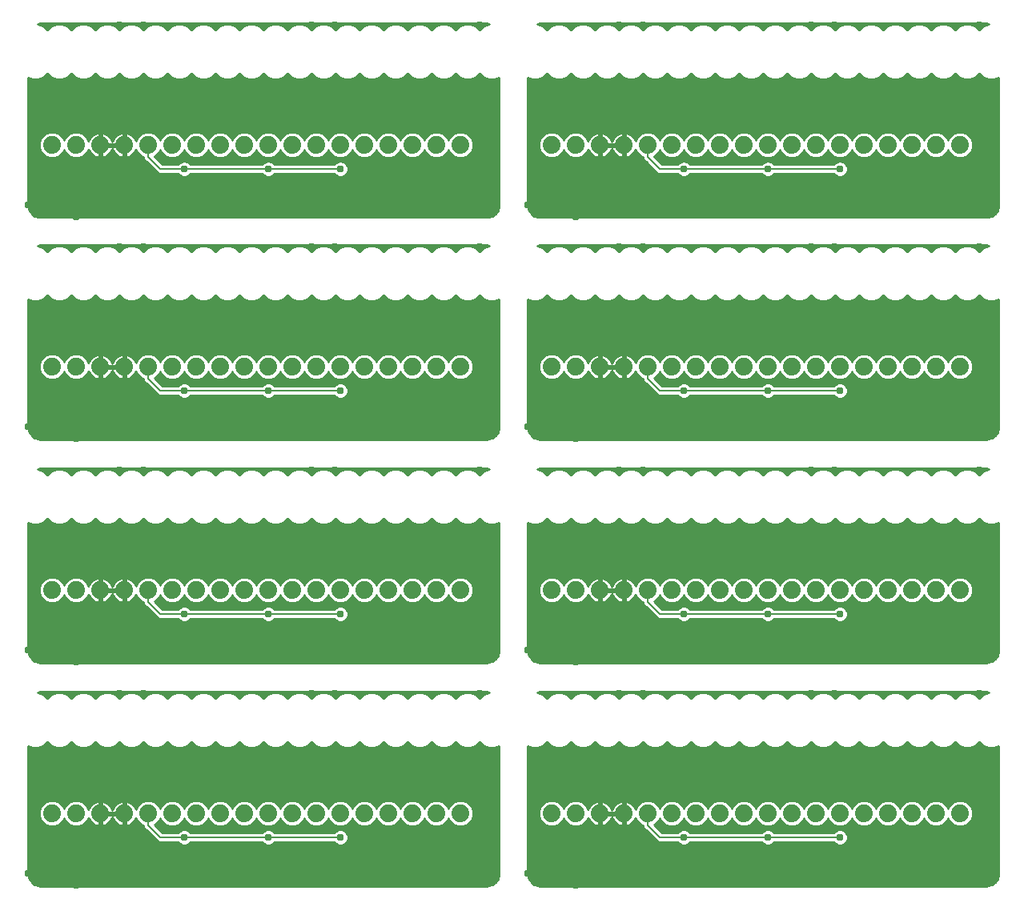
<source format=gbl>
G75*
%MOIN*%
%OFA0B0*%
%FSLAX25Y25*%
%IPPOS*%
%LPD*%
%AMOC8*
5,1,8,0,0,1.08239X$1,22.5*
%
%ADD10C,0.07400*%
%ADD11C,0.01000*%
%ADD12C,0.03100*%
%ADD13C,0.00700*%
D10*
X0118333Y0053333D03*
X0128333Y0053333D03*
X0138333Y0053333D03*
X0148333Y0053333D03*
X0158333Y0053333D03*
X0168333Y0053333D03*
X0178333Y0053333D03*
X0188333Y0053333D03*
X0198333Y0053333D03*
X0208333Y0053333D03*
X0218333Y0053333D03*
X0228333Y0053333D03*
X0238333Y0053333D03*
X0248333Y0053333D03*
X0258333Y0053333D03*
X0268333Y0053333D03*
X0278333Y0053333D03*
X0288333Y0053333D03*
X0326333Y0053333D03*
X0336333Y0053333D03*
X0346333Y0053333D03*
X0356333Y0053333D03*
X0366333Y0053333D03*
X0376333Y0053333D03*
X0386333Y0053333D03*
X0396333Y0053333D03*
X0406333Y0053333D03*
X0416333Y0053333D03*
X0426333Y0053333D03*
X0436333Y0053333D03*
X0446333Y0053333D03*
X0456333Y0053333D03*
X0466333Y0053333D03*
X0476333Y0053333D03*
X0486333Y0053333D03*
X0496333Y0053333D03*
X0496333Y0146333D03*
X0486333Y0146333D03*
X0476333Y0146333D03*
X0466333Y0146333D03*
X0456333Y0146333D03*
X0446333Y0146333D03*
X0436333Y0146333D03*
X0426333Y0146333D03*
X0416333Y0146333D03*
X0406333Y0146333D03*
X0396333Y0146333D03*
X0386333Y0146333D03*
X0376333Y0146333D03*
X0366333Y0146333D03*
X0356333Y0146333D03*
X0346333Y0146333D03*
X0336333Y0146333D03*
X0326333Y0146333D03*
X0288333Y0146333D03*
X0278333Y0146333D03*
X0268333Y0146333D03*
X0258333Y0146333D03*
X0248333Y0146333D03*
X0238333Y0146333D03*
X0228333Y0146333D03*
X0218333Y0146333D03*
X0208333Y0146333D03*
X0198333Y0146333D03*
X0188333Y0146333D03*
X0178333Y0146333D03*
X0168333Y0146333D03*
X0158333Y0146333D03*
X0148333Y0146333D03*
X0138333Y0146333D03*
X0128333Y0146333D03*
X0118333Y0146333D03*
X0118333Y0239333D03*
X0128333Y0239333D03*
X0138333Y0239333D03*
X0148333Y0239333D03*
X0158333Y0239333D03*
X0168333Y0239333D03*
X0178333Y0239333D03*
X0188333Y0239333D03*
X0198333Y0239333D03*
X0208333Y0239333D03*
X0218333Y0239333D03*
X0228333Y0239333D03*
X0238333Y0239333D03*
X0248333Y0239333D03*
X0258333Y0239333D03*
X0268333Y0239333D03*
X0278333Y0239333D03*
X0288333Y0239333D03*
X0326333Y0239333D03*
X0336333Y0239333D03*
X0346333Y0239333D03*
X0356333Y0239333D03*
X0366333Y0239333D03*
X0376333Y0239333D03*
X0386333Y0239333D03*
X0396333Y0239333D03*
X0406333Y0239333D03*
X0416333Y0239333D03*
X0426333Y0239333D03*
X0436333Y0239333D03*
X0446333Y0239333D03*
X0456333Y0239333D03*
X0466333Y0239333D03*
X0476333Y0239333D03*
X0486333Y0239333D03*
X0496333Y0239333D03*
X0496333Y0331680D03*
X0486333Y0331680D03*
X0476333Y0331680D03*
X0466333Y0331680D03*
X0456333Y0331680D03*
X0446333Y0331680D03*
X0436333Y0331680D03*
X0426333Y0331680D03*
X0416333Y0331680D03*
X0406333Y0331680D03*
X0396333Y0331680D03*
X0386333Y0331680D03*
X0376333Y0331680D03*
X0366333Y0331680D03*
X0356333Y0331680D03*
X0346333Y0331680D03*
X0336333Y0331680D03*
X0326333Y0331680D03*
X0288333Y0331680D03*
X0278333Y0331680D03*
X0268333Y0331680D03*
X0258333Y0331680D03*
X0248333Y0331680D03*
X0238333Y0331680D03*
X0228333Y0331680D03*
X0218333Y0331680D03*
X0208333Y0331680D03*
X0198333Y0331680D03*
X0188333Y0331680D03*
X0178333Y0331680D03*
X0168333Y0331680D03*
X0158333Y0331680D03*
X0148333Y0331680D03*
X0138333Y0331680D03*
X0128333Y0331680D03*
X0118333Y0331680D03*
D11*
X0108233Y0028438D02*
X0108314Y0027643D01*
X0108838Y0026107D01*
X0109798Y0024798D01*
X0111107Y0023838D01*
X0112643Y0023314D01*
X0113438Y0023233D01*
X0299228Y0023233D01*
X0300024Y0023314D01*
X0301560Y0023838D01*
X0302869Y0024798D01*
X0303829Y0026107D01*
X0304353Y0027643D01*
X0304433Y0028438D01*
X0304433Y0081491D01*
X0302581Y0080723D01*
X0299992Y0080723D01*
X0297600Y0081714D01*
X0296286Y0083027D01*
X0294972Y0081714D01*
X0292581Y0080723D01*
X0289992Y0080723D01*
X0287600Y0081714D01*
X0286286Y0083027D01*
X0284972Y0081714D01*
X0282581Y0080723D01*
X0279992Y0080723D01*
X0277600Y0081714D01*
X0276286Y0083027D01*
X0274972Y0081714D01*
X0272581Y0080723D01*
X0269992Y0080723D01*
X0267600Y0081714D01*
X0266286Y0083027D01*
X0264972Y0081714D01*
X0262581Y0080723D01*
X0259992Y0080723D01*
X0257600Y0081714D01*
X0256286Y0083027D01*
X0254972Y0081714D01*
X0252581Y0080723D01*
X0249992Y0080723D01*
X0247600Y0081714D01*
X0246286Y0083027D01*
X0244972Y0081714D01*
X0242581Y0080723D01*
X0239992Y0080723D01*
X0237600Y0081714D01*
X0236286Y0083027D01*
X0234972Y0081714D01*
X0232581Y0080723D01*
X0229992Y0080723D01*
X0227600Y0081714D01*
X0226286Y0083027D01*
X0224972Y0081714D01*
X0222581Y0080723D01*
X0219992Y0080723D01*
X0217600Y0081714D01*
X0216286Y0083027D01*
X0214972Y0081714D01*
X0212581Y0080723D01*
X0209992Y0080723D01*
X0207600Y0081714D01*
X0206286Y0083027D01*
X0204972Y0081714D01*
X0202581Y0080723D01*
X0199992Y0080723D01*
X0197600Y0081714D01*
X0196286Y0083027D01*
X0194972Y0081714D01*
X0192581Y0080723D01*
X0189992Y0080723D01*
X0187600Y0081714D01*
X0186286Y0083027D01*
X0184972Y0081714D01*
X0182581Y0080723D01*
X0179992Y0080723D01*
X0177600Y0081714D01*
X0176286Y0083027D01*
X0174972Y0081714D01*
X0172581Y0080723D01*
X0169992Y0080723D01*
X0167600Y0081714D01*
X0166286Y0083027D01*
X0164972Y0081714D01*
X0162581Y0080723D01*
X0159992Y0080723D01*
X0157600Y0081714D01*
X0156286Y0083027D01*
X0154972Y0081714D01*
X0152581Y0080723D01*
X0149992Y0080723D01*
X0147600Y0081714D01*
X0146286Y0083027D01*
X0144972Y0081714D01*
X0142581Y0080723D01*
X0139992Y0080723D01*
X0137600Y0081714D01*
X0136286Y0083027D01*
X0134972Y0081714D01*
X0132581Y0080723D01*
X0129992Y0080723D01*
X0127600Y0081714D01*
X0126286Y0083027D01*
X0124972Y0081714D01*
X0122581Y0080723D01*
X0119992Y0080723D01*
X0117600Y0081714D01*
X0116286Y0083027D01*
X0114972Y0081714D01*
X0112581Y0080723D01*
X0109992Y0080723D01*
X0108233Y0081451D01*
X0108233Y0028438D01*
X0108245Y0028318D02*
X0304421Y0028318D01*
X0304433Y0029317D02*
X0108233Y0029317D01*
X0108233Y0030315D02*
X0304433Y0030315D01*
X0304433Y0031314D02*
X0108233Y0031314D01*
X0108233Y0032312D02*
X0304433Y0032312D01*
X0304433Y0033311D02*
X0108233Y0033311D01*
X0108233Y0034310D02*
X0304433Y0034310D01*
X0304433Y0035308D02*
X0108233Y0035308D01*
X0108233Y0036307D02*
X0304433Y0036307D01*
X0304433Y0037305D02*
X0108233Y0037305D01*
X0108233Y0038304D02*
X0304433Y0038304D01*
X0304433Y0039302D02*
X0108233Y0039302D01*
X0108233Y0040301D02*
X0172162Y0040301D01*
X0172687Y0040083D02*
X0173980Y0040083D01*
X0175174Y0040578D01*
X0175880Y0041283D01*
X0205787Y0041283D01*
X0206492Y0040578D01*
X0207687Y0040083D01*
X0208980Y0040083D01*
X0210174Y0040578D01*
X0210880Y0041283D01*
X0235787Y0041283D01*
X0236492Y0040578D01*
X0237687Y0040083D01*
X0238980Y0040083D01*
X0240174Y0040578D01*
X0241089Y0041492D01*
X0241583Y0042687D01*
X0241583Y0043980D01*
X0241089Y0045174D01*
X0240174Y0046089D01*
X0238980Y0046583D01*
X0237687Y0046583D01*
X0236492Y0046089D01*
X0235787Y0045383D01*
X0210880Y0045383D01*
X0210174Y0046089D01*
X0208980Y0046583D01*
X0207687Y0046583D01*
X0206492Y0046089D01*
X0205787Y0045383D01*
X0175880Y0045383D01*
X0175174Y0046089D01*
X0173980Y0046583D01*
X0172687Y0046583D01*
X0171492Y0046089D01*
X0170787Y0045383D01*
X0164182Y0045383D01*
X0160981Y0048585D01*
X0161392Y0048755D01*
X0162911Y0050274D01*
X0163333Y0051294D01*
X0163755Y0050274D01*
X0165274Y0048755D01*
X0167259Y0047933D01*
X0169407Y0047933D01*
X0171392Y0048755D01*
X0172911Y0050274D01*
X0173333Y0051294D01*
X0173755Y0050274D01*
X0175274Y0048755D01*
X0177259Y0047933D01*
X0179407Y0047933D01*
X0181392Y0048755D01*
X0182911Y0050274D01*
X0183333Y0051294D01*
X0183755Y0050274D01*
X0185274Y0048755D01*
X0187259Y0047933D01*
X0189407Y0047933D01*
X0191392Y0048755D01*
X0192911Y0050274D01*
X0193333Y0051294D01*
X0193755Y0050274D01*
X0195274Y0048755D01*
X0197259Y0047933D01*
X0199407Y0047933D01*
X0201392Y0048755D01*
X0202911Y0050274D01*
X0203333Y0051294D01*
X0203755Y0050274D01*
X0205274Y0048755D01*
X0207259Y0047933D01*
X0209407Y0047933D01*
X0211392Y0048755D01*
X0212911Y0050274D01*
X0213333Y0051294D01*
X0213755Y0050274D01*
X0215274Y0048755D01*
X0217259Y0047933D01*
X0219407Y0047933D01*
X0221392Y0048755D01*
X0222911Y0050274D01*
X0223333Y0051294D01*
X0223755Y0050274D01*
X0225274Y0048755D01*
X0227259Y0047933D01*
X0229407Y0047933D01*
X0231392Y0048755D01*
X0232911Y0050274D01*
X0233333Y0051294D01*
X0233755Y0050274D01*
X0235274Y0048755D01*
X0237259Y0047933D01*
X0239407Y0047933D01*
X0241392Y0048755D01*
X0242911Y0050274D01*
X0243333Y0051294D01*
X0243755Y0050274D01*
X0245274Y0048755D01*
X0247259Y0047933D01*
X0249407Y0047933D01*
X0251392Y0048755D01*
X0252911Y0050274D01*
X0253333Y0051294D01*
X0253755Y0050274D01*
X0255274Y0048755D01*
X0257259Y0047933D01*
X0259407Y0047933D01*
X0261392Y0048755D01*
X0262911Y0050274D01*
X0263333Y0051294D01*
X0263755Y0050274D01*
X0265274Y0048755D01*
X0267259Y0047933D01*
X0269407Y0047933D01*
X0271392Y0048755D01*
X0272911Y0050274D01*
X0273333Y0051294D01*
X0273755Y0050274D01*
X0275274Y0048755D01*
X0277259Y0047933D01*
X0279407Y0047933D01*
X0281392Y0048755D01*
X0282911Y0050274D01*
X0283333Y0051294D01*
X0283755Y0050274D01*
X0285274Y0048755D01*
X0287259Y0047933D01*
X0289407Y0047933D01*
X0291392Y0048755D01*
X0292911Y0050274D01*
X0293733Y0052259D01*
X0293733Y0054407D01*
X0292911Y0056392D01*
X0291392Y0057911D01*
X0289407Y0058733D01*
X0287259Y0058733D01*
X0285274Y0057911D01*
X0283755Y0056392D01*
X0283333Y0055373D01*
X0282911Y0056392D01*
X0281392Y0057911D01*
X0279407Y0058733D01*
X0277259Y0058733D01*
X0275274Y0057911D01*
X0273755Y0056392D01*
X0273333Y0055373D01*
X0272911Y0056392D01*
X0271392Y0057911D01*
X0269407Y0058733D01*
X0267259Y0058733D01*
X0265274Y0057911D01*
X0263755Y0056392D01*
X0263333Y0055373D01*
X0262911Y0056392D01*
X0261392Y0057911D01*
X0259407Y0058733D01*
X0257259Y0058733D01*
X0255274Y0057911D01*
X0253755Y0056392D01*
X0253333Y0055373D01*
X0252911Y0056392D01*
X0251392Y0057911D01*
X0249407Y0058733D01*
X0247259Y0058733D01*
X0245274Y0057911D01*
X0243755Y0056392D01*
X0243333Y0055373D01*
X0242911Y0056392D01*
X0241392Y0057911D01*
X0239407Y0058733D01*
X0237259Y0058733D01*
X0235274Y0057911D01*
X0233755Y0056392D01*
X0233333Y0055373D01*
X0232911Y0056392D01*
X0231392Y0057911D01*
X0229407Y0058733D01*
X0227259Y0058733D01*
X0225274Y0057911D01*
X0223755Y0056392D01*
X0223333Y0055373D01*
X0222911Y0056392D01*
X0221392Y0057911D01*
X0219407Y0058733D01*
X0217259Y0058733D01*
X0215274Y0057911D01*
X0213755Y0056392D01*
X0213333Y0055373D01*
X0212911Y0056392D01*
X0211392Y0057911D01*
X0209407Y0058733D01*
X0207259Y0058733D01*
X0205274Y0057911D01*
X0203755Y0056392D01*
X0203333Y0055373D01*
X0202911Y0056392D01*
X0201392Y0057911D01*
X0199407Y0058733D01*
X0197259Y0058733D01*
X0195274Y0057911D01*
X0193755Y0056392D01*
X0193333Y0055373D01*
X0192911Y0056392D01*
X0191392Y0057911D01*
X0189407Y0058733D01*
X0187259Y0058733D01*
X0185274Y0057911D01*
X0183755Y0056392D01*
X0183333Y0055373D01*
X0182911Y0056392D01*
X0181392Y0057911D01*
X0179407Y0058733D01*
X0177259Y0058733D01*
X0175274Y0057911D01*
X0173755Y0056392D01*
X0173333Y0055373D01*
X0172911Y0056392D01*
X0171392Y0057911D01*
X0169407Y0058733D01*
X0167259Y0058733D01*
X0165274Y0057911D01*
X0163755Y0056392D01*
X0163333Y0055373D01*
X0162911Y0056392D01*
X0161392Y0057911D01*
X0159407Y0058733D01*
X0157259Y0058733D01*
X0155274Y0057911D01*
X0153755Y0056392D01*
X0153224Y0055109D01*
X0153152Y0055329D01*
X0152781Y0056059D01*
X0152300Y0056721D01*
X0151721Y0057300D01*
X0151059Y0057781D01*
X0150329Y0058152D01*
X0149551Y0058405D01*
X0148833Y0058519D01*
X0148833Y0053833D01*
X0147833Y0053833D01*
X0147833Y0052833D01*
X0148833Y0052833D01*
X0148833Y0048148D01*
X0149551Y0048261D01*
X0150329Y0048514D01*
X0151059Y0048886D01*
X0151721Y0049367D01*
X0152300Y0049946D01*
X0152781Y0050608D01*
X0153152Y0051337D01*
X0153224Y0051558D01*
X0153755Y0050274D01*
X0155274Y0048755D01*
X0156283Y0048338D01*
X0156283Y0047484D01*
X0157484Y0046283D01*
X0162484Y0041283D01*
X0170787Y0041283D01*
X0171492Y0040578D01*
X0172687Y0040083D01*
X0174504Y0040301D02*
X0207162Y0040301D01*
X0209504Y0040301D02*
X0237162Y0040301D01*
X0239504Y0040301D02*
X0304433Y0040301D01*
X0304433Y0041299D02*
X0240895Y0041299D01*
X0241422Y0042298D02*
X0304433Y0042298D01*
X0304433Y0043296D02*
X0241583Y0043296D01*
X0241453Y0044295D02*
X0304433Y0044295D01*
X0304433Y0045293D02*
X0240970Y0045293D01*
X0239684Y0046292D02*
X0304433Y0046292D01*
X0304433Y0047290D02*
X0162276Y0047290D01*
X0163274Y0046292D02*
X0171983Y0046292D01*
X0170265Y0048289D02*
X0176401Y0048289D01*
X0174743Y0049287D02*
X0171924Y0049287D01*
X0172916Y0050286D02*
X0173751Y0050286D01*
X0173337Y0051284D02*
X0173329Y0051284D01*
X0172959Y0056277D02*
X0173708Y0056277D01*
X0174639Y0057275D02*
X0172028Y0057275D01*
X0170517Y0058274D02*
X0176150Y0058274D01*
X0180517Y0058274D02*
X0186150Y0058274D01*
X0184639Y0057275D02*
X0182028Y0057275D01*
X0182959Y0056277D02*
X0183708Y0056277D01*
X0183337Y0051284D02*
X0183329Y0051284D01*
X0182916Y0050286D02*
X0183751Y0050286D01*
X0184743Y0049287D02*
X0181924Y0049287D01*
X0180265Y0048289D02*
X0186401Y0048289D01*
X0190265Y0048289D02*
X0196401Y0048289D01*
X0194743Y0049287D02*
X0191924Y0049287D01*
X0192916Y0050286D02*
X0193751Y0050286D01*
X0193337Y0051284D02*
X0193329Y0051284D01*
X0192959Y0056277D02*
X0193708Y0056277D01*
X0194639Y0057275D02*
X0192028Y0057275D01*
X0190517Y0058274D02*
X0196150Y0058274D01*
X0200517Y0058274D02*
X0206150Y0058274D01*
X0204639Y0057275D02*
X0202028Y0057275D01*
X0202959Y0056277D02*
X0203708Y0056277D01*
X0203337Y0051284D02*
X0203329Y0051284D01*
X0202916Y0050286D02*
X0203751Y0050286D01*
X0204743Y0049287D02*
X0201924Y0049287D01*
X0200265Y0048289D02*
X0206401Y0048289D01*
X0206983Y0046292D02*
X0174684Y0046292D01*
X0166401Y0048289D02*
X0161277Y0048289D01*
X0161924Y0049287D02*
X0164743Y0049287D01*
X0163751Y0050286D02*
X0162916Y0050286D01*
X0163329Y0051284D02*
X0163337Y0051284D01*
X0163708Y0056277D02*
X0162959Y0056277D01*
X0162028Y0057275D02*
X0164639Y0057275D01*
X0166150Y0058274D02*
X0160517Y0058274D01*
X0156150Y0058274D02*
X0149956Y0058274D01*
X0148833Y0058274D02*
X0147833Y0058274D01*
X0147833Y0058519D02*
X0147116Y0058405D01*
X0146337Y0058152D01*
X0145608Y0057781D01*
X0144946Y0057300D01*
X0144367Y0056721D01*
X0143886Y0056059D01*
X0143514Y0055329D01*
X0143333Y0054772D01*
X0143152Y0055329D01*
X0142781Y0056059D01*
X0142300Y0056721D01*
X0141721Y0057300D01*
X0141059Y0057781D01*
X0140329Y0058152D01*
X0139551Y0058405D01*
X0138833Y0058519D01*
X0138833Y0053833D01*
X0137833Y0053833D01*
X0137833Y0058519D01*
X0137116Y0058405D01*
X0136337Y0058152D01*
X0135608Y0057781D01*
X0134946Y0057300D01*
X0134367Y0056721D01*
X0133886Y0056059D01*
X0133514Y0055329D01*
X0133443Y0055109D01*
X0132911Y0056392D01*
X0131392Y0057911D01*
X0129407Y0058733D01*
X0127259Y0058733D01*
X0125274Y0057911D01*
X0123755Y0056392D01*
X0123333Y0055373D01*
X0122911Y0056392D01*
X0121392Y0057911D01*
X0119407Y0058733D01*
X0117259Y0058733D01*
X0115274Y0057911D01*
X0113755Y0056392D01*
X0112933Y0054407D01*
X0112933Y0052259D01*
X0113755Y0050274D01*
X0115274Y0048755D01*
X0117259Y0047933D01*
X0119407Y0047933D01*
X0121392Y0048755D01*
X0122911Y0050274D01*
X0123333Y0051294D01*
X0123755Y0050274D01*
X0125274Y0048755D01*
X0127259Y0047933D01*
X0129407Y0047933D01*
X0131392Y0048755D01*
X0132911Y0050274D01*
X0133443Y0051558D01*
X0133514Y0051337D01*
X0133886Y0050608D01*
X0134367Y0049946D01*
X0134946Y0049367D01*
X0135608Y0048886D01*
X0136337Y0048514D01*
X0137116Y0048261D01*
X0137833Y0048148D01*
X0137833Y0052833D01*
X0138833Y0052833D01*
X0138833Y0048148D01*
X0139551Y0048261D01*
X0140329Y0048514D01*
X0141059Y0048886D01*
X0141721Y0049367D01*
X0142300Y0049946D01*
X0142781Y0050608D01*
X0143152Y0051337D01*
X0143333Y0051894D01*
X0143514Y0051337D01*
X0143886Y0050608D01*
X0144367Y0049946D01*
X0144946Y0049367D01*
X0145608Y0048886D01*
X0146337Y0048514D01*
X0147116Y0048261D01*
X0147833Y0048148D01*
X0147833Y0052833D01*
X0143148Y0052833D01*
X0138833Y0052833D01*
X0138833Y0053833D01*
X0147833Y0053833D01*
X0147833Y0058519D01*
X0146711Y0058274D02*
X0139956Y0058274D01*
X0138833Y0058274D02*
X0137833Y0058274D01*
X0137833Y0057275D02*
X0138833Y0057275D01*
X0138833Y0056277D02*
X0137833Y0056277D01*
X0137833Y0055278D02*
X0138833Y0055278D01*
X0138833Y0054280D02*
X0137833Y0054280D01*
X0138833Y0053281D02*
X0147833Y0053281D01*
X0147833Y0052283D02*
X0148833Y0052283D01*
X0148833Y0051284D02*
X0147833Y0051284D01*
X0147833Y0050286D02*
X0148833Y0050286D01*
X0148833Y0049287D02*
X0147833Y0049287D01*
X0147833Y0048289D02*
X0148833Y0048289D01*
X0149635Y0048289D02*
X0156283Y0048289D01*
X0156477Y0047290D02*
X0108233Y0047290D01*
X0108233Y0046292D02*
X0157476Y0046292D01*
X0158474Y0045293D02*
X0108233Y0045293D01*
X0108233Y0044295D02*
X0159473Y0044295D01*
X0160471Y0043296D02*
X0108233Y0043296D01*
X0108233Y0042298D02*
X0161470Y0042298D01*
X0162468Y0041299D02*
X0108233Y0041299D01*
X0108233Y0048289D02*
X0116401Y0048289D01*
X0114743Y0049287D02*
X0108233Y0049287D01*
X0108233Y0050286D02*
X0113751Y0050286D01*
X0113337Y0051284D02*
X0108233Y0051284D01*
X0108233Y0052283D02*
X0112933Y0052283D01*
X0112933Y0053281D02*
X0108233Y0053281D01*
X0108233Y0054280D02*
X0112933Y0054280D01*
X0113294Y0055278D02*
X0108233Y0055278D01*
X0108233Y0056277D02*
X0113708Y0056277D01*
X0114639Y0057275D02*
X0108233Y0057275D01*
X0108233Y0058274D02*
X0116150Y0058274D01*
X0120517Y0058274D02*
X0126150Y0058274D01*
X0124639Y0057275D02*
X0122028Y0057275D01*
X0122959Y0056277D02*
X0123708Y0056277D01*
X0123337Y0051284D02*
X0123329Y0051284D01*
X0122916Y0050286D02*
X0123751Y0050286D01*
X0124743Y0049287D02*
X0121924Y0049287D01*
X0120265Y0048289D02*
X0126401Y0048289D01*
X0130265Y0048289D02*
X0137032Y0048289D01*
X0137833Y0048289D02*
X0138833Y0048289D01*
X0139635Y0048289D02*
X0147032Y0048289D01*
X0145056Y0049287D02*
X0141611Y0049287D01*
X0142547Y0050286D02*
X0144120Y0050286D01*
X0143541Y0051284D02*
X0143125Y0051284D01*
X0143169Y0055278D02*
X0143498Y0055278D01*
X0144044Y0056277D02*
X0142622Y0056277D01*
X0141745Y0057275D02*
X0144921Y0057275D01*
X0147833Y0057275D02*
X0148833Y0057275D01*
X0148833Y0056277D02*
X0147833Y0056277D01*
X0147833Y0055278D02*
X0148833Y0055278D01*
X0148833Y0054280D02*
X0147833Y0054280D01*
X0151745Y0057275D02*
X0154639Y0057275D01*
X0153708Y0056277D02*
X0152622Y0056277D01*
X0153169Y0055278D02*
X0153294Y0055278D01*
X0153337Y0051284D02*
X0153125Y0051284D01*
X0152547Y0050286D02*
X0153751Y0050286D01*
X0154743Y0049287D02*
X0151611Y0049287D01*
X0138833Y0049287D02*
X0137833Y0049287D01*
X0137833Y0050286D02*
X0138833Y0050286D01*
X0138833Y0051284D02*
X0137833Y0051284D01*
X0137833Y0052283D02*
X0138833Y0052283D01*
X0135056Y0049287D02*
X0131924Y0049287D01*
X0132916Y0050286D02*
X0134120Y0050286D01*
X0133541Y0051284D02*
X0133329Y0051284D01*
X0133373Y0055278D02*
X0133498Y0055278D01*
X0132959Y0056277D02*
X0134044Y0056277D01*
X0134921Y0057275D02*
X0132028Y0057275D01*
X0130517Y0058274D02*
X0136711Y0058274D01*
X0138745Y0081240D02*
X0133827Y0081240D01*
X0135497Y0082238D02*
X0137075Y0082238D01*
X0128745Y0081240D02*
X0123827Y0081240D01*
X0125497Y0082238D02*
X0127075Y0082238D01*
X0118745Y0081240D02*
X0113827Y0081240D01*
X0115497Y0082238D02*
X0117075Y0082238D01*
X0108745Y0081240D02*
X0108233Y0081240D01*
X0108233Y0080241D02*
X0304433Y0080241D01*
X0304433Y0079243D02*
X0108233Y0079243D01*
X0108233Y0078244D02*
X0304433Y0078244D01*
X0304433Y0077245D02*
X0108233Y0077245D01*
X0108233Y0076247D02*
X0304433Y0076247D01*
X0304433Y0075248D02*
X0108233Y0075248D01*
X0108233Y0074250D02*
X0304433Y0074250D01*
X0304433Y0073251D02*
X0108233Y0073251D01*
X0108233Y0072253D02*
X0304433Y0072253D01*
X0304433Y0071254D02*
X0108233Y0071254D01*
X0108233Y0070256D02*
X0304433Y0070256D01*
X0304433Y0069257D02*
X0108233Y0069257D01*
X0108233Y0068259D02*
X0304433Y0068259D01*
X0304433Y0067260D02*
X0108233Y0067260D01*
X0108233Y0066262D02*
X0304433Y0066262D01*
X0304433Y0065263D02*
X0108233Y0065263D01*
X0108233Y0064265D02*
X0304433Y0064265D01*
X0304433Y0063266D02*
X0108233Y0063266D01*
X0108233Y0062268D02*
X0304433Y0062268D01*
X0304433Y0061269D02*
X0108233Y0061269D01*
X0108233Y0060271D02*
X0304433Y0060271D01*
X0304433Y0059272D02*
X0108233Y0059272D01*
X0108424Y0027320D02*
X0304243Y0027320D01*
X0303902Y0026321D02*
X0108764Y0026321D01*
X0109413Y0025323D02*
X0303254Y0025323D01*
X0302223Y0024324D02*
X0110444Y0024324D01*
X0112607Y0023326D02*
X0300060Y0023326D01*
X0316314Y0027643D02*
X0316233Y0028438D01*
X0316233Y0081451D01*
X0317992Y0080723D01*
X0320581Y0080723D01*
X0322972Y0081714D01*
X0324286Y0083027D01*
X0325600Y0081714D01*
X0327992Y0080723D01*
X0330581Y0080723D01*
X0332972Y0081714D01*
X0334286Y0083027D01*
X0335600Y0081714D01*
X0337992Y0080723D01*
X0340581Y0080723D01*
X0342972Y0081714D01*
X0344286Y0083027D01*
X0345600Y0081714D01*
X0347992Y0080723D01*
X0350581Y0080723D01*
X0352972Y0081714D01*
X0354286Y0083027D01*
X0355600Y0081714D01*
X0357992Y0080723D01*
X0360581Y0080723D01*
X0362972Y0081714D01*
X0364286Y0083027D01*
X0365600Y0081714D01*
X0367992Y0080723D01*
X0370581Y0080723D01*
X0372972Y0081714D01*
X0374286Y0083027D01*
X0375600Y0081714D01*
X0377992Y0080723D01*
X0380581Y0080723D01*
X0382972Y0081714D01*
X0384286Y0083027D01*
X0385600Y0081714D01*
X0387992Y0080723D01*
X0390581Y0080723D01*
X0392972Y0081714D01*
X0394286Y0083027D01*
X0395600Y0081714D01*
X0397992Y0080723D01*
X0400581Y0080723D01*
X0402972Y0081714D01*
X0404286Y0083027D01*
X0405600Y0081714D01*
X0407992Y0080723D01*
X0410581Y0080723D01*
X0412972Y0081714D01*
X0414286Y0083027D01*
X0415600Y0081714D01*
X0417992Y0080723D01*
X0420581Y0080723D01*
X0422972Y0081714D01*
X0424286Y0083027D01*
X0425600Y0081714D01*
X0427992Y0080723D01*
X0430581Y0080723D01*
X0432972Y0081714D01*
X0434286Y0083027D01*
X0435600Y0081714D01*
X0437992Y0080723D01*
X0440581Y0080723D01*
X0442972Y0081714D01*
X0444286Y0083027D01*
X0445600Y0081714D01*
X0447992Y0080723D01*
X0450581Y0080723D01*
X0452972Y0081714D01*
X0454286Y0083027D01*
X0455600Y0081714D01*
X0457992Y0080723D01*
X0460581Y0080723D01*
X0462972Y0081714D01*
X0464286Y0083027D01*
X0465600Y0081714D01*
X0467992Y0080723D01*
X0470581Y0080723D01*
X0472972Y0081714D01*
X0474286Y0083027D01*
X0475600Y0081714D01*
X0477992Y0080723D01*
X0480581Y0080723D01*
X0482972Y0081714D01*
X0484286Y0083027D01*
X0485600Y0081714D01*
X0487992Y0080723D01*
X0490581Y0080723D01*
X0492972Y0081714D01*
X0494286Y0083027D01*
X0495600Y0081714D01*
X0497992Y0080723D01*
X0500581Y0080723D01*
X0502972Y0081714D01*
X0504286Y0083027D01*
X0505600Y0081714D01*
X0507992Y0080723D01*
X0510581Y0080723D01*
X0512433Y0081491D01*
X0512433Y0028438D01*
X0512353Y0027643D01*
X0511829Y0026107D01*
X0510869Y0024798D01*
X0509560Y0023838D01*
X0508024Y0023314D01*
X0507228Y0023233D01*
X0321438Y0023233D01*
X0320643Y0023314D01*
X0319107Y0023838D01*
X0317798Y0024798D01*
X0316838Y0026107D01*
X0316314Y0027643D01*
X0316424Y0027320D02*
X0512243Y0027320D01*
X0512421Y0028318D02*
X0316245Y0028318D01*
X0316233Y0029317D02*
X0512433Y0029317D01*
X0512433Y0030315D02*
X0316233Y0030315D01*
X0316233Y0031314D02*
X0512433Y0031314D01*
X0512433Y0032312D02*
X0316233Y0032312D01*
X0316233Y0033311D02*
X0512433Y0033311D01*
X0512433Y0034310D02*
X0316233Y0034310D01*
X0316233Y0035308D02*
X0512433Y0035308D01*
X0512433Y0036307D02*
X0316233Y0036307D01*
X0316233Y0037305D02*
X0512433Y0037305D01*
X0512433Y0038304D02*
X0316233Y0038304D01*
X0316233Y0039302D02*
X0512433Y0039302D01*
X0512433Y0040301D02*
X0447504Y0040301D01*
X0446980Y0040083D02*
X0448174Y0040578D01*
X0449089Y0041492D01*
X0449583Y0042687D01*
X0449583Y0043980D01*
X0449089Y0045174D01*
X0448174Y0046089D01*
X0446980Y0046583D01*
X0445687Y0046583D01*
X0444492Y0046089D01*
X0443787Y0045383D01*
X0418880Y0045383D01*
X0418174Y0046089D01*
X0416980Y0046583D01*
X0415687Y0046583D01*
X0414492Y0046089D01*
X0413787Y0045383D01*
X0383880Y0045383D01*
X0383174Y0046089D01*
X0381980Y0046583D01*
X0380687Y0046583D01*
X0379492Y0046089D01*
X0378787Y0045383D01*
X0372182Y0045383D01*
X0368981Y0048585D01*
X0369392Y0048755D01*
X0370911Y0050274D01*
X0371333Y0051294D01*
X0371755Y0050274D01*
X0373274Y0048755D01*
X0375259Y0047933D01*
X0377407Y0047933D01*
X0379392Y0048755D01*
X0380911Y0050274D01*
X0381333Y0051294D01*
X0381755Y0050274D01*
X0383274Y0048755D01*
X0385259Y0047933D01*
X0387407Y0047933D01*
X0389392Y0048755D01*
X0390911Y0050274D01*
X0391333Y0051294D01*
X0391755Y0050274D01*
X0393274Y0048755D01*
X0395259Y0047933D01*
X0397407Y0047933D01*
X0399392Y0048755D01*
X0400911Y0050274D01*
X0401333Y0051294D01*
X0401755Y0050274D01*
X0403274Y0048755D01*
X0405259Y0047933D01*
X0407407Y0047933D01*
X0409392Y0048755D01*
X0410911Y0050274D01*
X0411333Y0051294D01*
X0411755Y0050274D01*
X0413274Y0048755D01*
X0415259Y0047933D01*
X0417407Y0047933D01*
X0419392Y0048755D01*
X0420911Y0050274D01*
X0421333Y0051294D01*
X0421755Y0050274D01*
X0423274Y0048755D01*
X0425259Y0047933D01*
X0427407Y0047933D01*
X0429392Y0048755D01*
X0430911Y0050274D01*
X0431333Y0051294D01*
X0431755Y0050274D01*
X0433274Y0048755D01*
X0435259Y0047933D01*
X0437407Y0047933D01*
X0439392Y0048755D01*
X0440911Y0050274D01*
X0441333Y0051294D01*
X0441755Y0050274D01*
X0443274Y0048755D01*
X0445259Y0047933D01*
X0447407Y0047933D01*
X0449392Y0048755D01*
X0450911Y0050274D01*
X0451333Y0051294D01*
X0451755Y0050274D01*
X0453274Y0048755D01*
X0455259Y0047933D01*
X0457407Y0047933D01*
X0459392Y0048755D01*
X0460911Y0050274D01*
X0461333Y0051294D01*
X0461755Y0050274D01*
X0463274Y0048755D01*
X0465259Y0047933D01*
X0467407Y0047933D01*
X0469392Y0048755D01*
X0470911Y0050274D01*
X0471333Y0051294D01*
X0471755Y0050274D01*
X0473274Y0048755D01*
X0475259Y0047933D01*
X0477407Y0047933D01*
X0479392Y0048755D01*
X0480911Y0050274D01*
X0481333Y0051294D01*
X0481755Y0050274D01*
X0483274Y0048755D01*
X0485259Y0047933D01*
X0487407Y0047933D01*
X0489392Y0048755D01*
X0490911Y0050274D01*
X0491333Y0051294D01*
X0491755Y0050274D01*
X0493274Y0048755D01*
X0495259Y0047933D01*
X0497407Y0047933D01*
X0499392Y0048755D01*
X0500911Y0050274D01*
X0501733Y0052259D01*
X0501733Y0054407D01*
X0500911Y0056392D01*
X0499392Y0057911D01*
X0497407Y0058733D01*
X0495259Y0058733D01*
X0493274Y0057911D01*
X0491755Y0056392D01*
X0491333Y0055373D01*
X0490911Y0056392D01*
X0489392Y0057911D01*
X0487407Y0058733D01*
X0485259Y0058733D01*
X0483274Y0057911D01*
X0481755Y0056392D01*
X0481333Y0055373D01*
X0480911Y0056392D01*
X0479392Y0057911D01*
X0477407Y0058733D01*
X0475259Y0058733D01*
X0473274Y0057911D01*
X0471755Y0056392D01*
X0471333Y0055373D01*
X0470911Y0056392D01*
X0469392Y0057911D01*
X0467407Y0058733D01*
X0465259Y0058733D01*
X0463274Y0057911D01*
X0461755Y0056392D01*
X0461333Y0055373D01*
X0460911Y0056392D01*
X0459392Y0057911D01*
X0457407Y0058733D01*
X0455259Y0058733D01*
X0453274Y0057911D01*
X0451755Y0056392D01*
X0451333Y0055373D01*
X0450911Y0056392D01*
X0449392Y0057911D01*
X0447407Y0058733D01*
X0445259Y0058733D01*
X0443274Y0057911D01*
X0441755Y0056392D01*
X0441333Y0055373D01*
X0440911Y0056392D01*
X0439392Y0057911D01*
X0437407Y0058733D01*
X0435259Y0058733D01*
X0433274Y0057911D01*
X0431755Y0056392D01*
X0431333Y0055373D01*
X0430911Y0056392D01*
X0429392Y0057911D01*
X0427407Y0058733D01*
X0425259Y0058733D01*
X0423274Y0057911D01*
X0421755Y0056392D01*
X0421333Y0055373D01*
X0420911Y0056392D01*
X0419392Y0057911D01*
X0417407Y0058733D01*
X0415259Y0058733D01*
X0413274Y0057911D01*
X0411755Y0056392D01*
X0411333Y0055373D01*
X0410911Y0056392D01*
X0409392Y0057911D01*
X0407407Y0058733D01*
X0405259Y0058733D01*
X0403274Y0057911D01*
X0401755Y0056392D01*
X0401333Y0055373D01*
X0400911Y0056392D01*
X0399392Y0057911D01*
X0397407Y0058733D01*
X0395259Y0058733D01*
X0393274Y0057911D01*
X0391755Y0056392D01*
X0391333Y0055373D01*
X0390911Y0056392D01*
X0389392Y0057911D01*
X0387407Y0058733D01*
X0385259Y0058733D01*
X0383274Y0057911D01*
X0381755Y0056392D01*
X0381333Y0055373D01*
X0380911Y0056392D01*
X0379392Y0057911D01*
X0377407Y0058733D01*
X0375259Y0058733D01*
X0373274Y0057911D01*
X0371755Y0056392D01*
X0371333Y0055373D01*
X0370911Y0056392D01*
X0369392Y0057911D01*
X0367407Y0058733D01*
X0365259Y0058733D01*
X0363274Y0057911D01*
X0361755Y0056392D01*
X0361224Y0055109D01*
X0361152Y0055329D01*
X0360781Y0056059D01*
X0360300Y0056721D01*
X0359721Y0057300D01*
X0359059Y0057781D01*
X0358329Y0058152D01*
X0357551Y0058405D01*
X0356833Y0058519D01*
X0356833Y0053833D01*
X0355833Y0053833D01*
X0355833Y0052833D01*
X0356833Y0052833D01*
X0356833Y0048148D01*
X0357551Y0048261D01*
X0358329Y0048514D01*
X0359059Y0048886D01*
X0359721Y0049367D01*
X0360300Y0049946D01*
X0360781Y0050608D01*
X0361152Y0051337D01*
X0361224Y0051558D01*
X0361755Y0050274D01*
X0363274Y0048755D01*
X0364283Y0048338D01*
X0364283Y0047484D01*
X0365484Y0046283D01*
X0370484Y0041283D01*
X0378787Y0041283D01*
X0379492Y0040578D01*
X0380687Y0040083D01*
X0381980Y0040083D01*
X0383174Y0040578D01*
X0383880Y0041283D01*
X0413787Y0041283D01*
X0414492Y0040578D01*
X0415687Y0040083D01*
X0416980Y0040083D01*
X0418174Y0040578D01*
X0418880Y0041283D01*
X0443787Y0041283D01*
X0444492Y0040578D01*
X0445687Y0040083D01*
X0446980Y0040083D01*
X0445162Y0040301D02*
X0417504Y0040301D01*
X0415162Y0040301D02*
X0382504Y0040301D01*
X0380162Y0040301D02*
X0316233Y0040301D01*
X0316233Y0041299D02*
X0370468Y0041299D01*
X0369470Y0042298D02*
X0316233Y0042298D01*
X0316233Y0043296D02*
X0368471Y0043296D01*
X0367473Y0044295D02*
X0316233Y0044295D01*
X0316233Y0045293D02*
X0366474Y0045293D01*
X0365476Y0046292D02*
X0316233Y0046292D01*
X0316233Y0047290D02*
X0364477Y0047290D01*
X0364283Y0048289D02*
X0357635Y0048289D01*
X0356833Y0048289D02*
X0355833Y0048289D01*
X0355833Y0048148D02*
X0355833Y0052833D01*
X0351148Y0052833D01*
X0346833Y0052833D01*
X0346833Y0048148D01*
X0347551Y0048261D01*
X0348329Y0048514D01*
X0349059Y0048886D01*
X0349721Y0049367D01*
X0350300Y0049946D01*
X0350781Y0050608D01*
X0351152Y0051337D01*
X0351333Y0051894D01*
X0351514Y0051337D01*
X0351886Y0050608D01*
X0352367Y0049946D01*
X0352946Y0049367D01*
X0353608Y0048886D01*
X0354337Y0048514D01*
X0355116Y0048261D01*
X0355833Y0048148D01*
X0355032Y0048289D02*
X0347635Y0048289D01*
X0346833Y0048289D02*
X0345833Y0048289D01*
X0345833Y0048148D02*
X0345833Y0052833D01*
X0346833Y0052833D01*
X0346833Y0053833D01*
X0345833Y0053833D01*
X0345833Y0058519D01*
X0345116Y0058405D01*
X0344337Y0058152D01*
X0343608Y0057781D01*
X0342946Y0057300D01*
X0342367Y0056721D01*
X0341886Y0056059D01*
X0341514Y0055329D01*
X0341443Y0055109D01*
X0340911Y0056392D01*
X0339392Y0057911D01*
X0337407Y0058733D01*
X0335259Y0058733D01*
X0333274Y0057911D01*
X0331755Y0056392D01*
X0331333Y0055373D01*
X0330911Y0056392D01*
X0329392Y0057911D01*
X0327407Y0058733D01*
X0325259Y0058733D01*
X0323274Y0057911D01*
X0321755Y0056392D01*
X0320933Y0054407D01*
X0320933Y0052259D01*
X0321755Y0050274D01*
X0323274Y0048755D01*
X0325259Y0047933D01*
X0327407Y0047933D01*
X0329392Y0048755D01*
X0330911Y0050274D01*
X0331333Y0051294D01*
X0331755Y0050274D01*
X0333274Y0048755D01*
X0335259Y0047933D01*
X0337407Y0047933D01*
X0339392Y0048755D01*
X0340911Y0050274D01*
X0341443Y0051558D01*
X0341514Y0051337D01*
X0341886Y0050608D01*
X0342367Y0049946D01*
X0342946Y0049367D01*
X0343608Y0048886D01*
X0344337Y0048514D01*
X0345116Y0048261D01*
X0345833Y0048148D01*
X0345032Y0048289D02*
X0338265Y0048289D01*
X0339924Y0049287D02*
X0343056Y0049287D01*
X0342120Y0050286D02*
X0340916Y0050286D01*
X0341329Y0051284D02*
X0341541Y0051284D01*
X0341498Y0055278D02*
X0341373Y0055278D01*
X0340959Y0056277D02*
X0342044Y0056277D01*
X0342921Y0057275D02*
X0340028Y0057275D01*
X0338517Y0058274D02*
X0344711Y0058274D01*
X0345833Y0058274D02*
X0346833Y0058274D01*
X0346833Y0058519D02*
X0346833Y0053833D01*
X0355833Y0053833D01*
X0355833Y0058519D01*
X0355116Y0058405D01*
X0354337Y0058152D01*
X0353608Y0057781D01*
X0352946Y0057300D01*
X0352367Y0056721D01*
X0351886Y0056059D01*
X0351514Y0055329D01*
X0351333Y0054772D01*
X0351152Y0055329D01*
X0350781Y0056059D01*
X0350300Y0056721D01*
X0349721Y0057300D01*
X0349059Y0057781D01*
X0348329Y0058152D01*
X0347551Y0058405D01*
X0346833Y0058519D01*
X0347956Y0058274D02*
X0354711Y0058274D01*
X0355833Y0058274D02*
X0356833Y0058274D01*
X0356833Y0057275D02*
X0355833Y0057275D01*
X0355833Y0056277D02*
X0356833Y0056277D01*
X0356833Y0055278D02*
X0355833Y0055278D01*
X0355833Y0054280D02*
X0356833Y0054280D01*
X0355833Y0053281D02*
X0346833Y0053281D01*
X0346833Y0052283D02*
X0345833Y0052283D01*
X0345833Y0051284D02*
X0346833Y0051284D01*
X0346833Y0050286D02*
X0345833Y0050286D01*
X0345833Y0049287D02*
X0346833Y0049287D01*
X0349611Y0049287D02*
X0353056Y0049287D01*
X0352120Y0050286D02*
X0350547Y0050286D01*
X0351125Y0051284D02*
X0351541Y0051284D01*
X0351498Y0055278D02*
X0351169Y0055278D01*
X0350622Y0056277D02*
X0352044Y0056277D01*
X0352921Y0057275D02*
X0349745Y0057275D01*
X0346833Y0057275D02*
X0345833Y0057275D01*
X0345833Y0056277D02*
X0346833Y0056277D01*
X0346833Y0055278D02*
X0345833Y0055278D01*
X0345833Y0054280D02*
X0346833Y0054280D01*
X0355833Y0052283D02*
X0356833Y0052283D01*
X0356833Y0051284D02*
X0355833Y0051284D01*
X0355833Y0050286D02*
X0356833Y0050286D01*
X0356833Y0049287D02*
X0355833Y0049287D01*
X0359611Y0049287D02*
X0362743Y0049287D01*
X0361751Y0050286D02*
X0360547Y0050286D01*
X0361125Y0051284D02*
X0361337Y0051284D01*
X0361294Y0055278D02*
X0361169Y0055278D01*
X0361708Y0056277D02*
X0360622Y0056277D01*
X0359745Y0057275D02*
X0362639Y0057275D01*
X0364150Y0058274D02*
X0357956Y0058274D01*
X0368517Y0058274D02*
X0374150Y0058274D01*
X0372639Y0057275D02*
X0370028Y0057275D01*
X0370959Y0056277D02*
X0371708Y0056277D01*
X0371337Y0051284D02*
X0371329Y0051284D01*
X0370916Y0050286D02*
X0371751Y0050286D01*
X0372743Y0049287D02*
X0369924Y0049287D01*
X0369277Y0048289D02*
X0374401Y0048289D01*
X0371274Y0046292D02*
X0379983Y0046292D01*
X0378265Y0048289D02*
X0384401Y0048289D01*
X0382743Y0049287D02*
X0379924Y0049287D01*
X0380916Y0050286D02*
X0381751Y0050286D01*
X0381337Y0051284D02*
X0381329Y0051284D01*
X0380959Y0056277D02*
X0381708Y0056277D01*
X0382639Y0057275D02*
X0380028Y0057275D01*
X0378517Y0058274D02*
X0384150Y0058274D01*
X0388517Y0058274D02*
X0394150Y0058274D01*
X0392639Y0057275D02*
X0390028Y0057275D01*
X0390959Y0056277D02*
X0391708Y0056277D01*
X0391337Y0051284D02*
X0391329Y0051284D01*
X0390916Y0050286D02*
X0391751Y0050286D01*
X0392743Y0049287D02*
X0389924Y0049287D01*
X0388265Y0048289D02*
X0394401Y0048289D01*
X0398265Y0048289D02*
X0404401Y0048289D01*
X0402743Y0049287D02*
X0399924Y0049287D01*
X0400916Y0050286D02*
X0401751Y0050286D01*
X0401337Y0051284D02*
X0401329Y0051284D01*
X0400959Y0056277D02*
X0401708Y0056277D01*
X0402639Y0057275D02*
X0400028Y0057275D01*
X0398517Y0058274D02*
X0404150Y0058274D01*
X0408517Y0058274D02*
X0414150Y0058274D01*
X0412639Y0057275D02*
X0410028Y0057275D01*
X0410959Y0056277D02*
X0411708Y0056277D01*
X0411337Y0051284D02*
X0411329Y0051284D01*
X0410916Y0050286D02*
X0411751Y0050286D01*
X0412743Y0049287D02*
X0409924Y0049287D01*
X0408265Y0048289D02*
X0414401Y0048289D01*
X0414983Y0046292D02*
X0382684Y0046292D01*
X0370276Y0047290D02*
X0512433Y0047290D01*
X0512433Y0046292D02*
X0447684Y0046292D01*
X0448970Y0045293D02*
X0512433Y0045293D01*
X0512433Y0044295D02*
X0449453Y0044295D01*
X0449583Y0043296D02*
X0512433Y0043296D01*
X0512433Y0042298D02*
X0449422Y0042298D01*
X0448895Y0041299D02*
X0512433Y0041299D01*
X0512433Y0048289D02*
X0498265Y0048289D01*
X0499924Y0049287D02*
X0512433Y0049287D01*
X0512433Y0050286D02*
X0500916Y0050286D01*
X0501329Y0051284D02*
X0512433Y0051284D01*
X0512433Y0052283D02*
X0501733Y0052283D01*
X0501733Y0053281D02*
X0512433Y0053281D01*
X0512433Y0054280D02*
X0501733Y0054280D01*
X0501373Y0055278D02*
X0512433Y0055278D01*
X0512433Y0056277D02*
X0500959Y0056277D01*
X0500028Y0057275D02*
X0512433Y0057275D01*
X0512433Y0058274D02*
X0498517Y0058274D01*
X0494150Y0058274D02*
X0488517Y0058274D01*
X0490028Y0057275D02*
X0492639Y0057275D01*
X0491708Y0056277D02*
X0490959Y0056277D01*
X0491329Y0051284D02*
X0491337Y0051284D01*
X0491751Y0050286D02*
X0490916Y0050286D01*
X0489924Y0049287D02*
X0492743Y0049287D01*
X0494401Y0048289D02*
X0488265Y0048289D01*
X0484401Y0048289D02*
X0478265Y0048289D01*
X0479924Y0049287D02*
X0482743Y0049287D01*
X0481751Y0050286D02*
X0480916Y0050286D01*
X0481329Y0051284D02*
X0481337Y0051284D01*
X0481708Y0056277D02*
X0480959Y0056277D01*
X0480028Y0057275D02*
X0482639Y0057275D01*
X0484150Y0058274D02*
X0478517Y0058274D01*
X0474150Y0058274D02*
X0468517Y0058274D01*
X0470028Y0057275D02*
X0472639Y0057275D01*
X0471708Y0056277D02*
X0470959Y0056277D01*
X0471329Y0051284D02*
X0471337Y0051284D01*
X0471751Y0050286D02*
X0470916Y0050286D01*
X0469924Y0049287D02*
X0472743Y0049287D01*
X0474401Y0048289D02*
X0468265Y0048289D01*
X0464401Y0048289D02*
X0458265Y0048289D01*
X0459924Y0049287D02*
X0462743Y0049287D01*
X0461751Y0050286D02*
X0460916Y0050286D01*
X0461329Y0051284D02*
X0461337Y0051284D01*
X0461708Y0056277D02*
X0460959Y0056277D01*
X0460028Y0057275D02*
X0462639Y0057275D01*
X0464150Y0058274D02*
X0458517Y0058274D01*
X0454150Y0058274D02*
X0448517Y0058274D01*
X0450028Y0057275D02*
X0452639Y0057275D01*
X0451708Y0056277D02*
X0450959Y0056277D01*
X0451329Y0051284D02*
X0451337Y0051284D01*
X0451751Y0050286D02*
X0450916Y0050286D01*
X0449924Y0049287D02*
X0452743Y0049287D01*
X0454401Y0048289D02*
X0448265Y0048289D01*
X0444983Y0046292D02*
X0417684Y0046292D01*
X0418265Y0048289D02*
X0424401Y0048289D01*
X0422743Y0049287D02*
X0419924Y0049287D01*
X0420916Y0050286D02*
X0421751Y0050286D01*
X0421337Y0051284D02*
X0421329Y0051284D01*
X0420959Y0056277D02*
X0421708Y0056277D01*
X0422639Y0057275D02*
X0420028Y0057275D01*
X0418517Y0058274D02*
X0424150Y0058274D01*
X0428517Y0058274D02*
X0434150Y0058274D01*
X0432639Y0057275D02*
X0430028Y0057275D01*
X0430959Y0056277D02*
X0431708Y0056277D01*
X0431337Y0051284D02*
X0431329Y0051284D01*
X0430916Y0050286D02*
X0431751Y0050286D01*
X0432743Y0049287D02*
X0429924Y0049287D01*
X0428265Y0048289D02*
X0434401Y0048289D01*
X0438265Y0048289D02*
X0444401Y0048289D01*
X0442743Y0049287D02*
X0439924Y0049287D01*
X0440916Y0050286D02*
X0441751Y0050286D01*
X0441337Y0051284D02*
X0441329Y0051284D01*
X0440959Y0056277D02*
X0441708Y0056277D01*
X0442639Y0057275D02*
X0440028Y0057275D01*
X0438517Y0058274D02*
X0444150Y0058274D01*
X0441827Y0081240D02*
X0446745Y0081240D01*
X0445075Y0082238D02*
X0443497Y0082238D01*
X0451827Y0081240D02*
X0456745Y0081240D01*
X0455075Y0082238D02*
X0453497Y0082238D01*
X0461827Y0081240D02*
X0466745Y0081240D01*
X0465075Y0082238D02*
X0463497Y0082238D01*
X0471827Y0081240D02*
X0476745Y0081240D01*
X0475075Y0082238D02*
X0473497Y0082238D01*
X0481827Y0081240D02*
X0486745Y0081240D01*
X0485075Y0082238D02*
X0483497Y0082238D01*
X0491827Y0081240D02*
X0496745Y0081240D01*
X0495075Y0082238D02*
X0493497Y0082238D01*
X0501827Y0081240D02*
X0506745Y0081240D01*
X0505075Y0082238D02*
X0503497Y0082238D01*
X0511827Y0081240D02*
X0512433Y0081240D01*
X0512433Y0080241D02*
X0316233Y0080241D01*
X0316233Y0079243D02*
X0512433Y0079243D01*
X0512433Y0078244D02*
X0316233Y0078244D01*
X0316233Y0077245D02*
X0512433Y0077245D01*
X0512433Y0076247D02*
X0316233Y0076247D01*
X0316233Y0075248D02*
X0512433Y0075248D01*
X0512433Y0074250D02*
X0316233Y0074250D01*
X0316233Y0073251D02*
X0512433Y0073251D01*
X0512433Y0072253D02*
X0316233Y0072253D01*
X0316233Y0071254D02*
X0512433Y0071254D01*
X0512433Y0070256D02*
X0316233Y0070256D01*
X0316233Y0069257D02*
X0512433Y0069257D01*
X0512433Y0068259D02*
X0316233Y0068259D01*
X0316233Y0067260D02*
X0512433Y0067260D01*
X0512433Y0066262D02*
X0316233Y0066262D01*
X0316233Y0065263D02*
X0512433Y0065263D01*
X0512433Y0064265D02*
X0316233Y0064265D01*
X0316233Y0063266D02*
X0512433Y0063266D01*
X0512433Y0062268D02*
X0316233Y0062268D01*
X0316233Y0061269D02*
X0512433Y0061269D01*
X0512433Y0060271D02*
X0316233Y0060271D01*
X0316233Y0059272D02*
X0512433Y0059272D01*
X0511902Y0026321D02*
X0316764Y0026321D01*
X0317413Y0025323D02*
X0511254Y0025323D01*
X0510223Y0024324D02*
X0318444Y0024324D01*
X0320607Y0023326D02*
X0508060Y0023326D01*
X0436745Y0081240D02*
X0431827Y0081240D01*
X0433497Y0082238D02*
X0435075Y0082238D01*
X0426745Y0081240D02*
X0421827Y0081240D01*
X0423497Y0082238D02*
X0425075Y0082238D01*
X0416745Y0081240D02*
X0411827Y0081240D01*
X0413497Y0082238D02*
X0415075Y0082238D01*
X0406745Y0081240D02*
X0401827Y0081240D01*
X0403497Y0082238D02*
X0405075Y0082238D01*
X0396745Y0081240D02*
X0391827Y0081240D01*
X0393497Y0082238D02*
X0395075Y0082238D01*
X0386745Y0081240D02*
X0381827Y0081240D01*
X0383497Y0082238D02*
X0385075Y0082238D01*
X0376745Y0081240D02*
X0371827Y0081240D01*
X0373497Y0082238D02*
X0375075Y0082238D01*
X0366745Y0081240D02*
X0361827Y0081240D01*
X0363497Y0082238D02*
X0365075Y0082238D01*
X0356745Y0081240D02*
X0351827Y0081240D01*
X0353497Y0082238D02*
X0355075Y0082238D01*
X0346745Y0081240D02*
X0341827Y0081240D01*
X0343497Y0082238D02*
X0345075Y0082238D01*
X0336745Y0081240D02*
X0331827Y0081240D01*
X0333497Y0082238D02*
X0335075Y0082238D01*
X0326745Y0081240D02*
X0321827Y0081240D01*
X0323497Y0082238D02*
X0325075Y0082238D01*
X0316745Y0081240D02*
X0316233Y0081240D01*
X0304433Y0081240D02*
X0303827Y0081240D01*
X0298745Y0081240D02*
X0293827Y0081240D01*
X0295497Y0082238D02*
X0297075Y0082238D01*
X0288745Y0081240D02*
X0283827Y0081240D01*
X0285497Y0082238D02*
X0287075Y0082238D01*
X0278745Y0081240D02*
X0273827Y0081240D01*
X0275497Y0082238D02*
X0277075Y0082238D01*
X0268745Y0081240D02*
X0263827Y0081240D01*
X0265497Y0082238D02*
X0267075Y0082238D01*
X0258745Y0081240D02*
X0253827Y0081240D01*
X0255497Y0082238D02*
X0257075Y0082238D01*
X0248745Y0081240D02*
X0243827Y0081240D01*
X0245497Y0082238D02*
X0247075Y0082238D01*
X0238745Y0081240D02*
X0233827Y0081240D01*
X0235497Y0082238D02*
X0237075Y0082238D01*
X0228745Y0081240D02*
X0223827Y0081240D01*
X0225497Y0082238D02*
X0227075Y0082238D01*
X0218745Y0081240D02*
X0213827Y0081240D01*
X0215497Y0082238D02*
X0217075Y0082238D01*
X0208745Y0081240D02*
X0203827Y0081240D01*
X0205497Y0082238D02*
X0207075Y0082238D01*
X0198745Y0081240D02*
X0193827Y0081240D01*
X0195497Y0082238D02*
X0197075Y0082238D01*
X0188745Y0081240D02*
X0183827Y0081240D01*
X0185497Y0082238D02*
X0187075Y0082238D01*
X0178745Y0081240D02*
X0173827Y0081240D01*
X0175497Y0082238D02*
X0177075Y0082238D01*
X0168745Y0081240D02*
X0163827Y0081240D01*
X0165497Y0082238D02*
X0167075Y0082238D01*
X0158745Y0081240D02*
X0153827Y0081240D01*
X0155497Y0082238D02*
X0157075Y0082238D01*
X0148745Y0081240D02*
X0143827Y0081240D01*
X0145497Y0082238D02*
X0147075Y0082238D01*
X0146286Y0101434D02*
X0144972Y0102748D01*
X0142581Y0103739D01*
X0139992Y0103739D01*
X0137600Y0102748D01*
X0136286Y0101434D01*
X0134972Y0102748D01*
X0132581Y0103739D01*
X0129992Y0103739D01*
X0127600Y0102748D01*
X0126286Y0101434D01*
X0124972Y0102748D01*
X0122581Y0103739D01*
X0119992Y0103739D01*
X0117600Y0102748D01*
X0116286Y0101434D01*
X0114972Y0102748D01*
X0112581Y0103739D01*
X0112308Y0103739D01*
X0112643Y0103853D01*
X0113438Y0103933D01*
X0299228Y0103933D01*
X0300024Y0103853D01*
X0300359Y0103739D01*
X0299992Y0103739D01*
X0297600Y0102748D01*
X0296286Y0101434D01*
X0294972Y0102748D01*
X0292581Y0103739D01*
X0289992Y0103739D01*
X0287600Y0102748D01*
X0286286Y0101434D01*
X0284972Y0102748D01*
X0282581Y0103739D01*
X0279992Y0103739D01*
X0277600Y0102748D01*
X0276286Y0101434D01*
X0274972Y0102748D01*
X0272581Y0103739D01*
X0269992Y0103739D01*
X0267600Y0102748D01*
X0266286Y0101434D01*
X0264972Y0102748D01*
X0262581Y0103739D01*
X0259992Y0103739D01*
X0257600Y0102748D01*
X0256286Y0101434D01*
X0254972Y0102748D01*
X0252581Y0103739D01*
X0249992Y0103739D01*
X0247600Y0102748D01*
X0246286Y0101434D01*
X0244972Y0102748D01*
X0242581Y0103739D01*
X0239992Y0103739D01*
X0237600Y0102748D01*
X0236286Y0101434D01*
X0234972Y0102748D01*
X0232581Y0103739D01*
X0229992Y0103739D01*
X0227600Y0102748D01*
X0226286Y0101434D01*
X0224972Y0102748D01*
X0222581Y0103739D01*
X0219992Y0103739D01*
X0217600Y0102748D01*
X0216286Y0101434D01*
X0214972Y0102748D01*
X0212581Y0103739D01*
X0209992Y0103739D01*
X0207600Y0102748D01*
X0206286Y0101434D01*
X0204972Y0102748D01*
X0202581Y0103739D01*
X0199992Y0103739D01*
X0197600Y0102748D01*
X0196286Y0101434D01*
X0194972Y0102748D01*
X0192581Y0103739D01*
X0189992Y0103739D01*
X0187600Y0102748D01*
X0186286Y0101434D01*
X0184972Y0102748D01*
X0182581Y0103739D01*
X0179992Y0103739D01*
X0177600Y0102748D01*
X0176286Y0101434D01*
X0174972Y0102748D01*
X0172581Y0103739D01*
X0169992Y0103739D01*
X0167600Y0102748D01*
X0166286Y0101434D01*
X0164972Y0102748D01*
X0162581Y0103739D01*
X0159992Y0103739D01*
X0157600Y0102748D01*
X0156286Y0101434D01*
X0154972Y0102748D01*
X0152581Y0103739D01*
X0149992Y0103739D01*
X0147600Y0102748D01*
X0146286Y0101434D01*
X0145512Y0102208D02*
X0147060Y0102208D01*
X0148707Y0103207D02*
X0143865Y0103207D01*
X0138707Y0103207D02*
X0133865Y0103207D01*
X0135512Y0102208D02*
X0137060Y0102208D01*
X0128707Y0103207D02*
X0123865Y0103207D01*
X0125512Y0102208D02*
X0127060Y0102208D01*
X0118707Y0103207D02*
X0113865Y0103207D01*
X0115512Y0102208D02*
X0117060Y0102208D01*
X0113438Y0116233D02*
X0112643Y0116314D01*
X0111107Y0116838D01*
X0109798Y0117798D01*
X0108838Y0119107D01*
X0108314Y0120643D01*
X0108233Y0121438D01*
X0108233Y0174451D01*
X0109992Y0173723D01*
X0112581Y0173723D01*
X0114972Y0174714D01*
X0116286Y0176027D01*
X0117600Y0174714D01*
X0119992Y0173723D01*
X0122581Y0173723D01*
X0124972Y0174714D01*
X0126286Y0176027D01*
X0127600Y0174714D01*
X0129992Y0173723D01*
X0132581Y0173723D01*
X0134972Y0174714D01*
X0136286Y0176027D01*
X0137600Y0174714D01*
X0139992Y0173723D01*
X0142581Y0173723D01*
X0144972Y0174714D01*
X0146286Y0176027D01*
X0147600Y0174714D01*
X0149992Y0173723D01*
X0152581Y0173723D01*
X0154972Y0174714D01*
X0156286Y0176027D01*
X0157600Y0174714D01*
X0159992Y0173723D01*
X0162581Y0173723D01*
X0164972Y0174714D01*
X0166286Y0176027D01*
X0167600Y0174714D01*
X0169992Y0173723D01*
X0172581Y0173723D01*
X0174972Y0174714D01*
X0176286Y0176027D01*
X0177600Y0174714D01*
X0179992Y0173723D01*
X0182581Y0173723D01*
X0184972Y0174714D01*
X0186286Y0176027D01*
X0187600Y0174714D01*
X0189992Y0173723D01*
X0192581Y0173723D01*
X0194972Y0174714D01*
X0196286Y0176027D01*
X0197600Y0174714D01*
X0199992Y0173723D01*
X0202581Y0173723D01*
X0204972Y0174714D01*
X0206286Y0176027D01*
X0207600Y0174714D01*
X0209992Y0173723D01*
X0212581Y0173723D01*
X0214972Y0174714D01*
X0216286Y0176027D01*
X0217600Y0174714D01*
X0219992Y0173723D01*
X0222581Y0173723D01*
X0224972Y0174714D01*
X0226286Y0176027D01*
X0227600Y0174714D01*
X0229992Y0173723D01*
X0232581Y0173723D01*
X0234972Y0174714D01*
X0236286Y0176027D01*
X0237600Y0174714D01*
X0239992Y0173723D01*
X0242581Y0173723D01*
X0244972Y0174714D01*
X0246286Y0176027D01*
X0247600Y0174714D01*
X0249992Y0173723D01*
X0252581Y0173723D01*
X0254972Y0174714D01*
X0256286Y0176027D01*
X0257600Y0174714D01*
X0259992Y0173723D01*
X0262581Y0173723D01*
X0264972Y0174714D01*
X0266286Y0176027D01*
X0267600Y0174714D01*
X0269992Y0173723D01*
X0272581Y0173723D01*
X0274972Y0174714D01*
X0276286Y0176027D01*
X0277600Y0174714D01*
X0279992Y0173723D01*
X0282581Y0173723D01*
X0284972Y0174714D01*
X0286286Y0176027D01*
X0287600Y0174714D01*
X0289992Y0173723D01*
X0292581Y0173723D01*
X0294972Y0174714D01*
X0296286Y0176027D01*
X0297600Y0174714D01*
X0299992Y0173723D01*
X0302581Y0173723D01*
X0304433Y0174491D01*
X0304433Y0121438D01*
X0304353Y0120643D01*
X0303829Y0119107D01*
X0302869Y0117798D01*
X0301560Y0116838D01*
X0300024Y0116314D01*
X0299228Y0116233D01*
X0113438Y0116233D01*
X0110632Y0117186D02*
X0302034Y0117186D01*
X0303152Y0118184D02*
X0109515Y0118184D01*
X0108812Y0119183D02*
X0303855Y0119183D01*
X0304196Y0120181D02*
X0108471Y0120181D01*
X0108259Y0121180D02*
X0304407Y0121180D01*
X0304433Y0122179D02*
X0108233Y0122179D01*
X0108233Y0123177D02*
X0304433Y0123177D01*
X0304433Y0124176D02*
X0108233Y0124176D01*
X0108233Y0125174D02*
X0304433Y0125174D01*
X0304433Y0126173D02*
X0108233Y0126173D01*
X0108233Y0127171D02*
X0304433Y0127171D01*
X0304433Y0128170D02*
X0108233Y0128170D01*
X0108233Y0129168D02*
X0304433Y0129168D01*
X0304433Y0130167D02*
X0108233Y0130167D01*
X0108233Y0131165D02*
X0304433Y0131165D01*
X0304433Y0132164D02*
X0108233Y0132164D01*
X0108233Y0133162D02*
X0172497Y0133162D01*
X0172687Y0133083D02*
X0173980Y0133083D01*
X0175174Y0133578D01*
X0175880Y0134283D01*
X0205787Y0134283D01*
X0206492Y0133578D01*
X0207687Y0133083D01*
X0208980Y0133083D01*
X0210174Y0133578D01*
X0210880Y0134283D01*
X0235787Y0134283D01*
X0236492Y0133578D01*
X0237687Y0133083D01*
X0238980Y0133083D01*
X0240174Y0133578D01*
X0241089Y0134492D01*
X0241583Y0135687D01*
X0241583Y0136980D01*
X0241089Y0138174D01*
X0240174Y0139089D01*
X0238980Y0139583D01*
X0237687Y0139583D01*
X0236492Y0139089D01*
X0235787Y0138383D01*
X0210880Y0138383D01*
X0210174Y0139089D01*
X0208980Y0139583D01*
X0207687Y0139583D01*
X0206492Y0139089D01*
X0205787Y0138383D01*
X0175880Y0138383D01*
X0175174Y0139089D01*
X0173980Y0139583D01*
X0172687Y0139583D01*
X0171492Y0139089D01*
X0170787Y0138383D01*
X0164182Y0138383D01*
X0160981Y0141585D01*
X0161392Y0141755D01*
X0162911Y0143274D01*
X0163333Y0144294D01*
X0163755Y0143274D01*
X0165274Y0141755D01*
X0167259Y0140933D01*
X0169407Y0140933D01*
X0171392Y0141755D01*
X0172911Y0143274D01*
X0173333Y0144294D01*
X0173755Y0143274D01*
X0175274Y0141755D01*
X0177259Y0140933D01*
X0179407Y0140933D01*
X0181392Y0141755D01*
X0182911Y0143274D01*
X0183333Y0144294D01*
X0183755Y0143274D01*
X0185274Y0141755D01*
X0187259Y0140933D01*
X0189407Y0140933D01*
X0191392Y0141755D01*
X0192911Y0143274D01*
X0193333Y0144294D01*
X0193755Y0143274D01*
X0195274Y0141755D01*
X0197259Y0140933D01*
X0199407Y0140933D01*
X0201392Y0141755D01*
X0202911Y0143274D01*
X0203333Y0144294D01*
X0203755Y0143274D01*
X0205274Y0141755D01*
X0207259Y0140933D01*
X0209407Y0140933D01*
X0211392Y0141755D01*
X0212911Y0143274D01*
X0213333Y0144294D01*
X0213755Y0143274D01*
X0215274Y0141755D01*
X0217259Y0140933D01*
X0219407Y0140933D01*
X0221392Y0141755D01*
X0222911Y0143274D01*
X0223333Y0144294D01*
X0223755Y0143274D01*
X0225274Y0141755D01*
X0227259Y0140933D01*
X0229407Y0140933D01*
X0231392Y0141755D01*
X0232911Y0143274D01*
X0233333Y0144294D01*
X0233755Y0143274D01*
X0235274Y0141755D01*
X0237259Y0140933D01*
X0239407Y0140933D01*
X0241392Y0141755D01*
X0242911Y0143274D01*
X0243333Y0144294D01*
X0243755Y0143274D01*
X0245274Y0141755D01*
X0247259Y0140933D01*
X0249407Y0140933D01*
X0251392Y0141755D01*
X0252911Y0143274D01*
X0253333Y0144294D01*
X0253755Y0143274D01*
X0255274Y0141755D01*
X0257259Y0140933D01*
X0259407Y0140933D01*
X0261392Y0141755D01*
X0262911Y0143274D01*
X0263333Y0144294D01*
X0263755Y0143274D01*
X0265274Y0141755D01*
X0267259Y0140933D01*
X0269407Y0140933D01*
X0271392Y0141755D01*
X0272911Y0143274D01*
X0273333Y0144294D01*
X0273755Y0143274D01*
X0275274Y0141755D01*
X0277259Y0140933D01*
X0279407Y0140933D01*
X0281392Y0141755D01*
X0282911Y0143274D01*
X0283333Y0144294D01*
X0283755Y0143274D01*
X0285274Y0141755D01*
X0287259Y0140933D01*
X0289407Y0140933D01*
X0291392Y0141755D01*
X0292911Y0143274D01*
X0293733Y0145259D01*
X0293733Y0147407D01*
X0292911Y0149392D01*
X0291392Y0150911D01*
X0289407Y0151733D01*
X0287259Y0151733D01*
X0285274Y0150911D01*
X0283755Y0149392D01*
X0283333Y0148373D01*
X0282911Y0149392D01*
X0281392Y0150911D01*
X0279407Y0151733D01*
X0277259Y0151733D01*
X0275274Y0150911D01*
X0273755Y0149392D01*
X0273333Y0148373D01*
X0272911Y0149392D01*
X0271392Y0150911D01*
X0269407Y0151733D01*
X0267259Y0151733D01*
X0265274Y0150911D01*
X0263755Y0149392D01*
X0263333Y0148373D01*
X0262911Y0149392D01*
X0261392Y0150911D01*
X0259407Y0151733D01*
X0257259Y0151733D01*
X0255274Y0150911D01*
X0253755Y0149392D01*
X0253333Y0148373D01*
X0252911Y0149392D01*
X0251392Y0150911D01*
X0249407Y0151733D01*
X0247259Y0151733D01*
X0245274Y0150911D01*
X0243755Y0149392D01*
X0243333Y0148373D01*
X0242911Y0149392D01*
X0241392Y0150911D01*
X0239407Y0151733D01*
X0237259Y0151733D01*
X0235274Y0150911D01*
X0233755Y0149392D01*
X0233333Y0148373D01*
X0232911Y0149392D01*
X0231392Y0150911D01*
X0229407Y0151733D01*
X0227259Y0151733D01*
X0225274Y0150911D01*
X0223755Y0149392D01*
X0223333Y0148373D01*
X0222911Y0149392D01*
X0221392Y0150911D01*
X0219407Y0151733D01*
X0217259Y0151733D01*
X0215274Y0150911D01*
X0213755Y0149392D01*
X0213333Y0148373D01*
X0212911Y0149392D01*
X0211392Y0150911D01*
X0209407Y0151733D01*
X0207259Y0151733D01*
X0205274Y0150911D01*
X0203755Y0149392D01*
X0203333Y0148373D01*
X0202911Y0149392D01*
X0201392Y0150911D01*
X0199407Y0151733D01*
X0197259Y0151733D01*
X0195274Y0150911D01*
X0193755Y0149392D01*
X0193333Y0148373D01*
X0192911Y0149392D01*
X0191392Y0150911D01*
X0189407Y0151733D01*
X0187259Y0151733D01*
X0185274Y0150911D01*
X0183755Y0149392D01*
X0183333Y0148373D01*
X0182911Y0149392D01*
X0181392Y0150911D01*
X0179407Y0151733D01*
X0177259Y0151733D01*
X0175274Y0150911D01*
X0173755Y0149392D01*
X0173333Y0148373D01*
X0172911Y0149392D01*
X0171392Y0150911D01*
X0169407Y0151733D01*
X0167259Y0151733D01*
X0165274Y0150911D01*
X0163755Y0149392D01*
X0163333Y0148373D01*
X0162911Y0149392D01*
X0161392Y0150911D01*
X0159407Y0151733D01*
X0157259Y0151733D01*
X0155274Y0150911D01*
X0153755Y0149392D01*
X0153224Y0148109D01*
X0153152Y0148329D01*
X0152781Y0149059D01*
X0152300Y0149721D01*
X0151721Y0150300D01*
X0151059Y0150781D01*
X0150329Y0151152D01*
X0149551Y0151405D01*
X0148833Y0151519D01*
X0148833Y0146833D01*
X0147833Y0146833D01*
X0147833Y0145833D01*
X0148833Y0145833D01*
X0148833Y0141148D01*
X0149551Y0141261D01*
X0150329Y0141514D01*
X0151059Y0141886D01*
X0151721Y0142367D01*
X0152300Y0142946D01*
X0152781Y0143608D01*
X0153152Y0144337D01*
X0153224Y0144558D01*
X0153755Y0143274D01*
X0155274Y0141755D01*
X0156283Y0141338D01*
X0156283Y0140484D01*
X0157484Y0139283D01*
X0162484Y0134283D01*
X0170787Y0134283D01*
X0171492Y0133578D01*
X0172687Y0133083D01*
X0174170Y0133162D02*
X0207497Y0133162D01*
X0209170Y0133162D02*
X0237497Y0133162D01*
X0239170Y0133162D02*
X0304433Y0133162D01*
X0304433Y0134161D02*
X0240757Y0134161D01*
X0241365Y0135159D02*
X0304433Y0135159D01*
X0304433Y0136158D02*
X0241583Y0136158D01*
X0241510Y0137156D02*
X0304433Y0137156D01*
X0304433Y0138155D02*
X0241097Y0138155D01*
X0240018Y0139153D02*
X0304433Y0139153D01*
X0304433Y0140152D02*
X0162414Y0140152D01*
X0161416Y0141150D02*
X0166736Y0141150D01*
X0164881Y0142149D02*
X0161785Y0142149D01*
X0162784Y0143147D02*
X0163883Y0143147D01*
X0163395Y0144146D02*
X0163272Y0144146D01*
X0163413Y0139153D02*
X0171648Y0139153D01*
X0169931Y0141150D02*
X0176736Y0141150D01*
X0174881Y0142149D02*
X0171785Y0142149D01*
X0172784Y0143147D02*
X0173883Y0143147D01*
X0173395Y0144146D02*
X0173272Y0144146D01*
X0173016Y0149138D02*
X0173650Y0149138D01*
X0174500Y0150137D02*
X0172167Y0150137D01*
X0170851Y0151135D02*
X0175816Y0151135D01*
X0180851Y0151135D02*
X0185816Y0151135D01*
X0184500Y0150137D02*
X0182167Y0150137D01*
X0183016Y0149138D02*
X0183650Y0149138D01*
X0183395Y0144146D02*
X0183272Y0144146D01*
X0182784Y0143147D02*
X0183883Y0143147D01*
X0184881Y0142149D02*
X0181785Y0142149D01*
X0179931Y0141150D02*
X0186736Y0141150D01*
X0189931Y0141150D02*
X0196736Y0141150D01*
X0194881Y0142149D02*
X0191785Y0142149D01*
X0192784Y0143147D02*
X0193883Y0143147D01*
X0193395Y0144146D02*
X0193272Y0144146D01*
X0193016Y0149138D02*
X0193650Y0149138D01*
X0194500Y0150137D02*
X0192167Y0150137D01*
X0190851Y0151135D02*
X0195816Y0151135D01*
X0200851Y0151135D02*
X0205816Y0151135D01*
X0204500Y0150137D02*
X0202167Y0150137D01*
X0203016Y0149138D02*
X0203650Y0149138D01*
X0203395Y0144146D02*
X0203272Y0144146D01*
X0202784Y0143147D02*
X0203883Y0143147D01*
X0204881Y0142149D02*
X0201785Y0142149D01*
X0199931Y0141150D02*
X0206736Y0141150D01*
X0206648Y0139153D02*
X0175018Y0139153D01*
X0175757Y0134161D02*
X0205910Y0134161D01*
X0210757Y0134161D02*
X0235910Y0134161D01*
X0236648Y0139153D02*
X0210018Y0139153D01*
X0209931Y0141150D02*
X0216736Y0141150D01*
X0214881Y0142149D02*
X0211785Y0142149D01*
X0212784Y0143147D02*
X0213883Y0143147D01*
X0213395Y0144146D02*
X0213272Y0144146D01*
X0213016Y0149138D02*
X0213650Y0149138D01*
X0214500Y0150137D02*
X0212167Y0150137D01*
X0210851Y0151135D02*
X0215816Y0151135D01*
X0220851Y0151135D02*
X0225816Y0151135D01*
X0224500Y0150137D02*
X0222167Y0150137D01*
X0223016Y0149138D02*
X0223650Y0149138D01*
X0223395Y0144146D02*
X0223272Y0144146D01*
X0222784Y0143147D02*
X0223883Y0143147D01*
X0224881Y0142149D02*
X0221785Y0142149D01*
X0219931Y0141150D02*
X0226736Y0141150D01*
X0229931Y0141150D02*
X0236736Y0141150D01*
X0234881Y0142149D02*
X0231785Y0142149D01*
X0232784Y0143147D02*
X0233883Y0143147D01*
X0233395Y0144146D02*
X0233272Y0144146D01*
X0233016Y0149138D02*
X0233650Y0149138D01*
X0234500Y0150137D02*
X0232167Y0150137D01*
X0230851Y0151135D02*
X0235816Y0151135D01*
X0240851Y0151135D02*
X0245816Y0151135D01*
X0244500Y0150137D02*
X0242167Y0150137D01*
X0243016Y0149138D02*
X0243650Y0149138D01*
X0243395Y0144146D02*
X0243272Y0144146D01*
X0242784Y0143147D02*
X0243883Y0143147D01*
X0244881Y0142149D02*
X0241785Y0142149D01*
X0239931Y0141150D02*
X0246736Y0141150D01*
X0249931Y0141150D02*
X0256736Y0141150D01*
X0254881Y0142149D02*
X0251785Y0142149D01*
X0252784Y0143147D02*
X0253883Y0143147D01*
X0253395Y0144146D02*
X0253272Y0144146D01*
X0253016Y0149138D02*
X0253650Y0149138D01*
X0254500Y0150137D02*
X0252167Y0150137D01*
X0250851Y0151135D02*
X0255816Y0151135D01*
X0260851Y0151135D02*
X0265816Y0151135D01*
X0264500Y0150137D02*
X0262167Y0150137D01*
X0263016Y0149138D02*
X0263650Y0149138D01*
X0263395Y0144146D02*
X0263272Y0144146D01*
X0262784Y0143147D02*
X0263883Y0143147D01*
X0264881Y0142149D02*
X0261785Y0142149D01*
X0259931Y0141150D02*
X0266736Y0141150D01*
X0269931Y0141150D02*
X0276736Y0141150D01*
X0274881Y0142149D02*
X0271785Y0142149D01*
X0272784Y0143147D02*
X0273883Y0143147D01*
X0273395Y0144146D02*
X0273272Y0144146D01*
X0273016Y0149138D02*
X0273650Y0149138D01*
X0274500Y0150137D02*
X0272167Y0150137D01*
X0270851Y0151135D02*
X0275816Y0151135D01*
X0280851Y0151135D02*
X0285816Y0151135D01*
X0284500Y0150137D02*
X0282167Y0150137D01*
X0283016Y0149138D02*
X0283650Y0149138D01*
X0283395Y0144146D02*
X0283272Y0144146D01*
X0282784Y0143147D02*
X0283883Y0143147D01*
X0284881Y0142149D02*
X0281785Y0142149D01*
X0279931Y0141150D02*
X0286736Y0141150D01*
X0289931Y0141150D02*
X0304433Y0141150D01*
X0304433Y0142149D02*
X0291785Y0142149D01*
X0292784Y0143147D02*
X0304433Y0143147D01*
X0304433Y0144146D02*
X0293272Y0144146D01*
X0293686Y0145144D02*
X0304433Y0145144D01*
X0304433Y0146143D02*
X0293733Y0146143D01*
X0293733Y0147141D02*
X0304433Y0147141D01*
X0304433Y0148140D02*
X0293430Y0148140D01*
X0293016Y0149138D02*
X0304433Y0149138D01*
X0304433Y0150137D02*
X0292167Y0150137D01*
X0290851Y0151135D02*
X0304433Y0151135D01*
X0304433Y0152134D02*
X0108233Y0152134D01*
X0108233Y0153132D02*
X0304433Y0153132D01*
X0304433Y0154131D02*
X0108233Y0154131D01*
X0108233Y0155129D02*
X0304433Y0155129D01*
X0304433Y0156128D02*
X0108233Y0156128D01*
X0108233Y0157126D02*
X0304433Y0157126D01*
X0304433Y0158125D02*
X0108233Y0158125D01*
X0108233Y0159123D02*
X0304433Y0159123D01*
X0304433Y0160122D02*
X0108233Y0160122D01*
X0108233Y0161120D02*
X0304433Y0161120D01*
X0304433Y0162119D02*
X0108233Y0162119D01*
X0108233Y0163117D02*
X0304433Y0163117D01*
X0304433Y0164116D02*
X0108233Y0164116D01*
X0108233Y0165114D02*
X0304433Y0165114D01*
X0304433Y0166113D02*
X0108233Y0166113D01*
X0108233Y0167112D02*
X0304433Y0167112D01*
X0304433Y0168110D02*
X0108233Y0168110D01*
X0108233Y0169109D02*
X0304433Y0169109D01*
X0304433Y0170107D02*
X0108233Y0170107D01*
X0108233Y0171106D02*
X0304433Y0171106D01*
X0304433Y0172104D02*
X0108233Y0172104D01*
X0108233Y0173103D02*
X0304433Y0173103D01*
X0304433Y0174101D02*
X0303493Y0174101D01*
X0299079Y0174101D02*
X0293493Y0174101D01*
X0295358Y0175100D02*
X0297214Y0175100D01*
X0289079Y0174101D02*
X0283493Y0174101D01*
X0285358Y0175100D02*
X0287214Y0175100D01*
X0279079Y0174101D02*
X0273493Y0174101D01*
X0275358Y0175100D02*
X0277214Y0175100D01*
X0269079Y0174101D02*
X0263493Y0174101D01*
X0265358Y0175100D02*
X0267214Y0175100D01*
X0259079Y0174101D02*
X0253493Y0174101D01*
X0255358Y0175100D02*
X0257214Y0175100D01*
X0249079Y0174101D02*
X0243493Y0174101D01*
X0245358Y0175100D02*
X0247214Y0175100D01*
X0239079Y0174101D02*
X0233493Y0174101D01*
X0235358Y0175100D02*
X0237214Y0175100D01*
X0229079Y0174101D02*
X0223493Y0174101D01*
X0225358Y0175100D02*
X0227214Y0175100D01*
X0219079Y0174101D02*
X0213493Y0174101D01*
X0215358Y0175100D02*
X0217214Y0175100D01*
X0209079Y0174101D02*
X0203493Y0174101D01*
X0205358Y0175100D02*
X0207214Y0175100D01*
X0199079Y0174101D02*
X0193493Y0174101D01*
X0195358Y0175100D02*
X0197214Y0175100D01*
X0189079Y0174101D02*
X0183493Y0174101D01*
X0185358Y0175100D02*
X0187214Y0175100D01*
X0179079Y0174101D02*
X0173493Y0174101D01*
X0175358Y0175100D02*
X0177214Y0175100D01*
X0169079Y0174101D02*
X0163493Y0174101D01*
X0165358Y0175100D02*
X0167214Y0175100D01*
X0159079Y0174101D02*
X0153493Y0174101D01*
X0155358Y0175100D02*
X0157214Y0175100D01*
X0149079Y0174101D02*
X0143493Y0174101D01*
X0145358Y0175100D02*
X0147214Y0175100D01*
X0139079Y0174101D02*
X0133493Y0174101D01*
X0135358Y0175100D02*
X0137214Y0175100D01*
X0129079Y0174101D02*
X0123493Y0174101D01*
X0125358Y0175100D02*
X0127214Y0175100D01*
X0119079Y0174101D02*
X0113493Y0174101D01*
X0115358Y0175100D02*
X0117214Y0175100D01*
X0109079Y0174101D02*
X0108233Y0174101D01*
X0116286Y0194434D02*
X0114972Y0195748D01*
X0112581Y0196739D01*
X0112308Y0196739D01*
X0112643Y0196853D01*
X0113438Y0196933D01*
X0299228Y0196933D01*
X0300024Y0196853D01*
X0300359Y0196739D01*
X0299992Y0196739D01*
X0297600Y0195748D01*
X0296286Y0194434D01*
X0294972Y0195748D01*
X0292581Y0196739D01*
X0289992Y0196739D01*
X0287600Y0195748D01*
X0286286Y0194434D01*
X0284972Y0195748D01*
X0282581Y0196739D01*
X0279992Y0196739D01*
X0277600Y0195748D01*
X0276286Y0194434D01*
X0274972Y0195748D01*
X0272581Y0196739D01*
X0269992Y0196739D01*
X0267600Y0195748D01*
X0266286Y0194434D01*
X0264972Y0195748D01*
X0262581Y0196739D01*
X0259992Y0196739D01*
X0257600Y0195748D01*
X0256286Y0194434D01*
X0254972Y0195748D01*
X0252581Y0196739D01*
X0249992Y0196739D01*
X0247600Y0195748D01*
X0246286Y0194434D01*
X0244972Y0195748D01*
X0242581Y0196739D01*
X0239992Y0196739D01*
X0237600Y0195748D01*
X0236286Y0194434D01*
X0234972Y0195748D01*
X0232581Y0196739D01*
X0229992Y0196739D01*
X0227600Y0195748D01*
X0226286Y0194434D01*
X0224972Y0195748D01*
X0222581Y0196739D01*
X0219992Y0196739D01*
X0217600Y0195748D01*
X0216286Y0194434D01*
X0214972Y0195748D01*
X0212581Y0196739D01*
X0209992Y0196739D01*
X0207600Y0195748D01*
X0206286Y0194434D01*
X0204972Y0195748D01*
X0202581Y0196739D01*
X0199992Y0196739D01*
X0197600Y0195748D01*
X0196286Y0194434D01*
X0194972Y0195748D01*
X0192581Y0196739D01*
X0189992Y0196739D01*
X0187600Y0195748D01*
X0186286Y0194434D01*
X0184972Y0195748D01*
X0182581Y0196739D01*
X0179992Y0196739D01*
X0177600Y0195748D01*
X0176286Y0194434D01*
X0174972Y0195748D01*
X0172581Y0196739D01*
X0169992Y0196739D01*
X0167600Y0195748D01*
X0166286Y0194434D01*
X0164972Y0195748D01*
X0162581Y0196739D01*
X0159992Y0196739D01*
X0157600Y0195748D01*
X0156286Y0194434D01*
X0154972Y0195748D01*
X0152581Y0196739D01*
X0149992Y0196739D01*
X0147600Y0195748D01*
X0146286Y0194434D01*
X0144972Y0195748D01*
X0142581Y0196739D01*
X0139992Y0196739D01*
X0137600Y0195748D01*
X0136286Y0194434D01*
X0134972Y0195748D01*
X0132581Y0196739D01*
X0129992Y0196739D01*
X0127600Y0195748D01*
X0126286Y0194434D01*
X0124972Y0195748D01*
X0122581Y0196739D01*
X0119992Y0196739D01*
X0117600Y0195748D01*
X0116286Y0194434D01*
X0115651Y0195070D02*
X0116921Y0195070D01*
X0118373Y0196068D02*
X0114199Y0196068D01*
X0124199Y0196068D02*
X0128373Y0196068D01*
X0126921Y0195070D02*
X0125651Y0195070D01*
X0134199Y0196068D02*
X0138373Y0196068D01*
X0136921Y0195070D02*
X0135651Y0195070D01*
X0144199Y0196068D02*
X0148373Y0196068D01*
X0146921Y0195070D02*
X0145651Y0195070D01*
X0154199Y0196068D02*
X0158373Y0196068D01*
X0156921Y0195070D02*
X0155651Y0195070D01*
X0164199Y0196068D02*
X0168373Y0196068D01*
X0166921Y0195070D02*
X0165651Y0195070D01*
X0174199Y0196068D02*
X0178373Y0196068D01*
X0176921Y0195070D02*
X0175651Y0195070D01*
X0184199Y0196068D02*
X0188373Y0196068D01*
X0186921Y0195070D02*
X0185651Y0195070D01*
X0194199Y0196068D02*
X0198373Y0196068D01*
X0196921Y0195070D02*
X0195651Y0195070D01*
X0204199Y0196068D02*
X0208373Y0196068D01*
X0206921Y0195070D02*
X0205651Y0195070D01*
X0214199Y0196068D02*
X0218373Y0196068D01*
X0216921Y0195070D02*
X0215651Y0195070D01*
X0224199Y0196068D02*
X0228373Y0196068D01*
X0226921Y0195070D02*
X0225651Y0195070D01*
X0234199Y0196068D02*
X0238373Y0196068D01*
X0236921Y0195070D02*
X0235651Y0195070D01*
X0244199Y0196068D02*
X0248373Y0196068D01*
X0246921Y0195070D02*
X0245651Y0195070D01*
X0254199Y0196068D02*
X0258373Y0196068D01*
X0256921Y0195070D02*
X0255651Y0195070D01*
X0264199Y0196068D02*
X0268373Y0196068D01*
X0266921Y0195070D02*
X0265651Y0195070D01*
X0274199Y0196068D02*
X0278373Y0196068D01*
X0276921Y0195070D02*
X0275651Y0195070D01*
X0284199Y0196068D02*
X0288373Y0196068D01*
X0286921Y0195070D02*
X0285651Y0195070D01*
X0294199Y0196068D02*
X0298373Y0196068D01*
X0296921Y0195070D02*
X0295651Y0195070D01*
X0299228Y0209233D02*
X0113438Y0209233D01*
X0112643Y0209314D01*
X0111107Y0209838D01*
X0109798Y0210798D01*
X0108838Y0212107D01*
X0108314Y0213643D01*
X0108233Y0214438D01*
X0108233Y0267451D01*
X0109992Y0266723D01*
X0112581Y0266723D01*
X0114972Y0267714D01*
X0116286Y0269027D01*
X0117600Y0267714D01*
X0119992Y0266723D01*
X0122581Y0266723D01*
X0124972Y0267714D01*
X0126286Y0269027D01*
X0127600Y0267714D01*
X0129992Y0266723D01*
X0132581Y0266723D01*
X0134972Y0267714D01*
X0136286Y0269027D01*
X0137600Y0267714D01*
X0139992Y0266723D01*
X0142581Y0266723D01*
X0144972Y0267714D01*
X0146286Y0269027D01*
X0147600Y0267714D01*
X0149992Y0266723D01*
X0152581Y0266723D01*
X0154972Y0267714D01*
X0156286Y0269027D01*
X0157600Y0267714D01*
X0159992Y0266723D01*
X0162581Y0266723D01*
X0164972Y0267714D01*
X0166286Y0269027D01*
X0167600Y0267714D01*
X0169992Y0266723D01*
X0172581Y0266723D01*
X0174972Y0267714D01*
X0176286Y0269027D01*
X0177600Y0267714D01*
X0179992Y0266723D01*
X0182581Y0266723D01*
X0184972Y0267714D01*
X0186286Y0269027D01*
X0187600Y0267714D01*
X0189992Y0266723D01*
X0192581Y0266723D01*
X0194972Y0267714D01*
X0196286Y0269027D01*
X0197600Y0267714D01*
X0199992Y0266723D01*
X0202581Y0266723D01*
X0204972Y0267714D01*
X0206286Y0269027D01*
X0207600Y0267714D01*
X0209992Y0266723D01*
X0212581Y0266723D01*
X0214972Y0267714D01*
X0216286Y0269027D01*
X0217600Y0267714D01*
X0219992Y0266723D01*
X0222581Y0266723D01*
X0224972Y0267714D01*
X0226286Y0269027D01*
X0227600Y0267714D01*
X0229992Y0266723D01*
X0232581Y0266723D01*
X0234972Y0267714D01*
X0236286Y0269027D01*
X0237600Y0267714D01*
X0239992Y0266723D01*
X0242581Y0266723D01*
X0244972Y0267714D01*
X0246286Y0269027D01*
X0247600Y0267714D01*
X0249992Y0266723D01*
X0252581Y0266723D01*
X0254972Y0267714D01*
X0256286Y0269027D01*
X0257600Y0267714D01*
X0259992Y0266723D01*
X0262581Y0266723D01*
X0264972Y0267714D01*
X0266286Y0269027D01*
X0267600Y0267714D01*
X0269992Y0266723D01*
X0272581Y0266723D01*
X0274972Y0267714D01*
X0276286Y0269027D01*
X0277600Y0267714D01*
X0279992Y0266723D01*
X0282581Y0266723D01*
X0284972Y0267714D01*
X0286286Y0269027D01*
X0287600Y0267714D01*
X0289992Y0266723D01*
X0292581Y0266723D01*
X0294972Y0267714D01*
X0296286Y0269027D01*
X0297600Y0267714D01*
X0299992Y0266723D01*
X0302581Y0266723D01*
X0304433Y0267491D01*
X0304433Y0214438D01*
X0304353Y0213643D01*
X0303829Y0212107D01*
X0302869Y0210798D01*
X0301560Y0209838D01*
X0300024Y0209314D01*
X0299228Y0209233D01*
X0301846Y0210048D02*
X0110821Y0210048D01*
X0109616Y0211046D02*
X0303050Y0211046D01*
X0303783Y0212045D02*
X0108883Y0212045D01*
X0108518Y0213043D02*
X0304148Y0213043D01*
X0304393Y0214042D02*
X0108273Y0214042D01*
X0108233Y0215040D02*
X0304433Y0215040D01*
X0304433Y0216039D02*
X0108233Y0216039D01*
X0108233Y0217037D02*
X0304433Y0217037D01*
X0304433Y0218036D02*
X0108233Y0218036D01*
X0108233Y0219034D02*
X0304433Y0219034D01*
X0304433Y0220033D02*
X0108233Y0220033D01*
X0108233Y0221031D02*
X0304433Y0221031D01*
X0304433Y0222030D02*
X0108233Y0222030D01*
X0108233Y0223028D02*
X0304433Y0223028D01*
X0304433Y0224027D02*
X0108233Y0224027D01*
X0108233Y0225025D02*
X0304433Y0225025D01*
X0304433Y0226024D02*
X0108233Y0226024D01*
X0108233Y0227022D02*
X0171048Y0227022D01*
X0170787Y0227283D02*
X0171492Y0226578D01*
X0172687Y0226083D01*
X0173980Y0226083D01*
X0175174Y0226578D01*
X0175880Y0227283D01*
X0205787Y0227283D01*
X0206492Y0226578D01*
X0207687Y0226083D01*
X0208980Y0226083D01*
X0210174Y0226578D01*
X0210880Y0227283D01*
X0235787Y0227283D01*
X0236492Y0226578D01*
X0237687Y0226083D01*
X0238980Y0226083D01*
X0240174Y0226578D01*
X0241089Y0227492D01*
X0241583Y0228687D01*
X0241583Y0229980D01*
X0241089Y0231174D01*
X0240174Y0232089D01*
X0238980Y0232583D01*
X0237687Y0232583D01*
X0236492Y0232089D01*
X0235787Y0231383D01*
X0210880Y0231383D01*
X0210174Y0232089D01*
X0208980Y0232583D01*
X0207687Y0232583D01*
X0206492Y0232089D01*
X0205787Y0231383D01*
X0175880Y0231383D01*
X0175174Y0232089D01*
X0173980Y0232583D01*
X0172687Y0232583D01*
X0171492Y0232089D01*
X0170787Y0231383D01*
X0164182Y0231383D01*
X0160981Y0234585D01*
X0161392Y0234755D01*
X0162911Y0236274D01*
X0163333Y0237294D01*
X0163755Y0236274D01*
X0165274Y0234755D01*
X0167259Y0233933D01*
X0169407Y0233933D01*
X0171392Y0234755D01*
X0172911Y0236274D01*
X0173333Y0237294D01*
X0173755Y0236274D01*
X0175274Y0234755D01*
X0177259Y0233933D01*
X0179407Y0233933D01*
X0181392Y0234755D01*
X0182911Y0236274D01*
X0183333Y0237294D01*
X0183755Y0236274D01*
X0185274Y0234755D01*
X0187259Y0233933D01*
X0189407Y0233933D01*
X0191392Y0234755D01*
X0192911Y0236274D01*
X0193333Y0237294D01*
X0193755Y0236274D01*
X0195274Y0234755D01*
X0197259Y0233933D01*
X0199407Y0233933D01*
X0201392Y0234755D01*
X0202911Y0236274D01*
X0203333Y0237294D01*
X0203755Y0236274D01*
X0205274Y0234755D01*
X0207259Y0233933D01*
X0209407Y0233933D01*
X0211392Y0234755D01*
X0212911Y0236274D01*
X0213333Y0237294D01*
X0213755Y0236274D01*
X0215274Y0234755D01*
X0217259Y0233933D01*
X0219407Y0233933D01*
X0221392Y0234755D01*
X0222911Y0236274D01*
X0223333Y0237294D01*
X0223755Y0236274D01*
X0225274Y0234755D01*
X0227259Y0233933D01*
X0229407Y0233933D01*
X0231392Y0234755D01*
X0232911Y0236274D01*
X0233333Y0237294D01*
X0233755Y0236274D01*
X0235274Y0234755D01*
X0237259Y0233933D01*
X0239407Y0233933D01*
X0241392Y0234755D01*
X0242911Y0236274D01*
X0243333Y0237294D01*
X0243755Y0236274D01*
X0245274Y0234755D01*
X0247259Y0233933D01*
X0249407Y0233933D01*
X0251392Y0234755D01*
X0252911Y0236274D01*
X0253333Y0237294D01*
X0253755Y0236274D01*
X0255274Y0234755D01*
X0257259Y0233933D01*
X0259407Y0233933D01*
X0261392Y0234755D01*
X0262911Y0236274D01*
X0263333Y0237294D01*
X0263755Y0236274D01*
X0265274Y0234755D01*
X0267259Y0233933D01*
X0269407Y0233933D01*
X0271392Y0234755D01*
X0272911Y0236274D01*
X0273333Y0237294D01*
X0273755Y0236274D01*
X0275274Y0234755D01*
X0277259Y0233933D01*
X0279407Y0233933D01*
X0281392Y0234755D01*
X0282911Y0236274D01*
X0283333Y0237294D01*
X0283755Y0236274D01*
X0285274Y0234755D01*
X0287259Y0233933D01*
X0289407Y0233933D01*
X0291392Y0234755D01*
X0292911Y0236274D01*
X0293733Y0238259D01*
X0293733Y0240407D01*
X0292911Y0242392D01*
X0291392Y0243911D01*
X0289407Y0244733D01*
X0287259Y0244733D01*
X0285274Y0243911D01*
X0283755Y0242392D01*
X0283333Y0241373D01*
X0282911Y0242392D01*
X0281392Y0243911D01*
X0279407Y0244733D01*
X0277259Y0244733D01*
X0275274Y0243911D01*
X0273755Y0242392D01*
X0273333Y0241373D01*
X0272911Y0242392D01*
X0271392Y0243911D01*
X0269407Y0244733D01*
X0267259Y0244733D01*
X0265274Y0243911D01*
X0263755Y0242392D01*
X0263333Y0241373D01*
X0262911Y0242392D01*
X0261392Y0243911D01*
X0259407Y0244733D01*
X0257259Y0244733D01*
X0255274Y0243911D01*
X0253755Y0242392D01*
X0253333Y0241373D01*
X0252911Y0242392D01*
X0251392Y0243911D01*
X0249407Y0244733D01*
X0247259Y0244733D01*
X0245274Y0243911D01*
X0243755Y0242392D01*
X0243333Y0241373D01*
X0242911Y0242392D01*
X0241392Y0243911D01*
X0239407Y0244733D01*
X0237259Y0244733D01*
X0235274Y0243911D01*
X0233755Y0242392D01*
X0233333Y0241373D01*
X0232911Y0242392D01*
X0231392Y0243911D01*
X0229407Y0244733D01*
X0227259Y0244733D01*
X0225274Y0243911D01*
X0223755Y0242392D01*
X0223333Y0241373D01*
X0222911Y0242392D01*
X0221392Y0243911D01*
X0219407Y0244733D01*
X0217259Y0244733D01*
X0215274Y0243911D01*
X0213755Y0242392D01*
X0213333Y0241373D01*
X0212911Y0242392D01*
X0211392Y0243911D01*
X0209407Y0244733D01*
X0207259Y0244733D01*
X0205274Y0243911D01*
X0203755Y0242392D01*
X0203333Y0241373D01*
X0202911Y0242392D01*
X0201392Y0243911D01*
X0199407Y0244733D01*
X0197259Y0244733D01*
X0195274Y0243911D01*
X0193755Y0242392D01*
X0193333Y0241373D01*
X0192911Y0242392D01*
X0191392Y0243911D01*
X0189407Y0244733D01*
X0187259Y0244733D01*
X0185274Y0243911D01*
X0183755Y0242392D01*
X0183333Y0241373D01*
X0182911Y0242392D01*
X0181392Y0243911D01*
X0179407Y0244733D01*
X0177259Y0244733D01*
X0175274Y0243911D01*
X0173755Y0242392D01*
X0173333Y0241373D01*
X0172911Y0242392D01*
X0171392Y0243911D01*
X0169407Y0244733D01*
X0167259Y0244733D01*
X0165274Y0243911D01*
X0163755Y0242392D01*
X0163333Y0241373D01*
X0162911Y0242392D01*
X0161392Y0243911D01*
X0159407Y0244733D01*
X0157259Y0244733D01*
X0155274Y0243911D01*
X0153755Y0242392D01*
X0153224Y0241109D01*
X0153152Y0241329D01*
X0152781Y0242059D01*
X0152300Y0242721D01*
X0151721Y0243300D01*
X0151059Y0243781D01*
X0150329Y0244152D01*
X0149551Y0244405D01*
X0148833Y0244519D01*
X0148833Y0239833D01*
X0147833Y0239833D01*
X0147833Y0238833D01*
X0148833Y0238833D01*
X0148833Y0234148D01*
X0149551Y0234261D01*
X0150329Y0234514D01*
X0151059Y0234886D01*
X0151721Y0235367D01*
X0152300Y0235946D01*
X0152781Y0236608D01*
X0153152Y0237337D01*
X0153224Y0237558D01*
X0153755Y0236274D01*
X0155274Y0234755D01*
X0156283Y0234338D01*
X0156283Y0233484D01*
X0157484Y0232283D01*
X0162484Y0227283D01*
X0170787Y0227283D01*
X0171419Y0232015D02*
X0163551Y0232015D01*
X0162553Y0233013D02*
X0304433Y0233013D01*
X0304433Y0232015D02*
X0240248Y0232015D01*
X0241154Y0231016D02*
X0304433Y0231016D01*
X0304433Y0230018D02*
X0241568Y0230018D01*
X0241583Y0229019D02*
X0304433Y0229019D01*
X0304433Y0228021D02*
X0241307Y0228021D01*
X0240618Y0227022D02*
X0304433Y0227022D01*
X0304433Y0234012D02*
X0289597Y0234012D01*
X0291647Y0235010D02*
X0304433Y0235010D01*
X0304433Y0236009D02*
X0292646Y0236009D01*
X0293215Y0237007D02*
X0304433Y0237007D01*
X0304433Y0238006D02*
X0293628Y0238006D01*
X0293733Y0239004D02*
X0304433Y0239004D01*
X0304433Y0240003D02*
X0293733Y0240003D01*
X0293487Y0241001D02*
X0304433Y0241001D01*
X0304433Y0242000D02*
X0293074Y0242000D01*
X0292305Y0242998D02*
X0304433Y0242998D01*
X0304433Y0243997D02*
X0291185Y0243997D01*
X0285481Y0243997D02*
X0281185Y0243997D01*
X0282305Y0242998D02*
X0284362Y0242998D01*
X0283593Y0242000D02*
X0283074Y0242000D01*
X0283215Y0237007D02*
X0283452Y0237007D01*
X0284021Y0236009D02*
X0282646Y0236009D01*
X0281647Y0235010D02*
X0285020Y0235010D01*
X0287070Y0234012D02*
X0279597Y0234012D01*
X0277070Y0234012D02*
X0269597Y0234012D01*
X0271647Y0235010D02*
X0275020Y0235010D01*
X0274021Y0236009D02*
X0272646Y0236009D01*
X0273215Y0237007D02*
X0273452Y0237007D01*
X0273593Y0242000D02*
X0273074Y0242000D01*
X0272305Y0242998D02*
X0274362Y0242998D01*
X0275481Y0243997D02*
X0271185Y0243997D01*
X0265481Y0243997D02*
X0261185Y0243997D01*
X0262305Y0242998D02*
X0264362Y0242998D01*
X0263593Y0242000D02*
X0263074Y0242000D01*
X0263215Y0237007D02*
X0263452Y0237007D01*
X0264021Y0236009D02*
X0262646Y0236009D01*
X0261647Y0235010D02*
X0265020Y0235010D01*
X0267070Y0234012D02*
X0259597Y0234012D01*
X0257070Y0234012D02*
X0249597Y0234012D01*
X0251647Y0235010D02*
X0255020Y0235010D01*
X0254021Y0236009D02*
X0252646Y0236009D01*
X0253215Y0237007D02*
X0253452Y0237007D01*
X0253593Y0242000D02*
X0253074Y0242000D01*
X0252305Y0242998D02*
X0254362Y0242998D01*
X0255481Y0243997D02*
X0251185Y0243997D01*
X0245481Y0243997D02*
X0241185Y0243997D01*
X0242305Y0242998D02*
X0244362Y0242998D01*
X0243593Y0242000D02*
X0243074Y0242000D01*
X0243215Y0237007D02*
X0243452Y0237007D01*
X0244021Y0236009D02*
X0242646Y0236009D01*
X0241647Y0235010D02*
X0245020Y0235010D01*
X0247070Y0234012D02*
X0239597Y0234012D01*
X0237070Y0234012D02*
X0229597Y0234012D01*
X0231647Y0235010D02*
X0235020Y0235010D01*
X0234021Y0236009D02*
X0232646Y0236009D01*
X0233215Y0237007D02*
X0233452Y0237007D01*
X0233593Y0242000D02*
X0233074Y0242000D01*
X0232305Y0242998D02*
X0234362Y0242998D01*
X0235481Y0243997D02*
X0231185Y0243997D01*
X0225481Y0243997D02*
X0221185Y0243997D01*
X0222305Y0242998D02*
X0224362Y0242998D01*
X0223593Y0242000D02*
X0223074Y0242000D01*
X0223215Y0237007D02*
X0223452Y0237007D01*
X0224021Y0236009D02*
X0222646Y0236009D01*
X0221647Y0235010D02*
X0225020Y0235010D01*
X0227070Y0234012D02*
X0219597Y0234012D01*
X0217070Y0234012D02*
X0209597Y0234012D01*
X0210248Y0232015D02*
X0236419Y0232015D01*
X0236048Y0227022D02*
X0210618Y0227022D01*
X0206048Y0227022D02*
X0175618Y0227022D01*
X0175248Y0232015D02*
X0206419Y0232015D01*
X0207070Y0234012D02*
X0199597Y0234012D01*
X0201647Y0235010D02*
X0205020Y0235010D01*
X0204021Y0236009D02*
X0202646Y0236009D01*
X0203215Y0237007D02*
X0203452Y0237007D01*
X0203593Y0242000D02*
X0203074Y0242000D01*
X0202305Y0242998D02*
X0204362Y0242998D01*
X0205481Y0243997D02*
X0201185Y0243997D01*
X0195481Y0243997D02*
X0191185Y0243997D01*
X0192305Y0242998D02*
X0194362Y0242998D01*
X0193593Y0242000D02*
X0193074Y0242000D01*
X0193215Y0237007D02*
X0193452Y0237007D01*
X0194021Y0236009D02*
X0192646Y0236009D01*
X0191647Y0235010D02*
X0195020Y0235010D01*
X0197070Y0234012D02*
X0189597Y0234012D01*
X0187070Y0234012D02*
X0179597Y0234012D01*
X0181647Y0235010D02*
X0185020Y0235010D01*
X0184021Y0236009D02*
X0182646Y0236009D01*
X0183215Y0237007D02*
X0183452Y0237007D01*
X0183593Y0242000D02*
X0183074Y0242000D01*
X0182305Y0242998D02*
X0184362Y0242998D01*
X0185481Y0243997D02*
X0181185Y0243997D01*
X0175481Y0243997D02*
X0171185Y0243997D01*
X0172305Y0242998D02*
X0174362Y0242998D01*
X0173593Y0242000D02*
X0173074Y0242000D01*
X0173215Y0237007D02*
X0173452Y0237007D01*
X0174021Y0236009D02*
X0172646Y0236009D01*
X0171647Y0235010D02*
X0175020Y0235010D01*
X0177070Y0234012D02*
X0169597Y0234012D01*
X0167070Y0234012D02*
X0161554Y0234012D01*
X0161647Y0235010D02*
X0165020Y0235010D01*
X0164021Y0236009D02*
X0162646Y0236009D01*
X0163215Y0237007D02*
X0163452Y0237007D01*
X0163593Y0242000D02*
X0163074Y0242000D01*
X0162305Y0242998D02*
X0164362Y0242998D01*
X0165481Y0243997D02*
X0161185Y0243997D01*
X0155481Y0243997D02*
X0150635Y0243997D01*
X0152022Y0242998D02*
X0154362Y0242998D01*
X0153593Y0242000D02*
X0152811Y0242000D01*
X0148833Y0242000D02*
X0147833Y0242000D01*
X0147833Y0242998D02*
X0148833Y0242998D01*
X0148833Y0243997D02*
X0147833Y0243997D01*
X0147833Y0244519D02*
X0147116Y0244405D01*
X0146337Y0244152D01*
X0145608Y0243781D01*
X0144946Y0243300D01*
X0144367Y0242721D01*
X0143886Y0242059D01*
X0143514Y0241329D01*
X0143333Y0240772D01*
X0143152Y0241329D01*
X0142781Y0242059D01*
X0142300Y0242721D01*
X0141721Y0243300D01*
X0141059Y0243781D01*
X0140329Y0244152D01*
X0139551Y0244405D01*
X0138833Y0244519D01*
X0138833Y0239833D01*
X0137833Y0239833D01*
X0137833Y0244519D01*
X0137116Y0244405D01*
X0136337Y0244152D01*
X0135608Y0243781D01*
X0134946Y0243300D01*
X0134367Y0242721D01*
X0133886Y0242059D01*
X0133514Y0241329D01*
X0133443Y0241109D01*
X0132911Y0242392D01*
X0131392Y0243911D01*
X0129407Y0244733D01*
X0127259Y0244733D01*
X0125274Y0243911D01*
X0123755Y0242392D01*
X0123333Y0241373D01*
X0122911Y0242392D01*
X0121392Y0243911D01*
X0119407Y0244733D01*
X0117259Y0244733D01*
X0115274Y0243911D01*
X0113755Y0242392D01*
X0112933Y0240407D01*
X0112933Y0238259D01*
X0113755Y0236274D01*
X0115274Y0234755D01*
X0117259Y0233933D01*
X0119407Y0233933D01*
X0121392Y0234755D01*
X0122911Y0236274D01*
X0123333Y0237294D01*
X0123755Y0236274D01*
X0125274Y0234755D01*
X0127259Y0233933D01*
X0129407Y0233933D01*
X0131392Y0234755D01*
X0132911Y0236274D01*
X0133443Y0237558D01*
X0133514Y0237337D01*
X0133886Y0236608D01*
X0134367Y0235946D01*
X0134946Y0235367D01*
X0135608Y0234886D01*
X0136337Y0234514D01*
X0137116Y0234261D01*
X0137833Y0234148D01*
X0137833Y0238833D01*
X0138833Y0238833D01*
X0138833Y0234148D01*
X0139551Y0234261D01*
X0140329Y0234514D01*
X0141059Y0234886D01*
X0141721Y0235367D01*
X0142300Y0235946D01*
X0142781Y0236608D01*
X0143152Y0237337D01*
X0143333Y0237894D01*
X0143514Y0237337D01*
X0143886Y0236608D01*
X0144367Y0235946D01*
X0144946Y0235367D01*
X0145608Y0234886D01*
X0146337Y0234514D01*
X0147116Y0234261D01*
X0147833Y0234148D01*
X0147833Y0238833D01*
X0143148Y0238833D01*
X0138833Y0238833D01*
X0138833Y0239833D01*
X0147833Y0239833D01*
X0147833Y0244519D01*
X0146032Y0243997D02*
X0140635Y0243997D01*
X0142022Y0242998D02*
X0144644Y0242998D01*
X0143856Y0242000D02*
X0142811Y0242000D01*
X0143259Y0241001D02*
X0143408Y0241001D01*
X0143682Y0237007D02*
X0142984Y0237007D01*
X0142345Y0236009D02*
X0144321Y0236009D01*
X0145437Y0235010D02*
X0141230Y0235010D01*
X0138833Y0235010D02*
X0137833Y0235010D01*
X0137833Y0236009D02*
X0138833Y0236009D01*
X0138833Y0237007D02*
X0137833Y0237007D01*
X0137833Y0238006D02*
X0138833Y0238006D01*
X0138833Y0239004D02*
X0147833Y0239004D01*
X0147833Y0238006D02*
X0148833Y0238006D01*
X0148833Y0237007D02*
X0147833Y0237007D01*
X0147833Y0236009D02*
X0148833Y0236009D01*
X0148833Y0235010D02*
X0147833Y0235010D01*
X0151230Y0235010D02*
X0155020Y0235010D01*
X0154021Y0236009D02*
X0152345Y0236009D01*
X0152984Y0237007D02*
X0153452Y0237007D01*
X0156283Y0234012D02*
X0129597Y0234012D01*
X0131647Y0235010D02*
X0135437Y0235010D01*
X0134321Y0236009D02*
X0132646Y0236009D01*
X0133215Y0237007D02*
X0133682Y0237007D01*
X0133856Y0242000D02*
X0133074Y0242000D01*
X0132305Y0242998D02*
X0134644Y0242998D01*
X0136032Y0243997D02*
X0131185Y0243997D01*
X0125481Y0243997D02*
X0121185Y0243997D01*
X0122305Y0242998D02*
X0124362Y0242998D01*
X0123593Y0242000D02*
X0123074Y0242000D01*
X0123215Y0237007D02*
X0123452Y0237007D01*
X0124021Y0236009D02*
X0122646Y0236009D01*
X0121647Y0235010D02*
X0125020Y0235010D01*
X0127070Y0234012D02*
X0119597Y0234012D01*
X0117070Y0234012D02*
X0108233Y0234012D01*
X0108233Y0235010D02*
X0115020Y0235010D01*
X0114021Y0236009D02*
X0108233Y0236009D01*
X0108233Y0237007D02*
X0113452Y0237007D01*
X0113038Y0238006D02*
X0108233Y0238006D01*
X0108233Y0239004D02*
X0112933Y0239004D01*
X0112933Y0240003D02*
X0108233Y0240003D01*
X0108233Y0241001D02*
X0113179Y0241001D01*
X0113593Y0242000D02*
X0108233Y0242000D01*
X0108233Y0242998D02*
X0114362Y0242998D01*
X0115481Y0243997D02*
X0108233Y0243997D01*
X0108233Y0244995D02*
X0304433Y0244995D01*
X0304433Y0245994D02*
X0108233Y0245994D01*
X0108233Y0246992D02*
X0304433Y0246992D01*
X0304433Y0247991D02*
X0108233Y0247991D01*
X0108233Y0248989D02*
X0304433Y0248989D01*
X0304433Y0249988D02*
X0108233Y0249988D01*
X0108233Y0250986D02*
X0304433Y0250986D01*
X0304433Y0251985D02*
X0108233Y0251985D01*
X0108233Y0252983D02*
X0304433Y0252983D01*
X0304433Y0253982D02*
X0108233Y0253982D01*
X0108233Y0254981D02*
X0304433Y0254981D01*
X0304433Y0255979D02*
X0108233Y0255979D01*
X0108233Y0256978D02*
X0304433Y0256978D01*
X0304433Y0257976D02*
X0108233Y0257976D01*
X0108233Y0258975D02*
X0304433Y0258975D01*
X0304433Y0259973D02*
X0108233Y0259973D01*
X0108233Y0260972D02*
X0304433Y0260972D01*
X0304433Y0261970D02*
X0108233Y0261970D01*
X0108233Y0262969D02*
X0304433Y0262969D01*
X0304433Y0263967D02*
X0108233Y0263967D01*
X0108233Y0264966D02*
X0304433Y0264966D01*
X0304433Y0265964D02*
X0108233Y0265964D01*
X0108233Y0266963D02*
X0109413Y0266963D01*
X0113159Y0266963D02*
X0119413Y0266963D01*
X0117352Y0267961D02*
X0115220Y0267961D01*
X0116218Y0268960D02*
X0116354Y0268960D01*
X0123159Y0266963D02*
X0129413Y0266963D01*
X0127352Y0267961D02*
X0125220Y0267961D01*
X0126218Y0268960D02*
X0126354Y0268960D01*
X0133159Y0266963D02*
X0139413Y0266963D01*
X0137352Y0267961D02*
X0135220Y0267961D01*
X0136218Y0268960D02*
X0136354Y0268960D01*
X0143159Y0266963D02*
X0149413Y0266963D01*
X0147352Y0267961D02*
X0145220Y0267961D01*
X0146218Y0268960D02*
X0146354Y0268960D01*
X0153159Y0266963D02*
X0159413Y0266963D01*
X0157352Y0267961D02*
X0155220Y0267961D01*
X0156218Y0268960D02*
X0156354Y0268960D01*
X0163159Y0266963D02*
X0169413Y0266963D01*
X0167352Y0267961D02*
X0165220Y0267961D01*
X0166218Y0268960D02*
X0166354Y0268960D01*
X0173159Y0266963D02*
X0179413Y0266963D01*
X0177352Y0267961D02*
X0175220Y0267961D01*
X0176218Y0268960D02*
X0176354Y0268960D01*
X0183159Y0266963D02*
X0189413Y0266963D01*
X0187352Y0267961D02*
X0185220Y0267961D01*
X0186218Y0268960D02*
X0186354Y0268960D01*
X0193159Y0266963D02*
X0199413Y0266963D01*
X0197352Y0267961D02*
X0195220Y0267961D01*
X0196218Y0268960D02*
X0196354Y0268960D01*
X0203159Y0266963D02*
X0209413Y0266963D01*
X0207352Y0267961D02*
X0205220Y0267961D01*
X0206218Y0268960D02*
X0206354Y0268960D01*
X0213159Y0266963D02*
X0219413Y0266963D01*
X0217352Y0267961D02*
X0215220Y0267961D01*
X0216218Y0268960D02*
X0216354Y0268960D01*
X0223159Y0266963D02*
X0229413Y0266963D01*
X0227352Y0267961D02*
X0225220Y0267961D01*
X0226218Y0268960D02*
X0226354Y0268960D01*
X0233159Y0266963D02*
X0239413Y0266963D01*
X0237352Y0267961D02*
X0235220Y0267961D01*
X0236218Y0268960D02*
X0236354Y0268960D01*
X0243159Y0266963D02*
X0249413Y0266963D01*
X0247352Y0267961D02*
X0245220Y0267961D01*
X0246218Y0268960D02*
X0246354Y0268960D01*
X0253159Y0266963D02*
X0259413Y0266963D01*
X0257352Y0267961D02*
X0255220Y0267961D01*
X0256218Y0268960D02*
X0256354Y0268960D01*
X0263159Y0266963D02*
X0269413Y0266963D01*
X0267352Y0267961D02*
X0265220Y0267961D01*
X0266218Y0268960D02*
X0266354Y0268960D01*
X0273159Y0266963D02*
X0279413Y0266963D01*
X0277352Y0267961D02*
X0275220Y0267961D01*
X0276218Y0268960D02*
X0276354Y0268960D01*
X0283159Y0266963D02*
X0289413Y0266963D01*
X0287352Y0267961D02*
X0285220Y0267961D01*
X0286218Y0268960D02*
X0286354Y0268960D01*
X0293159Y0266963D02*
X0299413Y0266963D01*
X0297352Y0267961D02*
X0295220Y0267961D01*
X0296218Y0268960D02*
X0296354Y0268960D01*
X0303159Y0266963D02*
X0304433Y0266963D01*
X0316233Y0266963D02*
X0317413Y0266963D01*
X0317992Y0266723D02*
X0320581Y0266723D01*
X0322972Y0267714D01*
X0324286Y0269027D01*
X0325600Y0267714D01*
X0327992Y0266723D01*
X0330581Y0266723D01*
X0332972Y0267714D01*
X0334286Y0269027D01*
X0335600Y0267714D01*
X0337992Y0266723D01*
X0340581Y0266723D01*
X0342972Y0267714D01*
X0344286Y0269027D01*
X0345600Y0267714D01*
X0347992Y0266723D01*
X0350581Y0266723D01*
X0352972Y0267714D01*
X0354286Y0269027D01*
X0355600Y0267714D01*
X0357992Y0266723D01*
X0360581Y0266723D01*
X0362972Y0267714D01*
X0364286Y0269027D01*
X0365600Y0267714D01*
X0367992Y0266723D01*
X0370581Y0266723D01*
X0372972Y0267714D01*
X0374286Y0269027D01*
X0375600Y0267714D01*
X0377992Y0266723D01*
X0380581Y0266723D01*
X0382972Y0267714D01*
X0384286Y0269027D01*
X0385600Y0267714D01*
X0387992Y0266723D01*
X0390581Y0266723D01*
X0392972Y0267714D01*
X0394286Y0269027D01*
X0395600Y0267714D01*
X0397992Y0266723D01*
X0400581Y0266723D01*
X0402972Y0267714D01*
X0404286Y0269027D01*
X0405600Y0267714D01*
X0407992Y0266723D01*
X0410581Y0266723D01*
X0412972Y0267714D01*
X0414286Y0269027D01*
X0415600Y0267714D01*
X0417992Y0266723D01*
X0420581Y0266723D01*
X0422972Y0267714D01*
X0424286Y0269027D01*
X0425600Y0267714D01*
X0427992Y0266723D01*
X0430581Y0266723D01*
X0432972Y0267714D01*
X0434286Y0269027D01*
X0435600Y0267714D01*
X0437992Y0266723D01*
X0440581Y0266723D01*
X0442972Y0267714D01*
X0444286Y0269027D01*
X0445600Y0267714D01*
X0447992Y0266723D01*
X0450581Y0266723D01*
X0452972Y0267714D01*
X0454286Y0269027D01*
X0455600Y0267714D01*
X0457992Y0266723D01*
X0460581Y0266723D01*
X0462972Y0267714D01*
X0464286Y0269027D01*
X0465600Y0267714D01*
X0467992Y0266723D01*
X0470581Y0266723D01*
X0472972Y0267714D01*
X0474286Y0269027D01*
X0475600Y0267714D01*
X0477992Y0266723D01*
X0480581Y0266723D01*
X0482972Y0267714D01*
X0484286Y0269027D01*
X0485600Y0267714D01*
X0487992Y0266723D01*
X0490581Y0266723D01*
X0492972Y0267714D01*
X0494286Y0269027D01*
X0495600Y0267714D01*
X0497992Y0266723D01*
X0500581Y0266723D01*
X0502972Y0267714D01*
X0504286Y0269027D01*
X0505600Y0267714D01*
X0507992Y0266723D01*
X0510581Y0266723D01*
X0512433Y0267491D01*
X0512433Y0214438D01*
X0512353Y0213643D01*
X0511829Y0212107D01*
X0510869Y0210798D01*
X0509560Y0209838D01*
X0508024Y0209314D01*
X0507228Y0209233D01*
X0321438Y0209233D01*
X0320643Y0209314D01*
X0319107Y0209838D01*
X0317798Y0210798D01*
X0316838Y0212107D01*
X0316314Y0213643D01*
X0316233Y0214438D01*
X0316233Y0267451D01*
X0317992Y0266723D01*
X0316233Y0265964D02*
X0512433Y0265964D01*
X0512433Y0264966D02*
X0316233Y0264966D01*
X0316233Y0263967D02*
X0512433Y0263967D01*
X0512433Y0262969D02*
X0316233Y0262969D01*
X0316233Y0261970D02*
X0512433Y0261970D01*
X0512433Y0260972D02*
X0316233Y0260972D01*
X0316233Y0259973D02*
X0512433Y0259973D01*
X0512433Y0258975D02*
X0316233Y0258975D01*
X0316233Y0257976D02*
X0512433Y0257976D01*
X0512433Y0256978D02*
X0316233Y0256978D01*
X0316233Y0255979D02*
X0512433Y0255979D01*
X0512433Y0254981D02*
X0316233Y0254981D01*
X0316233Y0253982D02*
X0512433Y0253982D01*
X0512433Y0252983D02*
X0316233Y0252983D01*
X0316233Y0251985D02*
X0512433Y0251985D01*
X0512433Y0250986D02*
X0316233Y0250986D01*
X0316233Y0249988D02*
X0512433Y0249988D01*
X0512433Y0248989D02*
X0316233Y0248989D01*
X0316233Y0247991D02*
X0512433Y0247991D01*
X0512433Y0246992D02*
X0316233Y0246992D01*
X0316233Y0245994D02*
X0512433Y0245994D01*
X0512433Y0244995D02*
X0316233Y0244995D01*
X0316233Y0243997D02*
X0323481Y0243997D01*
X0323274Y0243911D02*
X0321755Y0242392D01*
X0320933Y0240407D01*
X0320933Y0238259D01*
X0321755Y0236274D01*
X0323274Y0234755D01*
X0325259Y0233933D01*
X0327407Y0233933D01*
X0329392Y0234755D01*
X0330911Y0236274D01*
X0331333Y0237294D01*
X0331755Y0236274D01*
X0333274Y0234755D01*
X0335259Y0233933D01*
X0337407Y0233933D01*
X0339392Y0234755D01*
X0340911Y0236274D01*
X0341443Y0237558D01*
X0341514Y0237337D01*
X0341886Y0236608D01*
X0342367Y0235946D01*
X0342946Y0235367D01*
X0343608Y0234886D01*
X0344337Y0234514D01*
X0345116Y0234261D01*
X0345833Y0234148D01*
X0345833Y0238833D01*
X0346833Y0238833D01*
X0346833Y0234148D01*
X0347551Y0234261D01*
X0348329Y0234514D01*
X0349059Y0234886D01*
X0349721Y0235367D01*
X0350300Y0235946D01*
X0350781Y0236608D01*
X0351152Y0237337D01*
X0351333Y0237894D01*
X0351514Y0237337D01*
X0351886Y0236608D01*
X0352367Y0235946D01*
X0352946Y0235367D01*
X0353608Y0234886D01*
X0354337Y0234514D01*
X0355116Y0234261D01*
X0355833Y0234148D01*
X0355833Y0238833D01*
X0356833Y0238833D01*
X0356833Y0234148D01*
X0357551Y0234261D01*
X0358329Y0234514D01*
X0359059Y0234886D01*
X0359721Y0235367D01*
X0360300Y0235946D01*
X0360781Y0236608D01*
X0361152Y0237337D01*
X0361224Y0237558D01*
X0361755Y0236274D01*
X0363274Y0234755D01*
X0364283Y0234338D01*
X0364283Y0233484D01*
X0365484Y0232283D01*
X0370484Y0227283D01*
X0378787Y0227283D01*
X0379492Y0226578D01*
X0380687Y0226083D01*
X0381980Y0226083D01*
X0383174Y0226578D01*
X0383880Y0227283D01*
X0413787Y0227283D01*
X0414492Y0226578D01*
X0415687Y0226083D01*
X0416980Y0226083D01*
X0418174Y0226578D01*
X0418880Y0227283D01*
X0443787Y0227283D01*
X0444492Y0226578D01*
X0445687Y0226083D01*
X0446980Y0226083D01*
X0448174Y0226578D01*
X0449089Y0227492D01*
X0449583Y0228687D01*
X0449583Y0229980D01*
X0449089Y0231174D01*
X0448174Y0232089D01*
X0446980Y0232583D01*
X0445687Y0232583D01*
X0444492Y0232089D01*
X0443787Y0231383D01*
X0418880Y0231383D01*
X0418174Y0232089D01*
X0416980Y0232583D01*
X0415687Y0232583D01*
X0414492Y0232089D01*
X0413787Y0231383D01*
X0383880Y0231383D01*
X0383174Y0232089D01*
X0381980Y0232583D01*
X0380687Y0232583D01*
X0379492Y0232089D01*
X0378787Y0231383D01*
X0372182Y0231383D01*
X0368981Y0234585D01*
X0369392Y0234755D01*
X0370911Y0236274D01*
X0371333Y0237294D01*
X0371755Y0236274D01*
X0373274Y0234755D01*
X0375259Y0233933D01*
X0377407Y0233933D01*
X0379392Y0234755D01*
X0380911Y0236274D01*
X0381333Y0237294D01*
X0381755Y0236274D01*
X0383274Y0234755D01*
X0385259Y0233933D01*
X0387407Y0233933D01*
X0389392Y0234755D01*
X0390911Y0236274D01*
X0391333Y0237294D01*
X0391755Y0236274D01*
X0393274Y0234755D01*
X0395259Y0233933D01*
X0397407Y0233933D01*
X0399392Y0234755D01*
X0400911Y0236274D01*
X0401333Y0237294D01*
X0401755Y0236274D01*
X0403274Y0234755D01*
X0405259Y0233933D01*
X0407407Y0233933D01*
X0409392Y0234755D01*
X0410911Y0236274D01*
X0411333Y0237294D01*
X0411755Y0236274D01*
X0413274Y0234755D01*
X0415259Y0233933D01*
X0417407Y0233933D01*
X0419392Y0234755D01*
X0420911Y0236274D01*
X0421333Y0237294D01*
X0421755Y0236274D01*
X0423274Y0234755D01*
X0425259Y0233933D01*
X0427407Y0233933D01*
X0429392Y0234755D01*
X0430911Y0236274D01*
X0431333Y0237294D01*
X0431755Y0236274D01*
X0433274Y0234755D01*
X0435259Y0233933D01*
X0437407Y0233933D01*
X0439392Y0234755D01*
X0440911Y0236274D01*
X0441333Y0237294D01*
X0441755Y0236274D01*
X0443274Y0234755D01*
X0445259Y0233933D01*
X0447407Y0233933D01*
X0449392Y0234755D01*
X0450911Y0236274D01*
X0451333Y0237294D01*
X0451755Y0236274D01*
X0453274Y0234755D01*
X0455259Y0233933D01*
X0457407Y0233933D01*
X0459392Y0234755D01*
X0460911Y0236274D01*
X0461333Y0237294D01*
X0461755Y0236274D01*
X0463274Y0234755D01*
X0465259Y0233933D01*
X0467407Y0233933D01*
X0469392Y0234755D01*
X0470911Y0236274D01*
X0471333Y0237294D01*
X0471755Y0236274D01*
X0473274Y0234755D01*
X0475259Y0233933D01*
X0477407Y0233933D01*
X0479392Y0234755D01*
X0480911Y0236274D01*
X0481333Y0237294D01*
X0481755Y0236274D01*
X0483274Y0234755D01*
X0485259Y0233933D01*
X0487407Y0233933D01*
X0489392Y0234755D01*
X0490911Y0236274D01*
X0491333Y0237294D01*
X0491755Y0236274D01*
X0493274Y0234755D01*
X0495259Y0233933D01*
X0497407Y0233933D01*
X0499392Y0234755D01*
X0500911Y0236274D01*
X0501733Y0238259D01*
X0501733Y0240407D01*
X0500911Y0242392D01*
X0499392Y0243911D01*
X0497407Y0244733D01*
X0495259Y0244733D01*
X0493274Y0243911D01*
X0491755Y0242392D01*
X0491333Y0241373D01*
X0490911Y0242392D01*
X0489392Y0243911D01*
X0487407Y0244733D01*
X0485259Y0244733D01*
X0483274Y0243911D01*
X0481755Y0242392D01*
X0481333Y0241373D01*
X0480911Y0242392D01*
X0479392Y0243911D01*
X0477407Y0244733D01*
X0475259Y0244733D01*
X0473274Y0243911D01*
X0471755Y0242392D01*
X0471333Y0241373D01*
X0470911Y0242392D01*
X0469392Y0243911D01*
X0467407Y0244733D01*
X0465259Y0244733D01*
X0463274Y0243911D01*
X0461755Y0242392D01*
X0461333Y0241373D01*
X0460911Y0242392D01*
X0459392Y0243911D01*
X0457407Y0244733D01*
X0455259Y0244733D01*
X0453274Y0243911D01*
X0451755Y0242392D01*
X0451333Y0241373D01*
X0450911Y0242392D01*
X0449392Y0243911D01*
X0447407Y0244733D01*
X0445259Y0244733D01*
X0443274Y0243911D01*
X0441755Y0242392D01*
X0441333Y0241373D01*
X0440911Y0242392D01*
X0439392Y0243911D01*
X0437407Y0244733D01*
X0435259Y0244733D01*
X0433274Y0243911D01*
X0431755Y0242392D01*
X0431333Y0241373D01*
X0430911Y0242392D01*
X0429392Y0243911D01*
X0427407Y0244733D01*
X0425259Y0244733D01*
X0423274Y0243911D01*
X0421755Y0242392D01*
X0421333Y0241373D01*
X0420911Y0242392D01*
X0419392Y0243911D01*
X0417407Y0244733D01*
X0415259Y0244733D01*
X0413274Y0243911D01*
X0411755Y0242392D01*
X0411333Y0241373D01*
X0410911Y0242392D01*
X0409392Y0243911D01*
X0407407Y0244733D01*
X0405259Y0244733D01*
X0403274Y0243911D01*
X0401755Y0242392D01*
X0401333Y0241373D01*
X0400911Y0242392D01*
X0399392Y0243911D01*
X0397407Y0244733D01*
X0395259Y0244733D01*
X0393274Y0243911D01*
X0391755Y0242392D01*
X0391333Y0241373D01*
X0390911Y0242392D01*
X0389392Y0243911D01*
X0387407Y0244733D01*
X0385259Y0244733D01*
X0383274Y0243911D01*
X0381755Y0242392D01*
X0381333Y0241373D01*
X0380911Y0242392D01*
X0379392Y0243911D01*
X0377407Y0244733D01*
X0375259Y0244733D01*
X0373274Y0243911D01*
X0371755Y0242392D01*
X0371333Y0241373D01*
X0370911Y0242392D01*
X0369392Y0243911D01*
X0367407Y0244733D01*
X0365259Y0244733D01*
X0363274Y0243911D01*
X0361755Y0242392D01*
X0361224Y0241109D01*
X0361152Y0241329D01*
X0360781Y0242059D01*
X0360300Y0242721D01*
X0359721Y0243300D01*
X0359059Y0243781D01*
X0358329Y0244152D01*
X0357551Y0244405D01*
X0356833Y0244519D01*
X0356833Y0239833D01*
X0355833Y0239833D01*
X0355833Y0238833D01*
X0351148Y0238833D01*
X0346833Y0238833D01*
X0346833Y0239833D01*
X0345833Y0239833D01*
X0345833Y0244519D01*
X0345116Y0244405D01*
X0344337Y0244152D01*
X0343608Y0243781D01*
X0342946Y0243300D01*
X0342367Y0242721D01*
X0341886Y0242059D01*
X0341514Y0241329D01*
X0341443Y0241109D01*
X0340911Y0242392D01*
X0339392Y0243911D01*
X0337407Y0244733D01*
X0335259Y0244733D01*
X0333274Y0243911D01*
X0331755Y0242392D01*
X0331333Y0241373D01*
X0330911Y0242392D01*
X0329392Y0243911D01*
X0327407Y0244733D01*
X0325259Y0244733D01*
X0323274Y0243911D01*
X0322362Y0242998D02*
X0316233Y0242998D01*
X0316233Y0242000D02*
X0321593Y0242000D01*
X0321179Y0241001D02*
X0316233Y0241001D01*
X0316233Y0240003D02*
X0320933Y0240003D01*
X0320933Y0239004D02*
X0316233Y0239004D01*
X0316233Y0238006D02*
X0321038Y0238006D01*
X0321452Y0237007D02*
X0316233Y0237007D01*
X0316233Y0236009D02*
X0322021Y0236009D01*
X0323020Y0235010D02*
X0316233Y0235010D01*
X0316233Y0234012D02*
X0325070Y0234012D01*
X0327597Y0234012D02*
X0335070Y0234012D01*
X0333020Y0235010D02*
X0329647Y0235010D01*
X0330646Y0236009D02*
X0332021Y0236009D01*
X0331452Y0237007D02*
X0331215Y0237007D01*
X0331074Y0242000D02*
X0331593Y0242000D01*
X0332362Y0242998D02*
X0330305Y0242998D01*
X0329185Y0243997D02*
X0333481Y0243997D01*
X0339185Y0243997D02*
X0344032Y0243997D01*
X0342644Y0242998D02*
X0340305Y0242998D01*
X0341074Y0242000D02*
X0341856Y0242000D01*
X0345833Y0242000D02*
X0346833Y0242000D01*
X0346833Y0242998D02*
X0345833Y0242998D01*
X0345833Y0243997D02*
X0346833Y0243997D01*
X0346833Y0244519D02*
X0346833Y0239833D01*
X0355833Y0239833D01*
X0355833Y0244519D01*
X0355116Y0244405D01*
X0354337Y0244152D01*
X0353608Y0243781D01*
X0352946Y0243300D01*
X0352367Y0242721D01*
X0351886Y0242059D01*
X0351514Y0241329D01*
X0351333Y0240772D01*
X0351152Y0241329D01*
X0350781Y0242059D01*
X0350300Y0242721D01*
X0349721Y0243300D01*
X0349059Y0243781D01*
X0348329Y0244152D01*
X0347551Y0244405D01*
X0346833Y0244519D01*
X0348635Y0243997D02*
X0354032Y0243997D01*
X0352644Y0242998D02*
X0350022Y0242998D01*
X0350811Y0242000D02*
X0351856Y0242000D01*
X0351408Y0241001D02*
X0351259Y0241001D01*
X0350984Y0237007D02*
X0351682Y0237007D01*
X0352321Y0236009D02*
X0350345Y0236009D01*
X0349230Y0235010D02*
X0353437Y0235010D01*
X0355833Y0235010D02*
X0356833Y0235010D01*
X0356833Y0236009D02*
X0355833Y0236009D01*
X0355833Y0237007D02*
X0356833Y0237007D01*
X0356833Y0238006D02*
X0355833Y0238006D01*
X0355833Y0239004D02*
X0346833Y0239004D01*
X0346833Y0238006D02*
X0345833Y0238006D01*
X0345833Y0237007D02*
X0346833Y0237007D01*
X0346833Y0236009D02*
X0345833Y0236009D01*
X0345833Y0235010D02*
X0346833Y0235010D01*
X0343437Y0235010D02*
X0339647Y0235010D01*
X0340646Y0236009D02*
X0342321Y0236009D01*
X0341682Y0237007D02*
X0341215Y0237007D01*
X0337597Y0234012D02*
X0364283Y0234012D01*
X0364754Y0233013D02*
X0316233Y0233013D01*
X0316233Y0232015D02*
X0365753Y0232015D01*
X0366751Y0231016D02*
X0316233Y0231016D01*
X0316233Y0230018D02*
X0367750Y0230018D01*
X0368748Y0229019D02*
X0316233Y0229019D01*
X0316233Y0228021D02*
X0369747Y0228021D01*
X0371551Y0232015D02*
X0379419Y0232015D01*
X0377597Y0234012D02*
X0385070Y0234012D01*
X0383020Y0235010D02*
X0379647Y0235010D01*
X0380646Y0236009D02*
X0382021Y0236009D01*
X0381452Y0237007D02*
X0381215Y0237007D01*
X0381074Y0242000D02*
X0381593Y0242000D01*
X0382362Y0242998D02*
X0380305Y0242998D01*
X0379185Y0243997D02*
X0383481Y0243997D01*
X0389185Y0243997D02*
X0393481Y0243997D01*
X0392362Y0242998D02*
X0390305Y0242998D01*
X0391074Y0242000D02*
X0391593Y0242000D01*
X0391452Y0237007D02*
X0391215Y0237007D01*
X0390646Y0236009D02*
X0392021Y0236009D01*
X0393020Y0235010D02*
X0389647Y0235010D01*
X0387597Y0234012D02*
X0395070Y0234012D01*
X0397597Y0234012D02*
X0405070Y0234012D01*
X0403020Y0235010D02*
X0399647Y0235010D01*
X0400646Y0236009D02*
X0402021Y0236009D01*
X0401452Y0237007D02*
X0401215Y0237007D01*
X0401074Y0242000D02*
X0401593Y0242000D01*
X0402362Y0242998D02*
X0400305Y0242998D01*
X0399185Y0243997D02*
X0403481Y0243997D01*
X0409185Y0243997D02*
X0413481Y0243997D01*
X0412362Y0242998D02*
X0410305Y0242998D01*
X0411074Y0242000D02*
X0411593Y0242000D01*
X0411452Y0237007D02*
X0411215Y0237007D01*
X0410646Y0236009D02*
X0412021Y0236009D01*
X0413020Y0235010D02*
X0409647Y0235010D01*
X0407597Y0234012D02*
X0415070Y0234012D01*
X0414419Y0232015D02*
X0383248Y0232015D01*
X0383618Y0227022D02*
X0414048Y0227022D01*
X0418618Y0227022D02*
X0444048Y0227022D01*
X0448618Y0227022D02*
X0512433Y0227022D01*
X0512433Y0226024D02*
X0316233Y0226024D01*
X0316233Y0227022D02*
X0379048Y0227022D01*
X0375070Y0234012D02*
X0369554Y0234012D01*
X0369647Y0235010D02*
X0373020Y0235010D01*
X0372021Y0236009D02*
X0370646Y0236009D01*
X0371215Y0237007D02*
X0371452Y0237007D01*
X0370553Y0233013D02*
X0512433Y0233013D01*
X0512433Y0232015D02*
X0448248Y0232015D01*
X0449154Y0231016D02*
X0512433Y0231016D01*
X0512433Y0230018D02*
X0449568Y0230018D01*
X0449583Y0229019D02*
X0512433Y0229019D01*
X0512433Y0228021D02*
X0449307Y0228021D01*
X0447597Y0234012D02*
X0455070Y0234012D01*
X0453020Y0235010D02*
X0449647Y0235010D01*
X0450646Y0236009D02*
X0452021Y0236009D01*
X0451452Y0237007D02*
X0451215Y0237007D01*
X0451074Y0242000D02*
X0451593Y0242000D01*
X0452362Y0242998D02*
X0450305Y0242998D01*
X0449185Y0243997D02*
X0453481Y0243997D01*
X0459185Y0243997D02*
X0463481Y0243997D01*
X0462362Y0242998D02*
X0460305Y0242998D01*
X0461074Y0242000D02*
X0461593Y0242000D01*
X0461452Y0237007D02*
X0461215Y0237007D01*
X0460646Y0236009D02*
X0462021Y0236009D01*
X0463020Y0235010D02*
X0459647Y0235010D01*
X0457597Y0234012D02*
X0465070Y0234012D01*
X0467597Y0234012D02*
X0475070Y0234012D01*
X0473020Y0235010D02*
X0469647Y0235010D01*
X0470646Y0236009D02*
X0472021Y0236009D01*
X0471452Y0237007D02*
X0471215Y0237007D01*
X0471074Y0242000D02*
X0471593Y0242000D01*
X0472362Y0242998D02*
X0470305Y0242998D01*
X0469185Y0243997D02*
X0473481Y0243997D01*
X0479185Y0243997D02*
X0483481Y0243997D01*
X0482362Y0242998D02*
X0480305Y0242998D01*
X0481074Y0242000D02*
X0481593Y0242000D01*
X0481452Y0237007D02*
X0481215Y0237007D01*
X0480646Y0236009D02*
X0482021Y0236009D01*
X0483020Y0235010D02*
X0479647Y0235010D01*
X0477597Y0234012D02*
X0485070Y0234012D01*
X0487597Y0234012D02*
X0495070Y0234012D01*
X0493020Y0235010D02*
X0489647Y0235010D01*
X0490646Y0236009D02*
X0492021Y0236009D01*
X0491452Y0237007D02*
X0491215Y0237007D01*
X0491074Y0242000D02*
X0491593Y0242000D01*
X0492362Y0242998D02*
X0490305Y0242998D01*
X0489185Y0243997D02*
X0493481Y0243997D01*
X0499185Y0243997D02*
X0512433Y0243997D01*
X0512433Y0242998D02*
X0500305Y0242998D01*
X0501074Y0242000D02*
X0512433Y0242000D01*
X0512433Y0241001D02*
X0501487Y0241001D01*
X0501733Y0240003D02*
X0512433Y0240003D01*
X0512433Y0239004D02*
X0501733Y0239004D01*
X0501628Y0238006D02*
X0512433Y0238006D01*
X0512433Y0237007D02*
X0501215Y0237007D01*
X0500646Y0236009D02*
X0512433Y0236009D01*
X0512433Y0235010D02*
X0499647Y0235010D01*
X0497597Y0234012D02*
X0512433Y0234012D01*
X0512433Y0225025D02*
X0316233Y0225025D01*
X0316233Y0224027D02*
X0512433Y0224027D01*
X0512433Y0223028D02*
X0316233Y0223028D01*
X0316233Y0222030D02*
X0512433Y0222030D01*
X0512433Y0221031D02*
X0316233Y0221031D01*
X0316233Y0220033D02*
X0512433Y0220033D01*
X0512433Y0219034D02*
X0316233Y0219034D01*
X0316233Y0218036D02*
X0512433Y0218036D01*
X0512433Y0217037D02*
X0316233Y0217037D01*
X0316233Y0216039D02*
X0512433Y0216039D01*
X0512433Y0215040D02*
X0316233Y0215040D01*
X0316273Y0214042D02*
X0512393Y0214042D01*
X0512148Y0213043D02*
X0316518Y0213043D01*
X0316883Y0212045D02*
X0511783Y0212045D01*
X0511050Y0211046D02*
X0317616Y0211046D01*
X0318821Y0210048D02*
X0509846Y0210048D01*
X0508024Y0196853D02*
X0508359Y0196739D01*
X0507992Y0196739D01*
X0505600Y0195748D01*
X0504286Y0194434D01*
X0502972Y0195748D01*
X0500581Y0196739D01*
X0497992Y0196739D01*
X0495600Y0195748D01*
X0494286Y0194434D01*
X0492972Y0195748D01*
X0490581Y0196739D01*
X0487992Y0196739D01*
X0485600Y0195748D01*
X0484286Y0194434D01*
X0482972Y0195748D01*
X0480581Y0196739D01*
X0477992Y0196739D01*
X0475600Y0195748D01*
X0474286Y0194434D01*
X0472972Y0195748D01*
X0470581Y0196739D01*
X0467992Y0196739D01*
X0465600Y0195748D01*
X0464286Y0194434D01*
X0462972Y0195748D01*
X0460581Y0196739D01*
X0457992Y0196739D01*
X0455600Y0195748D01*
X0454286Y0194434D01*
X0452972Y0195748D01*
X0450581Y0196739D01*
X0447992Y0196739D01*
X0445600Y0195748D01*
X0444286Y0194434D01*
X0442972Y0195748D01*
X0440581Y0196739D01*
X0437992Y0196739D01*
X0435600Y0195748D01*
X0434286Y0194434D01*
X0432972Y0195748D01*
X0430581Y0196739D01*
X0427992Y0196739D01*
X0425600Y0195748D01*
X0424286Y0194434D01*
X0422972Y0195748D01*
X0420581Y0196739D01*
X0417992Y0196739D01*
X0415600Y0195748D01*
X0414286Y0194434D01*
X0412972Y0195748D01*
X0410581Y0196739D01*
X0407992Y0196739D01*
X0405600Y0195748D01*
X0404286Y0194434D01*
X0402972Y0195748D01*
X0400581Y0196739D01*
X0397992Y0196739D01*
X0395600Y0195748D01*
X0394286Y0194434D01*
X0392972Y0195748D01*
X0390581Y0196739D01*
X0387992Y0196739D01*
X0385600Y0195748D01*
X0384286Y0194434D01*
X0382972Y0195748D01*
X0380581Y0196739D01*
X0377992Y0196739D01*
X0375600Y0195748D01*
X0374286Y0194434D01*
X0372972Y0195748D01*
X0370581Y0196739D01*
X0367992Y0196739D01*
X0365600Y0195748D01*
X0364286Y0194434D01*
X0362972Y0195748D01*
X0360581Y0196739D01*
X0357992Y0196739D01*
X0355600Y0195748D01*
X0354286Y0194434D01*
X0352972Y0195748D01*
X0350581Y0196739D01*
X0347992Y0196739D01*
X0345600Y0195748D01*
X0344286Y0194434D01*
X0342972Y0195748D01*
X0340581Y0196739D01*
X0337992Y0196739D01*
X0335600Y0195748D01*
X0334286Y0194434D01*
X0332972Y0195748D01*
X0330581Y0196739D01*
X0327992Y0196739D01*
X0325600Y0195748D01*
X0324286Y0194434D01*
X0322972Y0195748D01*
X0320581Y0196739D01*
X0320308Y0196739D01*
X0320643Y0196853D01*
X0321438Y0196933D01*
X0507228Y0196933D01*
X0508024Y0196853D01*
X0506373Y0196068D02*
X0502199Y0196068D01*
X0503651Y0195070D02*
X0504921Y0195070D01*
X0496373Y0196068D02*
X0492199Y0196068D01*
X0493651Y0195070D02*
X0494921Y0195070D01*
X0486373Y0196068D02*
X0482199Y0196068D01*
X0483651Y0195070D02*
X0484921Y0195070D01*
X0476373Y0196068D02*
X0472199Y0196068D01*
X0473651Y0195070D02*
X0474921Y0195070D01*
X0466373Y0196068D02*
X0462199Y0196068D01*
X0463651Y0195070D02*
X0464921Y0195070D01*
X0456373Y0196068D02*
X0452199Y0196068D01*
X0453651Y0195070D02*
X0454921Y0195070D01*
X0446373Y0196068D02*
X0442199Y0196068D01*
X0443651Y0195070D02*
X0444921Y0195070D01*
X0436373Y0196068D02*
X0432199Y0196068D01*
X0433651Y0195070D02*
X0434921Y0195070D01*
X0426373Y0196068D02*
X0422199Y0196068D01*
X0423651Y0195070D02*
X0424921Y0195070D01*
X0416373Y0196068D02*
X0412199Y0196068D01*
X0413651Y0195070D02*
X0414921Y0195070D01*
X0406373Y0196068D02*
X0402199Y0196068D01*
X0403651Y0195070D02*
X0404921Y0195070D01*
X0396373Y0196068D02*
X0392199Y0196068D01*
X0393651Y0195070D02*
X0394921Y0195070D01*
X0386373Y0196068D02*
X0382199Y0196068D01*
X0383651Y0195070D02*
X0384921Y0195070D01*
X0376373Y0196068D02*
X0372199Y0196068D01*
X0373651Y0195070D02*
X0374921Y0195070D01*
X0366373Y0196068D02*
X0362199Y0196068D01*
X0363651Y0195070D02*
X0364921Y0195070D01*
X0356373Y0196068D02*
X0352199Y0196068D01*
X0353651Y0195070D02*
X0354921Y0195070D01*
X0346373Y0196068D02*
X0342199Y0196068D01*
X0343651Y0195070D02*
X0344921Y0195070D01*
X0336373Y0196068D02*
X0332199Y0196068D01*
X0333651Y0195070D02*
X0334921Y0195070D01*
X0326373Y0196068D02*
X0322199Y0196068D01*
X0323651Y0195070D02*
X0324921Y0195070D01*
X0324286Y0176027D02*
X0325600Y0174714D01*
X0327992Y0173723D01*
X0330581Y0173723D01*
X0332972Y0174714D01*
X0334286Y0176027D01*
X0335600Y0174714D01*
X0337992Y0173723D01*
X0340581Y0173723D01*
X0342972Y0174714D01*
X0344286Y0176027D01*
X0345600Y0174714D01*
X0347992Y0173723D01*
X0350581Y0173723D01*
X0352972Y0174714D01*
X0354286Y0176027D01*
X0355600Y0174714D01*
X0357992Y0173723D01*
X0360581Y0173723D01*
X0362972Y0174714D01*
X0364286Y0176027D01*
X0365600Y0174714D01*
X0367992Y0173723D01*
X0370581Y0173723D01*
X0372972Y0174714D01*
X0374286Y0176027D01*
X0375600Y0174714D01*
X0377992Y0173723D01*
X0380581Y0173723D01*
X0382972Y0174714D01*
X0384286Y0176027D01*
X0385600Y0174714D01*
X0387992Y0173723D01*
X0390581Y0173723D01*
X0392972Y0174714D01*
X0394286Y0176027D01*
X0395600Y0174714D01*
X0397992Y0173723D01*
X0400581Y0173723D01*
X0402972Y0174714D01*
X0404286Y0176027D01*
X0405600Y0174714D01*
X0407992Y0173723D01*
X0410581Y0173723D01*
X0412972Y0174714D01*
X0414286Y0176027D01*
X0415600Y0174714D01*
X0417992Y0173723D01*
X0420581Y0173723D01*
X0422972Y0174714D01*
X0424286Y0176027D01*
X0425600Y0174714D01*
X0427992Y0173723D01*
X0430581Y0173723D01*
X0432972Y0174714D01*
X0434286Y0176027D01*
X0435600Y0174714D01*
X0437992Y0173723D01*
X0440581Y0173723D01*
X0442972Y0174714D01*
X0444286Y0176027D01*
X0445600Y0174714D01*
X0447992Y0173723D01*
X0450581Y0173723D01*
X0452972Y0174714D01*
X0454286Y0176027D01*
X0455600Y0174714D01*
X0457992Y0173723D01*
X0460581Y0173723D01*
X0462972Y0174714D01*
X0464286Y0176027D01*
X0465600Y0174714D01*
X0467992Y0173723D01*
X0470581Y0173723D01*
X0472972Y0174714D01*
X0474286Y0176027D01*
X0475600Y0174714D01*
X0477992Y0173723D01*
X0480581Y0173723D01*
X0482972Y0174714D01*
X0484286Y0176027D01*
X0485600Y0174714D01*
X0487992Y0173723D01*
X0490581Y0173723D01*
X0492972Y0174714D01*
X0494286Y0176027D01*
X0495600Y0174714D01*
X0497992Y0173723D01*
X0500581Y0173723D01*
X0502972Y0174714D01*
X0504286Y0176027D01*
X0505600Y0174714D01*
X0507992Y0173723D01*
X0510581Y0173723D01*
X0512433Y0174491D01*
X0512433Y0121438D01*
X0512353Y0120643D01*
X0511829Y0119107D01*
X0510869Y0117798D01*
X0509560Y0116838D01*
X0508024Y0116314D01*
X0507228Y0116233D01*
X0321438Y0116233D01*
X0320643Y0116314D01*
X0319107Y0116838D01*
X0317798Y0117798D01*
X0316838Y0119107D01*
X0316314Y0120643D01*
X0316233Y0121438D01*
X0316233Y0174451D01*
X0317992Y0173723D01*
X0320581Y0173723D01*
X0322972Y0174714D01*
X0324286Y0176027D01*
X0323358Y0175100D02*
X0325214Y0175100D01*
X0327079Y0174101D02*
X0321493Y0174101D01*
X0317079Y0174101D02*
X0316233Y0174101D01*
X0316233Y0173103D02*
X0512433Y0173103D01*
X0512433Y0174101D02*
X0511493Y0174101D01*
X0512433Y0172104D02*
X0316233Y0172104D01*
X0316233Y0171106D02*
X0512433Y0171106D01*
X0512433Y0170107D02*
X0316233Y0170107D01*
X0316233Y0169109D02*
X0512433Y0169109D01*
X0512433Y0168110D02*
X0316233Y0168110D01*
X0316233Y0167112D02*
X0512433Y0167112D01*
X0512433Y0166113D02*
X0316233Y0166113D01*
X0316233Y0165114D02*
X0512433Y0165114D01*
X0512433Y0164116D02*
X0316233Y0164116D01*
X0316233Y0163117D02*
X0512433Y0163117D01*
X0512433Y0162119D02*
X0316233Y0162119D01*
X0316233Y0161120D02*
X0512433Y0161120D01*
X0512433Y0160122D02*
X0316233Y0160122D01*
X0316233Y0159123D02*
X0512433Y0159123D01*
X0512433Y0158125D02*
X0316233Y0158125D01*
X0316233Y0157126D02*
X0512433Y0157126D01*
X0512433Y0156128D02*
X0316233Y0156128D01*
X0316233Y0155129D02*
X0512433Y0155129D01*
X0512433Y0154131D02*
X0316233Y0154131D01*
X0316233Y0153132D02*
X0512433Y0153132D01*
X0512433Y0152134D02*
X0316233Y0152134D01*
X0316233Y0151135D02*
X0323816Y0151135D01*
X0323274Y0150911D02*
X0321755Y0149392D01*
X0320933Y0147407D01*
X0320933Y0145259D01*
X0321755Y0143274D01*
X0323274Y0141755D01*
X0325259Y0140933D01*
X0327407Y0140933D01*
X0329392Y0141755D01*
X0330911Y0143274D01*
X0331333Y0144294D01*
X0331755Y0143274D01*
X0333274Y0141755D01*
X0335259Y0140933D01*
X0337407Y0140933D01*
X0339392Y0141755D01*
X0340911Y0143274D01*
X0341443Y0144558D01*
X0341514Y0144337D01*
X0341886Y0143608D01*
X0342367Y0142946D01*
X0342946Y0142367D01*
X0343608Y0141886D01*
X0344337Y0141514D01*
X0345116Y0141261D01*
X0345833Y0141148D01*
X0345833Y0145833D01*
X0346833Y0145833D01*
X0346833Y0141148D01*
X0347551Y0141261D01*
X0348329Y0141514D01*
X0349059Y0141886D01*
X0349721Y0142367D01*
X0350300Y0142946D01*
X0350781Y0143608D01*
X0351152Y0144337D01*
X0351333Y0144894D01*
X0351514Y0144337D01*
X0351886Y0143608D01*
X0352367Y0142946D01*
X0352946Y0142367D01*
X0353608Y0141886D01*
X0354337Y0141514D01*
X0355116Y0141261D01*
X0355833Y0141148D01*
X0355833Y0145833D01*
X0356833Y0145833D01*
X0356833Y0141148D01*
X0357551Y0141261D01*
X0358329Y0141514D01*
X0359059Y0141886D01*
X0359721Y0142367D01*
X0360300Y0142946D01*
X0360781Y0143608D01*
X0361152Y0144337D01*
X0361224Y0144558D01*
X0361755Y0143274D01*
X0363274Y0141755D01*
X0364283Y0141338D01*
X0364283Y0140484D01*
X0365484Y0139283D01*
X0370484Y0134283D01*
X0378787Y0134283D01*
X0379492Y0133578D01*
X0380687Y0133083D01*
X0381980Y0133083D01*
X0383174Y0133578D01*
X0383880Y0134283D01*
X0413787Y0134283D01*
X0414492Y0133578D01*
X0415687Y0133083D01*
X0416980Y0133083D01*
X0418174Y0133578D01*
X0418880Y0134283D01*
X0443787Y0134283D01*
X0444492Y0133578D01*
X0445687Y0133083D01*
X0446980Y0133083D01*
X0448174Y0133578D01*
X0449089Y0134492D01*
X0449583Y0135687D01*
X0449583Y0136980D01*
X0449089Y0138174D01*
X0448174Y0139089D01*
X0446980Y0139583D01*
X0445687Y0139583D01*
X0444492Y0139089D01*
X0443787Y0138383D01*
X0418880Y0138383D01*
X0418174Y0139089D01*
X0416980Y0139583D01*
X0415687Y0139583D01*
X0414492Y0139089D01*
X0413787Y0138383D01*
X0383880Y0138383D01*
X0383174Y0139089D01*
X0381980Y0139583D01*
X0380687Y0139583D01*
X0379492Y0139089D01*
X0378787Y0138383D01*
X0372182Y0138383D01*
X0368981Y0141585D01*
X0369392Y0141755D01*
X0370911Y0143274D01*
X0371333Y0144294D01*
X0371755Y0143274D01*
X0373274Y0141755D01*
X0375259Y0140933D01*
X0377407Y0140933D01*
X0379392Y0141755D01*
X0380911Y0143274D01*
X0381333Y0144294D01*
X0381755Y0143274D01*
X0383274Y0141755D01*
X0385259Y0140933D01*
X0387407Y0140933D01*
X0389392Y0141755D01*
X0390911Y0143274D01*
X0391333Y0144294D01*
X0391755Y0143274D01*
X0393274Y0141755D01*
X0395259Y0140933D01*
X0397407Y0140933D01*
X0399392Y0141755D01*
X0400911Y0143274D01*
X0401333Y0144294D01*
X0401755Y0143274D01*
X0403274Y0141755D01*
X0405259Y0140933D01*
X0407407Y0140933D01*
X0409392Y0141755D01*
X0410911Y0143274D01*
X0411333Y0144294D01*
X0411755Y0143274D01*
X0413274Y0141755D01*
X0415259Y0140933D01*
X0417407Y0140933D01*
X0419392Y0141755D01*
X0420911Y0143274D01*
X0421333Y0144294D01*
X0421755Y0143274D01*
X0423274Y0141755D01*
X0425259Y0140933D01*
X0427407Y0140933D01*
X0429392Y0141755D01*
X0430911Y0143274D01*
X0431333Y0144294D01*
X0431755Y0143274D01*
X0433274Y0141755D01*
X0435259Y0140933D01*
X0437407Y0140933D01*
X0439392Y0141755D01*
X0440911Y0143274D01*
X0441333Y0144294D01*
X0441755Y0143274D01*
X0443274Y0141755D01*
X0445259Y0140933D01*
X0447407Y0140933D01*
X0449392Y0141755D01*
X0450911Y0143274D01*
X0451333Y0144294D01*
X0451755Y0143274D01*
X0453274Y0141755D01*
X0455259Y0140933D01*
X0457407Y0140933D01*
X0459392Y0141755D01*
X0460911Y0143274D01*
X0461333Y0144294D01*
X0461755Y0143274D01*
X0463274Y0141755D01*
X0465259Y0140933D01*
X0467407Y0140933D01*
X0469392Y0141755D01*
X0470911Y0143274D01*
X0471333Y0144294D01*
X0471755Y0143274D01*
X0473274Y0141755D01*
X0475259Y0140933D01*
X0477407Y0140933D01*
X0479392Y0141755D01*
X0480911Y0143274D01*
X0481333Y0144294D01*
X0481755Y0143274D01*
X0483274Y0141755D01*
X0485259Y0140933D01*
X0487407Y0140933D01*
X0489392Y0141755D01*
X0490911Y0143274D01*
X0491333Y0144294D01*
X0491755Y0143274D01*
X0493274Y0141755D01*
X0495259Y0140933D01*
X0497407Y0140933D01*
X0499392Y0141755D01*
X0500911Y0143274D01*
X0501733Y0145259D01*
X0501733Y0147407D01*
X0500911Y0149392D01*
X0499392Y0150911D01*
X0497407Y0151733D01*
X0495259Y0151733D01*
X0493274Y0150911D01*
X0491755Y0149392D01*
X0491333Y0148373D01*
X0490911Y0149392D01*
X0489392Y0150911D01*
X0487407Y0151733D01*
X0485259Y0151733D01*
X0483274Y0150911D01*
X0481755Y0149392D01*
X0481333Y0148373D01*
X0480911Y0149392D01*
X0479392Y0150911D01*
X0477407Y0151733D01*
X0475259Y0151733D01*
X0473274Y0150911D01*
X0471755Y0149392D01*
X0471333Y0148373D01*
X0470911Y0149392D01*
X0469392Y0150911D01*
X0467407Y0151733D01*
X0465259Y0151733D01*
X0463274Y0150911D01*
X0461755Y0149392D01*
X0461333Y0148373D01*
X0460911Y0149392D01*
X0459392Y0150911D01*
X0457407Y0151733D01*
X0455259Y0151733D01*
X0453274Y0150911D01*
X0451755Y0149392D01*
X0451333Y0148373D01*
X0450911Y0149392D01*
X0449392Y0150911D01*
X0447407Y0151733D01*
X0445259Y0151733D01*
X0443274Y0150911D01*
X0441755Y0149392D01*
X0441333Y0148373D01*
X0440911Y0149392D01*
X0439392Y0150911D01*
X0437407Y0151733D01*
X0435259Y0151733D01*
X0433274Y0150911D01*
X0431755Y0149392D01*
X0431333Y0148373D01*
X0430911Y0149392D01*
X0429392Y0150911D01*
X0427407Y0151733D01*
X0425259Y0151733D01*
X0423274Y0150911D01*
X0421755Y0149392D01*
X0421333Y0148373D01*
X0420911Y0149392D01*
X0419392Y0150911D01*
X0417407Y0151733D01*
X0415259Y0151733D01*
X0413274Y0150911D01*
X0411755Y0149392D01*
X0411333Y0148373D01*
X0410911Y0149392D01*
X0409392Y0150911D01*
X0407407Y0151733D01*
X0405259Y0151733D01*
X0403274Y0150911D01*
X0401755Y0149392D01*
X0401333Y0148373D01*
X0400911Y0149392D01*
X0399392Y0150911D01*
X0397407Y0151733D01*
X0395259Y0151733D01*
X0393274Y0150911D01*
X0391755Y0149392D01*
X0391333Y0148373D01*
X0390911Y0149392D01*
X0389392Y0150911D01*
X0387407Y0151733D01*
X0385259Y0151733D01*
X0383274Y0150911D01*
X0381755Y0149392D01*
X0381333Y0148373D01*
X0380911Y0149392D01*
X0379392Y0150911D01*
X0377407Y0151733D01*
X0375259Y0151733D01*
X0373274Y0150911D01*
X0371755Y0149392D01*
X0371333Y0148373D01*
X0370911Y0149392D01*
X0369392Y0150911D01*
X0367407Y0151733D01*
X0365259Y0151733D01*
X0363274Y0150911D01*
X0361755Y0149392D01*
X0361224Y0148109D01*
X0361152Y0148329D01*
X0360781Y0149059D01*
X0360300Y0149721D01*
X0359721Y0150300D01*
X0359059Y0150781D01*
X0358329Y0151152D01*
X0357551Y0151405D01*
X0356833Y0151519D01*
X0356833Y0146833D01*
X0355833Y0146833D01*
X0355833Y0145833D01*
X0351148Y0145833D01*
X0346833Y0145833D01*
X0346833Y0146833D01*
X0345833Y0146833D01*
X0345833Y0151519D01*
X0345116Y0151405D01*
X0344337Y0151152D01*
X0343608Y0150781D01*
X0342946Y0150300D01*
X0342367Y0149721D01*
X0341886Y0149059D01*
X0341514Y0148329D01*
X0341443Y0148109D01*
X0340911Y0149392D01*
X0339392Y0150911D01*
X0337407Y0151733D01*
X0335259Y0151733D01*
X0333274Y0150911D01*
X0331755Y0149392D01*
X0331333Y0148373D01*
X0330911Y0149392D01*
X0329392Y0150911D01*
X0327407Y0151733D01*
X0325259Y0151733D01*
X0323274Y0150911D01*
X0322500Y0150137D02*
X0316233Y0150137D01*
X0316233Y0149138D02*
X0321650Y0149138D01*
X0321237Y0148140D02*
X0316233Y0148140D01*
X0316233Y0147141D02*
X0320933Y0147141D01*
X0320933Y0146143D02*
X0316233Y0146143D01*
X0316233Y0145144D02*
X0320981Y0145144D01*
X0321395Y0144146D02*
X0316233Y0144146D01*
X0316233Y0143147D02*
X0321883Y0143147D01*
X0322881Y0142149D02*
X0316233Y0142149D01*
X0316233Y0141150D02*
X0324736Y0141150D01*
X0327931Y0141150D02*
X0334736Y0141150D01*
X0332881Y0142149D02*
X0329785Y0142149D01*
X0330784Y0143147D02*
X0331883Y0143147D01*
X0331395Y0144146D02*
X0331272Y0144146D01*
X0331016Y0149138D02*
X0331650Y0149138D01*
X0332500Y0150137D02*
X0330167Y0150137D01*
X0328851Y0151135D02*
X0333816Y0151135D01*
X0338851Y0151135D02*
X0344304Y0151135D01*
X0345833Y0151135D02*
X0346833Y0151135D01*
X0346833Y0151519D02*
X0346833Y0146833D01*
X0355833Y0146833D01*
X0355833Y0151519D01*
X0355116Y0151405D01*
X0354337Y0151152D01*
X0353608Y0150781D01*
X0352946Y0150300D01*
X0352367Y0149721D01*
X0351886Y0149059D01*
X0351514Y0148329D01*
X0351333Y0147772D01*
X0351152Y0148329D01*
X0350781Y0149059D01*
X0350300Y0149721D01*
X0349721Y0150300D01*
X0349059Y0150781D01*
X0348329Y0151152D01*
X0347551Y0151405D01*
X0346833Y0151519D01*
X0346833Y0150137D02*
X0345833Y0150137D01*
X0345833Y0149138D02*
X0346833Y0149138D01*
X0346833Y0148140D02*
X0345833Y0148140D01*
X0345833Y0147141D02*
X0346833Y0147141D01*
X0346833Y0146143D02*
X0355833Y0146143D01*
X0355833Y0147141D02*
X0356833Y0147141D01*
X0356833Y0148140D02*
X0355833Y0148140D01*
X0355833Y0149138D02*
X0356833Y0149138D01*
X0356833Y0150137D02*
X0355833Y0150137D01*
X0355833Y0151135D02*
X0356833Y0151135D01*
X0358363Y0151135D02*
X0363816Y0151135D01*
X0362500Y0150137D02*
X0359884Y0150137D01*
X0360723Y0149138D02*
X0361650Y0149138D01*
X0361237Y0148140D02*
X0361214Y0148140D01*
X0361055Y0144146D02*
X0361395Y0144146D01*
X0361883Y0143147D02*
X0360446Y0143147D01*
X0359420Y0142149D02*
X0362881Y0142149D01*
X0364283Y0141150D02*
X0356849Y0141150D01*
X0356833Y0141150D02*
X0355833Y0141150D01*
X0355817Y0141150D02*
X0346849Y0141150D01*
X0346833Y0141150D02*
X0345833Y0141150D01*
X0345817Y0141150D02*
X0337931Y0141150D01*
X0339785Y0142149D02*
X0343246Y0142149D01*
X0342221Y0143147D02*
X0340784Y0143147D01*
X0341272Y0144146D02*
X0341612Y0144146D01*
X0341453Y0148140D02*
X0341430Y0148140D01*
X0341016Y0149138D02*
X0341944Y0149138D01*
X0342783Y0150137D02*
X0340167Y0150137D01*
X0345833Y0145144D02*
X0346833Y0145144D01*
X0346833Y0144146D02*
X0345833Y0144146D01*
X0345833Y0143147D02*
X0346833Y0143147D01*
X0346833Y0142149D02*
X0345833Y0142149D01*
X0349420Y0142149D02*
X0353246Y0142149D01*
X0352221Y0143147D02*
X0350446Y0143147D01*
X0351055Y0144146D02*
X0351612Y0144146D01*
X0351453Y0148140D02*
X0351214Y0148140D01*
X0350723Y0149138D02*
X0351944Y0149138D01*
X0352783Y0150137D02*
X0349884Y0150137D01*
X0348363Y0151135D02*
X0354304Y0151135D01*
X0355833Y0145144D02*
X0356833Y0145144D01*
X0356833Y0144146D02*
X0355833Y0144146D01*
X0355833Y0143147D02*
X0356833Y0143147D01*
X0356833Y0142149D02*
X0355833Y0142149D01*
X0364616Y0140152D02*
X0316233Y0140152D01*
X0316233Y0139153D02*
X0365614Y0139153D01*
X0366613Y0138155D02*
X0316233Y0138155D01*
X0316233Y0137156D02*
X0367611Y0137156D01*
X0368610Y0136158D02*
X0316233Y0136158D01*
X0316233Y0135159D02*
X0369608Y0135159D01*
X0371413Y0139153D02*
X0379648Y0139153D01*
X0377931Y0141150D02*
X0384736Y0141150D01*
X0382881Y0142149D02*
X0379785Y0142149D01*
X0380784Y0143147D02*
X0381883Y0143147D01*
X0381395Y0144146D02*
X0381272Y0144146D01*
X0381016Y0149138D02*
X0381650Y0149138D01*
X0382500Y0150137D02*
X0380167Y0150137D01*
X0378851Y0151135D02*
X0383816Y0151135D01*
X0388851Y0151135D02*
X0393816Y0151135D01*
X0392500Y0150137D02*
X0390167Y0150137D01*
X0391016Y0149138D02*
X0391650Y0149138D01*
X0391395Y0144146D02*
X0391272Y0144146D01*
X0390784Y0143147D02*
X0391883Y0143147D01*
X0392881Y0142149D02*
X0389785Y0142149D01*
X0387931Y0141150D02*
X0394736Y0141150D01*
X0397931Y0141150D02*
X0404736Y0141150D01*
X0402881Y0142149D02*
X0399785Y0142149D01*
X0400784Y0143147D02*
X0401883Y0143147D01*
X0401395Y0144146D02*
X0401272Y0144146D01*
X0401016Y0149138D02*
X0401650Y0149138D01*
X0402500Y0150137D02*
X0400167Y0150137D01*
X0398851Y0151135D02*
X0403816Y0151135D01*
X0408851Y0151135D02*
X0413816Y0151135D01*
X0412500Y0150137D02*
X0410167Y0150137D01*
X0411016Y0149138D02*
X0411650Y0149138D01*
X0411395Y0144146D02*
X0411272Y0144146D01*
X0410784Y0143147D02*
X0411883Y0143147D01*
X0412881Y0142149D02*
X0409785Y0142149D01*
X0407931Y0141150D02*
X0414736Y0141150D01*
X0414648Y0139153D02*
X0383018Y0139153D01*
X0383757Y0134161D02*
X0413910Y0134161D01*
X0415497Y0133162D02*
X0382170Y0133162D01*
X0380497Y0133162D02*
X0316233Y0133162D01*
X0316233Y0132164D02*
X0512433Y0132164D01*
X0512433Y0133162D02*
X0447170Y0133162D01*
X0445497Y0133162D02*
X0417170Y0133162D01*
X0418757Y0134161D02*
X0443910Y0134161D01*
X0448757Y0134161D02*
X0512433Y0134161D01*
X0512433Y0135159D02*
X0449365Y0135159D01*
X0449583Y0136158D02*
X0512433Y0136158D01*
X0512433Y0137156D02*
X0449510Y0137156D01*
X0449097Y0138155D02*
X0512433Y0138155D01*
X0512433Y0139153D02*
X0448018Y0139153D01*
X0447931Y0141150D02*
X0454736Y0141150D01*
X0452881Y0142149D02*
X0449785Y0142149D01*
X0450784Y0143147D02*
X0451883Y0143147D01*
X0451395Y0144146D02*
X0451272Y0144146D01*
X0451016Y0149138D02*
X0451650Y0149138D01*
X0452500Y0150137D02*
X0450167Y0150137D01*
X0448851Y0151135D02*
X0453816Y0151135D01*
X0458851Y0151135D02*
X0463816Y0151135D01*
X0462500Y0150137D02*
X0460167Y0150137D01*
X0461016Y0149138D02*
X0461650Y0149138D01*
X0461395Y0144146D02*
X0461272Y0144146D01*
X0460784Y0143147D02*
X0461883Y0143147D01*
X0462881Y0142149D02*
X0459785Y0142149D01*
X0457931Y0141150D02*
X0464736Y0141150D01*
X0467931Y0141150D02*
X0474736Y0141150D01*
X0472881Y0142149D02*
X0469785Y0142149D01*
X0470784Y0143147D02*
X0471883Y0143147D01*
X0471395Y0144146D02*
X0471272Y0144146D01*
X0471016Y0149138D02*
X0471650Y0149138D01*
X0472500Y0150137D02*
X0470167Y0150137D01*
X0468851Y0151135D02*
X0473816Y0151135D01*
X0478851Y0151135D02*
X0483816Y0151135D01*
X0482500Y0150137D02*
X0480167Y0150137D01*
X0481016Y0149138D02*
X0481650Y0149138D01*
X0481395Y0144146D02*
X0481272Y0144146D01*
X0480784Y0143147D02*
X0481883Y0143147D01*
X0482881Y0142149D02*
X0479785Y0142149D01*
X0477931Y0141150D02*
X0484736Y0141150D01*
X0487931Y0141150D02*
X0494736Y0141150D01*
X0492881Y0142149D02*
X0489785Y0142149D01*
X0490784Y0143147D02*
X0491883Y0143147D01*
X0491395Y0144146D02*
X0491272Y0144146D01*
X0491016Y0149138D02*
X0491650Y0149138D01*
X0492500Y0150137D02*
X0490167Y0150137D01*
X0488851Y0151135D02*
X0493816Y0151135D01*
X0498851Y0151135D02*
X0512433Y0151135D01*
X0512433Y0150137D02*
X0500167Y0150137D01*
X0501016Y0149138D02*
X0512433Y0149138D01*
X0512433Y0148140D02*
X0501430Y0148140D01*
X0501733Y0147141D02*
X0512433Y0147141D01*
X0512433Y0146143D02*
X0501733Y0146143D01*
X0501686Y0145144D02*
X0512433Y0145144D01*
X0512433Y0144146D02*
X0501272Y0144146D01*
X0500784Y0143147D02*
X0512433Y0143147D01*
X0512433Y0142149D02*
X0499785Y0142149D01*
X0497931Y0141150D02*
X0512433Y0141150D01*
X0512433Y0140152D02*
X0370414Y0140152D01*
X0369416Y0141150D02*
X0374736Y0141150D01*
X0372881Y0142149D02*
X0369785Y0142149D01*
X0370784Y0143147D02*
X0371883Y0143147D01*
X0371395Y0144146D02*
X0371272Y0144146D01*
X0371016Y0149138D02*
X0371650Y0149138D01*
X0372500Y0150137D02*
X0370167Y0150137D01*
X0368851Y0151135D02*
X0373816Y0151135D01*
X0378910Y0134161D02*
X0316233Y0134161D01*
X0316233Y0131165D02*
X0512433Y0131165D01*
X0512433Y0130167D02*
X0316233Y0130167D01*
X0316233Y0129168D02*
X0512433Y0129168D01*
X0512433Y0128170D02*
X0316233Y0128170D01*
X0316233Y0127171D02*
X0512433Y0127171D01*
X0512433Y0126173D02*
X0316233Y0126173D01*
X0316233Y0125174D02*
X0512433Y0125174D01*
X0512433Y0124176D02*
X0316233Y0124176D01*
X0316233Y0123177D02*
X0512433Y0123177D01*
X0512433Y0122179D02*
X0316233Y0122179D01*
X0316259Y0121180D02*
X0512407Y0121180D01*
X0512196Y0120181D02*
X0316471Y0120181D01*
X0316812Y0119183D02*
X0511855Y0119183D01*
X0511152Y0118184D02*
X0317515Y0118184D01*
X0318632Y0117186D02*
X0510034Y0117186D01*
X0508024Y0103853D02*
X0508359Y0103739D01*
X0507992Y0103739D01*
X0505600Y0102748D01*
X0504286Y0101434D01*
X0502972Y0102748D01*
X0500581Y0103739D01*
X0497992Y0103739D01*
X0495600Y0102748D01*
X0494286Y0101434D01*
X0492972Y0102748D01*
X0490581Y0103739D01*
X0487992Y0103739D01*
X0485600Y0102748D01*
X0484286Y0101434D01*
X0482972Y0102748D01*
X0480581Y0103739D01*
X0477992Y0103739D01*
X0475600Y0102748D01*
X0474286Y0101434D01*
X0472972Y0102748D01*
X0470581Y0103739D01*
X0467992Y0103739D01*
X0465600Y0102748D01*
X0464286Y0101434D01*
X0462972Y0102748D01*
X0460581Y0103739D01*
X0457992Y0103739D01*
X0455600Y0102748D01*
X0454286Y0101434D01*
X0452972Y0102748D01*
X0450581Y0103739D01*
X0447992Y0103739D01*
X0445600Y0102748D01*
X0444286Y0101434D01*
X0442972Y0102748D01*
X0440581Y0103739D01*
X0437992Y0103739D01*
X0435600Y0102748D01*
X0434286Y0101434D01*
X0432972Y0102748D01*
X0430581Y0103739D01*
X0427992Y0103739D01*
X0425600Y0102748D01*
X0424286Y0101434D01*
X0422972Y0102748D01*
X0420581Y0103739D01*
X0417992Y0103739D01*
X0415600Y0102748D01*
X0414286Y0101434D01*
X0412972Y0102748D01*
X0410581Y0103739D01*
X0407992Y0103739D01*
X0405600Y0102748D01*
X0404286Y0101434D01*
X0402972Y0102748D01*
X0400581Y0103739D01*
X0397992Y0103739D01*
X0395600Y0102748D01*
X0394286Y0101434D01*
X0392972Y0102748D01*
X0390581Y0103739D01*
X0387992Y0103739D01*
X0385600Y0102748D01*
X0384286Y0101434D01*
X0382972Y0102748D01*
X0380581Y0103739D01*
X0377992Y0103739D01*
X0375600Y0102748D01*
X0374286Y0101434D01*
X0372972Y0102748D01*
X0370581Y0103739D01*
X0367992Y0103739D01*
X0365600Y0102748D01*
X0364286Y0101434D01*
X0362972Y0102748D01*
X0360581Y0103739D01*
X0357992Y0103739D01*
X0355600Y0102748D01*
X0354286Y0101434D01*
X0352972Y0102748D01*
X0350581Y0103739D01*
X0347992Y0103739D01*
X0345600Y0102748D01*
X0344286Y0101434D01*
X0342972Y0102748D01*
X0340581Y0103739D01*
X0337992Y0103739D01*
X0335600Y0102748D01*
X0334286Y0101434D01*
X0332972Y0102748D01*
X0330581Y0103739D01*
X0327992Y0103739D01*
X0325600Y0102748D01*
X0324286Y0101434D01*
X0322972Y0102748D01*
X0320581Y0103739D01*
X0320308Y0103739D01*
X0320643Y0103853D01*
X0321438Y0103933D01*
X0507228Y0103933D01*
X0508024Y0103853D01*
X0506707Y0103207D02*
X0501865Y0103207D01*
X0503512Y0102208D02*
X0505060Y0102208D01*
X0496707Y0103207D02*
X0491865Y0103207D01*
X0493512Y0102208D02*
X0495060Y0102208D01*
X0486707Y0103207D02*
X0481865Y0103207D01*
X0483512Y0102208D02*
X0485060Y0102208D01*
X0476707Y0103207D02*
X0471865Y0103207D01*
X0473512Y0102208D02*
X0475060Y0102208D01*
X0466707Y0103207D02*
X0461865Y0103207D01*
X0463512Y0102208D02*
X0465060Y0102208D01*
X0456707Y0103207D02*
X0451865Y0103207D01*
X0453512Y0102208D02*
X0455060Y0102208D01*
X0446707Y0103207D02*
X0441865Y0103207D01*
X0443512Y0102208D02*
X0445060Y0102208D01*
X0436707Y0103207D02*
X0431865Y0103207D01*
X0433512Y0102208D02*
X0435060Y0102208D01*
X0426707Y0103207D02*
X0421865Y0103207D01*
X0423512Y0102208D02*
X0425060Y0102208D01*
X0416707Y0103207D02*
X0411865Y0103207D01*
X0413512Y0102208D02*
X0415060Y0102208D01*
X0406707Y0103207D02*
X0401865Y0103207D01*
X0403512Y0102208D02*
X0405060Y0102208D01*
X0396707Y0103207D02*
X0391865Y0103207D01*
X0393512Y0102208D02*
X0395060Y0102208D01*
X0386707Y0103207D02*
X0381865Y0103207D01*
X0383512Y0102208D02*
X0385060Y0102208D01*
X0376707Y0103207D02*
X0371865Y0103207D01*
X0373512Y0102208D02*
X0375060Y0102208D01*
X0366707Y0103207D02*
X0361865Y0103207D01*
X0363512Y0102208D02*
X0365060Y0102208D01*
X0356707Y0103207D02*
X0351865Y0103207D01*
X0353512Y0102208D02*
X0355060Y0102208D01*
X0346707Y0103207D02*
X0341865Y0103207D01*
X0343512Y0102208D02*
X0345060Y0102208D01*
X0336707Y0103207D02*
X0331865Y0103207D01*
X0333512Y0102208D02*
X0335060Y0102208D01*
X0326707Y0103207D02*
X0321865Y0103207D01*
X0323512Y0102208D02*
X0325060Y0102208D01*
X0298707Y0103207D02*
X0293865Y0103207D01*
X0295512Y0102208D02*
X0297060Y0102208D01*
X0288707Y0103207D02*
X0283865Y0103207D01*
X0285512Y0102208D02*
X0287060Y0102208D01*
X0278707Y0103207D02*
X0273865Y0103207D01*
X0275512Y0102208D02*
X0277060Y0102208D01*
X0268707Y0103207D02*
X0263865Y0103207D01*
X0265512Y0102208D02*
X0267060Y0102208D01*
X0258707Y0103207D02*
X0253865Y0103207D01*
X0255512Y0102208D02*
X0257060Y0102208D01*
X0248707Y0103207D02*
X0243865Y0103207D01*
X0245512Y0102208D02*
X0247060Y0102208D01*
X0238707Y0103207D02*
X0233865Y0103207D01*
X0235512Y0102208D02*
X0237060Y0102208D01*
X0228707Y0103207D02*
X0223865Y0103207D01*
X0225512Y0102208D02*
X0227060Y0102208D01*
X0218707Y0103207D02*
X0213865Y0103207D01*
X0215512Y0102208D02*
X0217060Y0102208D01*
X0208707Y0103207D02*
X0203865Y0103207D01*
X0205512Y0102208D02*
X0207060Y0102208D01*
X0198707Y0103207D02*
X0193865Y0103207D01*
X0195512Y0102208D02*
X0197060Y0102208D01*
X0188707Y0103207D02*
X0183865Y0103207D01*
X0185512Y0102208D02*
X0187060Y0102208D01*
X0178707Y0103207D02*
X0173865Y0103207D01*
X0175512Y0102208D02*
X0177060Y0102208D01*
X0168707Y0103207D02*
X0163865Y0103207D01*
X0165512Y0102208D02*
X0167060Y0102208D01*
X0158707Y0103207D02*
X0153865Y0103207D01*
X0155512Y0102208D02*
X0157060Y0102208D01*
X0161608Y0135159D02*
X0108233Y0135159D01*
X0108233Y0134161D02*
X0170910Y0134161D01*
X0160610Y0136158D02*
X0108233Y0136158D01*
X0108233Y0137156D02*
X0159611Y0137156D01*
X0158613Y0138155D02*
X0108233Y0138155D01*
X0108233Y0139153D02*
X0157614Y0139153D01*
X0156616Y0140152D02*
X0108233Y0140152D01*
X0108233Y0141150D02*
X0116736Y0141150D01*
X0117259Y0140933D02*
X0115274Y0141755D01*
X0113755Y0143274D01*
X0112933Y0145259D01*
X0112933Y0147407D01*
X0113755Y0149392D01*
X0115274Y0150911D01*
X0117259Y0151733D01*
X0119407Y0151733D01*
X0121392Y0150911D01*
X0122911Y0149392D01*
X0123333Y0148373D01*
X0123755Y0149392D01*
X0125274Y0150911D01*
X0127259Y0151733D01*
X0129407Y0151733D01*
X0131392Y0150911D01*
X0132911Y0149392D01*
X0133443Y0148109D01*
X0133514Y0148329D01*
X0133886Y0149059D01*
X0134367Y0149721D01*
X0134946Y0150300D01*
X0135608Y0150781D01*
X0136337Y0151152D01*
X0137116Y0151405D01*
X0137833Y0151519D01*
X0137833Y0146833D01*
X0138833Y0146833D01*
X0138833Y0151519D01*
X0139551Y0151405D01*
X0140329Y0151152D01*
X0141059Y0150781D01*
X0141721Y0150300D01*
X0142300Y0149721D01*
X0142781Y0149059D01*
X0143152Y0148329D01*
X0143333Y0147772D01*
X0143514Y0148329D01*
X0143886Y0149059D01*
X0144367Y0149721D01*
X0144946Y0150300D01*
X0145608Y0150781D01*
X0146337Y0151152D01*
X0147116Y0151405D01*
X0147833Y0151519D01*
X0147833Y0146833D01*
X0138833Y0146833D01*
X0138833Y0145833D01*
X0138833Y0141148D01*
X0139551Y0141261D01*
X0140329Y0141514D01*
X0141059Y0141886D01*
X0141721Y0142367D01*
X0142300Y0142946D01*
X0142781Y0143608D01*
X0143152Y0144337D01*
X0143333Y0144894D01*
X0143514Y0144337D01*
X0143886Y0143608D01*
X0144367Y0142946D01*
X0144946Y0142367D01*
X0145608Y0141886D01*
X0146337Y0141514D01*
X0147116Y0141261D01*
X0147833Y0141148D01*
X0147833Y0145833D01*
X0143148Y0145833D01*
X0138833Y0145833D01*
X0137833Y0145833D01*
X0137833Y0141148D01*
X0137116Y0141261D01*
X0136337Y0141514D01*
X0135608Y0141886D01*
X0134946Y0142367D01*
X0134367Y0142946D01*
X0133886Y0143608D01*
X0133514Y0144337D01*
X0133443Y0144558D01*
X0132911Y0143274D01*
X0131392Y0141755D01*
X0129407Y0140933D01*
X0127259Y0140933D01*
X0125274Y0141755D01*
X0123755Y0143274D01*
X0123333Y0144294D01*
X0122911Y0143274D01*
X0121392Y0141755D01*
X0119407Y0140933D01*
X0117259Y0140933D01*
X0114881Y0142149D02*
X0108233Y0142149D01*
X0108233Y0143147D02*
X0113883Y0143147D01*
X0113395Y0144146D02*
X0108233Y0144146D01*
X0108233Y0145144D02*
X0112981Y0145144D01*
X0112933Y0146143D02*
X0108233Y0146143D01*
X0108233Y0147141D02*
X0112933Y0147141D01*
X0113237Y0148140D02*
X0108233Y0148140D01*
X0108233Y0149138D02*
X0113650Y0149138D01*
X0114500Y0150137D02*
X0108233Y0150137D01*
X0108233Y0151135D02*
X0115816Y0151135D01*
X0120851Y0151135D02*
X0125816Y0151135D01*
X0124500Y0150137D02*
X0122167Y0150137D01*
X0123016Y0149138D02*
X0123650Y0149138D01*
X0123395Y0144146D02*
X0123272Y0144146D01*
X0122784Y0143147D02*
X0123883Y0143147D01*
X0124881Y0142149D02*
X0121785Y0142149D01*
X0119931Y0141150D02*
X0126736Y0141150D01*
X0129931Y0141150D02*
X0137817Y0141150D01*
X0137833Y0141150D02*
X0138833Y0141150D01*
X0138849Y0141150D02*
X0147817Y0141150D01*
X0147833Y0141150D02*
X0148833Y0141150D01*
X0148849Y0141150D02*
X0156283Y0141150D01*
X0154881Y0142149D02*
X0151420Y0142149D01*
X0152446Y0143147D02*
X0153883Y0143147D01*
X0153395Y0144146D02*
X0153055Y0144146D01*
X0153214Y0148140D02*
X0153237Y0148140D01*
X0153650Y0149138D02*
X0152723Y0149138D01*
X0151884Y0150137D02*
X0154500Y0150137D01*
X0155816Y0151135D02*
X0150363Y0151135D01*
X0148833Y0151135D02*
X0147833Y0151135D01*
X0147833Y0150137D02*
X0148833Y0150137D01*
X0148833Y0149138D02*
X0147833Y0149138D01*
X0147833Y0148140D02*
X0148833Y0148140D01*
X0148833Y0147141D02*
X0147833Y0147141D01*
X0147833Y0146143D02*
X0138833Y0146143D01*
X0138833Y0147141D02*
X0137833Y0147141D01*
X0137833Y0148140D02*
X0138833Y0148140D01*
X0138833Y0149138D02*
X0137833Y0149138D01*
X0137833Y0150137D02*
X0138833Y0150137D01*
X0138833Y0151135D02*
X0137833Y0151135D01*
X0136304Y0151135D02*
X0130851Y0151135D01*
X0132167Y0150137D02*
X0134783Y0150137D01*
X0133944Y0149138D02*
X0133016Y0149138D01*
X0133430Y0148140D02*
X0133453Y0148140D01*
X0133612Y0144146D02*
X0133272Y0144146D01*
X0132784Y0143147D02*
X0134221Y0143147D01*
X0135246Y0142149D02*
X0131785Y0142149D01*
X0137833Y0142149D02*
X0138833Y0142149D01*
X0138833Y0143147D02*
X0137833Y0143147D01*
X0137833Y0144146D02*
X0138833Y0144146D01*
X0138833Y0145144D02*
X0137833Y0145144D01*
X0141420Y0142149D02*
X0145246Y0142149D01*
X0144221Y0143147D02*
X0142446Y0143147D01*
X0143055Y0144146D02*
X0143612Y0144146D01*
X0143453Y0148140D02*
X0143214Y0148140D01*
X0142723Y0149138D02*
X0143944Y0149138D01*
X0144783Y0150137D02*
X0141884Y0150137D01*
X0140363Y0151135D02*
X0146304Y0151135D01*
X0147833Y0145144D02*
X0148833Y0145144D01*
X0148833Y0144146D02*
X0147833Y0144146D01*
X0147833Y0143147D02*
X0148833Y0143147D01*
X0148833Y0142149D02*
X0147833Y0142149D01*
X0160851Y0151135D02*
X0165816Y0151135D01*
X0164500Y0150137D02*
X0162167Y0150137D01*
X0163016Y0149138D02*
X0163650Y0149138D01*
X0161747Y0228021D02*
X0108233Y0228021D01*
X0108233Y0229019D02*
X0160748Y0229019D01*
X0159750Y0230018D02*
X0108233Y0230018D01*
X0108233Y0231016D02*
X0158751Y0231016D01*
X0157753Y0232015D02*
X0108233Y0232015D01*
X0108233Y0233013D02*
X0156754Y0233013D01*
X0148833Y0240003D02*
X0147833Y0240003D01*
X0147833Y0241001D02*
X0148833Y0241001D01*
X0138833Y0241001D02*
X0137833Y0241001D01*
X0137833Y0240003D02*
X0138833Y0240003D01*
X0138833Y0242000D02*
X0137833Y0242000D01*
X0137833Y0242998D02*
X0138833Y0242998D01*
X0138833Y0243997D02*
X0137833Y0243997D01*
X0136286Y0287434D02*
X0134972Y0288748D01*
X0132581Y0289739D01*
X0129992Y0289739D01*
X0127600Y0288748D01*
X0126286Y0287434D01*
X0124972Y0288748D01*
X0122581Y0289739D01*
X0119992Y0289739D01*
X0117600Y0288748D01*
X0116286Y0287434D01*
X0114972Y0288748D01*
X0112581Y0289739D01*
X0112308Y0289739D01*
X0112643Y0289853D01*
X0113438Y0289933D01*
X0299228Y0289933D01*
X0300024Y0289853D01*
X0300359Y0289739D01*
X0299992Y0289739D01*
X0297600Y0288748D01*
X0296286Y0287434D01*
X0294972Y0288748D01*
X0292581Y0289739D01*
X0289992Y0289739D01*
X0287600Y0288748D01*
X0286286Y0287434D01*
X0284972Y0288748D01*
X0282581Y0289739D01*
X0279992Y0289739D01*
X0277600Y0288748D01*
X0276286Y0287434D01*
X0274972Y0288748D01*
X0272581Y0289739D01*
X0269992Y0289739D01*
X0267600Y0288748D01*
X0266286Y0287434D01*
X0264972Y0288748D01*
X0262581Y0289739D01*
X0259992Y0289739D01*
X0257600Y0288748D01*
X0256286Y0287434D01*
X0254972Y0288748D01*
X0252581Y0289739D01*
X0249992Y0289739D01*
X0247600Y0288748D01*
X0246286Y0287434D01*
X0244972Y0288748D01*
X0242581Y0289739D01*
X0239992Y0289739D01*
X0237600Y0288748D01*
X0236286Y0287434D01*
X0234972Y0288748D01*
X0232581Y0289739D01*
X0229992Y0289739D01*
X0227600Y0288748D01*
X0226286Y0287434D01*
X0224972Y0288748D01*
X0222581Y0289739D01*
X0219992Y0289739D01*
X0217600Y0288748D01*
X0216286Y0287434D01*
X0214972Y0288748D01*
X0212581Y0289739D01*
X0209992Y0289739D01*
X0207600Y0288748D01*
X0206286Y0287434D01*
X0204972Y0288748D01*
X0202581Y0289739D01*
X0199992Y0289739D01*
X0197600Y0288748D01*
X0196286Y0287434D01*
X0194972Y0288748D01*
X0192581Y0289739D01*
X0189992Y0289739D01*
X0187600Y0288748D01*
X0186286Y0287434D01*
X0184972Y0288748D01*
X0182581Y0289739D01*
X0179992Y0289739D01*
X0177600Y0288748D01*
X0176286Y0287434D01*
X0174972Y0288748D01*
X0172581Y0289739D01*
X0169992Y0289739D01*
X0167600Y0288748D01*
X0166286Y0287434D01*
X0164972Y0288748D01*
X0162581Y0289739D01*
X0159992Y0289739D01*
X0157600Y0288748D01*
X0156286Y0287434D01*
X0154972Y0288748D01*
X0152581Y0289739D01*
X0149992Y0289739D01*
X0147600Y0288748D01*
X0146286Y0287434D01*
X0144972Y0288748D01*
X0142581Y0289739D01*
X0139992Y0289739D01*
X0137600Y0288748D01*
X0136286Y0287434D01*
X0135789Y0287931D02*
X0136783Y0287931D01*
X0138039Y0288930D02*
X0134534Y0288930D01*
X0128039Y0288930D02*
X0124534Y0288930D01*
X0125789Y0287931D02*
X0126783Y0287931D01*
X0118039Y0288930D02*
X0114534Y0288930D01*
X0113390Y0289928D02*
X0299277Y0289928D01*
X0298039Y0288930D02*
X0294534Y0288930D01*
X0295789Y0287931D02*
X0296783Y0287931D01*
X0288039Y0288930D02*
X0284534Y0288930D01*
X0285789Y0287931D02*
X0286783Y0287931D01*
X0278039Y0288930D02*
X0274534Y0288930D01*
X0275789Y0287931D02*
X0276783Y0287931D01*
X0268039Y0288930D02*
X0264534Y0288930D01*
X0265789Y0287931D02*
X0266783Y0287931D01*
X0258039Y0288930D02*
X0254534Y0288930D01*
X0255789Y0287931D02*
X0256783Y0287931D01*
X0248039Y0288930D02*
X0244534Y0288930D01*
X0245789Y0287931D02*
X0246783Y0287931D01*
X0238039Y0288930D02*
X0234534Y0288930D01*
X0235789Y0287931D02*
X0236783Y0287931D01*
X0228039Y0288930D02*
X0224534Y0288930D01*
X0225789Y0287931D02*
X0226783Y0287931D01*
X0218039Y0288930D02*
X0214534Y0288930D01*
X0215789Y0287931D02*
X0216783Y0287931D01*
X0208039Y0288930D02*
X0204534Y0288930D01*
X0205789Y0287931D02*
X0206783Y0287931D01*
X0198039Y0288930D02*
X0194534Y0288930D01*
X0195789Y0287931D02*
X0196783Y0287931D01*
X0188039Y0288930D02*
X0184534Y0288930D01*
X0185789Y0287931D02*
X0186783Y0287931D01*
X0178039Y0288930D02*
X0174534Y0288930D01*
X0175789Y0287931D02*
X0176783Y0287931D01*
X0168039Y0288930D02*
X0164534Y0288930D01*
X0165789Y0287931D02*
X0166783Y0287931D01*
X0158039Y0288930D02*
X0154534Y0288930D01*
X0155789Y0287931D02*
X0156783Y0287931D01*
X0148039Y0288930D02*
X0144534Y0288930D01*
X0145789Y0287931D02*
X0146783Y0287931D01*
X0116783Y0287931D02*
X0115789Y0287931D01*
X0113438Y0301580D02*
X0112643Y0301660D01*
X0111107Y0302184D01*
X0109798Y0303145D01*
X0108838Y0304453D01*
X0108314Y0305989D01*
X0108233Y0306785D01*
X0108233Y0359798D01*
X0109992Y0359070D01*
X0112581Y0359070D01*
X0114972Y0360060D01*
X0116286Y0361374D01*
X0117600Y0360060D01*
X0119992Y0359070D01*
X0122581Y0359070D01*
X0124972Y0360060D01*
X0126286Y0361374D01*
X0127600Y0360060D01*
X0129992Y0359070D01*
X0132581Y0359070D01*
X0134972Y0360060D01*
X0136286Y0361374D01*
X0137600Y0360060D01*
X0139992Y0359070D01*
X0142581Y0359070D01*
X0144972Y0360060D01*
X0146286Y0361374D01*
X0147600Y0360060D01*
X0149992Y0359070D01*
X0152581Y0359070D01*
X0154972Y0360060D01*
X0156286Y0361374D01*
X0157600Y0360060D01*
X0159992Y0359070D01*
X0162581Y0359070D01*
X0164972Y0360060D01*
X0166286Y0361374D01*
X0167600Y0360060D01*
X0169992Y0359070D01*
X0172581Y0359070D01*
X0174972Y0360060D01*
X0176286Y0361374D01*
X0177600Y0360060D01*
X0179992Y0359070D01*
X0182581Y0359070D01*
X0184972Y0360060D01*
X0186286Y0361374D01*
X0187600Y0360060D01*
X0189992Y0359070D01*
X0192581Y0359070D01*
X0194972Y0360060D01*
X0196286Y0361374D01*
X0197600Y0360060D01*
X0199992Y0359070D01*
X0202581Y0359070D01*
X0204972Y0360060D01*
X0206286Y0361374D01*
X0207600Y0360060D01*
X0209992Y0359070D01*
X0212581Y0359070D01*
X0214972Y0360060D01*
X0216286Y0361374D01*
X0217600Y0360060D01*
X0219992Y0359070D01*
X0222581Y0359070D01*
X0224972Y0360060D01*
X0226286Y0361374D01*
X0227600Y0360060D01*
X0229992Y0359070D01*
X0232581Y0359070D01*
X0234972Y0360060D01*
X0236286Y0361374D01*
X0237600Y0360060D01*
X0239992Y0359070D01*
X0242581Y0359070D01*
X0244972Y0360060D01*
X0246286Y0361374D01*
X0247600Y0360060D01*
X0249992Y0359070D01*
X0252581Y0359070D01*
X0254972Y0360060D01*
X0256286Y0361374D01*
X0257600Y0360060D01*
X0259992Y0359070D01*
X0262581Y0359070D01*
X0264972Y0360060D01*
X0266286Y0361374D01*
X0267600Y0360060D01*
X0269992Y0359070D01*
X0272581Y0359070D01*
X0274972Y0360060D01*
X0276286Y0361374D01*
X0277600Y0360060D01*
X0279992Y0359070D01*
X0282581Y0359070D01*
X0284972Y0360060D01*
X0286286Y0361374D01*
X0287600Y0360060D01*
X0289992Y0359070D01*
X0292581Y0359070D01*
X0294972Y0360060D01*
X0296286Y0361374D01*
X0297600Y0360060D01*
X0299992Y0359070D01*
X0302581Y0359070D01*
X0304433Y0359837D01*
X0304433Y0306785D01*
X0304353Y0305989D01*
X0303829Y0304453D01*
X0302869Y0303145D01*
X0301560Y0302184D01*
X0300024Y0301660D01*
X0299228Y0301580D01*
X0113438Y0301580D01*
X0111909Y0301911D02*
X0300758Y0301911D01*
X0302548Y0302909D02*
X0110119Y0302909D01*
X0109238Y0303908D02*
X0303429Y0303908D01*
X0303984Y0304906D02*
X0108683Y0304906D01*
X0108342Y0305905D02*
X0304324Y0305905D01*
X0304433Y0306903D02*
X0108233Y0306903D01*
X0108233Y0307902D02*
X0304433Y0307902D01*
X0304433Y0308900D02*
X0108233Y0308900D01*
X0108233Y0309899D02*
X0304433Y0309899D01*
X0304433Y0310897D02*
X0108233Y0310897D01*
X0108233Y0311896D02*
X0304433Y0311896D01*
X0304433Y0312894D02*
X0108233Y0312894D01*
X0108233Y0313893D02*
X0304433Y0313893D01*
X0304433Y0314891D02*
X0108233Y0314891D01*
X0108233Y0315890D02*
X0304433Y0315890D01*
X0304433Y0316888D02*
X0108233Y0316888D01*
X0108233Y0317887D02*
X0304433Y0317887D01*
X0304433Y0318885D02*
X0240079Y0318885D01*
X0240174Y0318925D02*
X0241089Y0319839D01*
X0241583Y0321033D01*
X0241583Y0322326D01*
X0241089Y0323521D01*
X0240174Y0324435D01*
X0238980Y0324930D01*
X0237687Y0324930D01*
X0236492Y0324435D01*
X0235787Y0323730D01*
X0210880Y0323730D01*
X0210174Y0324435D01*
X0208980Y0324930D01*
X0207687Y0324930D01*
X0206492Y0324435D01*
X0205787Y0323730D01*
X0175880Y0323730D01*
X0175174Y0324435D01*
X0173980Y0324930D01*
X0172687Y0324930D01*
X0171492Y0324435D01*
X0170787Y0323730D01*
X0164182Y0323730D01*
X0160981Y0326931D01*
X0161392Y0327102D01*
X0162911Y0328621D01*
X0163333Y0329640D01*
X0163755Y0328621D01*
X0165274Y0327102D01*
X0167259Y0326280D01*
X0169407Y0326280D01*
X0171392Y0327102D01*
X0172911Y0328621D01*
X0173333Y0329640D01*
X0173755Y0328621D01*
X0175274Y0327102D01*
X0177259Y0326280D01*
X0179407Y0326280D01*
X0181392Y0327102D01*
X0182911Y0328621D01*
X0183333Y0329640D01*
X0183755Y0328621D01*
X0185274Y0327102D01*
X0187259Y0326280D01*
X0189407Y0326280D01*
X0191392Y0327102D01*
X0192911Y0328621D01*
X0193333Y0329640D01*
X0193755Y0328621D01*
X0195274Y0327102D01*
X0197259Y0326280D01*
X0199407Y0326280D01*
X0201392Y0327102D01*
X0202911Y0328621D01*
X0203333Y0329640D01*
X0203755Y0328621D01*
X0205274Y0327102D01*
X0207259Y0326280D01*
X0209407Y0326280D01*
X0211392Y0327102D01*
X0212911Y0328621D01*
X0213333Y0329640D01*
X0213755Y0328621D01*
X0215274Y0327102D01*
X0217259Y0326280D01*
X0219407Y0326280D01*
X0221392Y0327102D01*
X0222911Y0328621D01*
X0223333Y0329640D01*
X0223755Y0328621D01*
X0225274Y0327102D01*
X0227259Y0326280D01*
X0229407Y0326280D01*
X0231392Y0327102D01*
X0232911Y0328621D01*
X0233333Y0329640D01*
X0233755Y0328621D01*
X0235274Y0327102D01*
X0237259Y0326280D01*
X0239407Y0326280D01*
X0241392Y0327102D01*
X0242911Y0328621D01*
X0243333Y0329640D01*
X0243755Y0328621D01*
X0245274Y0327102D01*
X0247259Y0326280D01*
X0249407Y0326280D01*
X0251392Y0327102D01*
X0252911Y0328621D01*
X0253333Y0329640D01*
X0253755Y0328621D01*
X0255274Y0327102D01*
X0257259Y0326280D01*
X0259407Y0326280D01*
X0261392Y0327102D01*
X0262911Y0328621D01*
X0263333Y0329640D01*
X0263755Y0328621D01*
X0265274Y0327102D01*
X0267259Y0326280D01*
X0269407Y0326280D01*
X0271392Y0327102D01*
X0272911Y0328621D01*
X0273333Y0329640D01*
X0273755Y0328621D01*
X0275274Y0327102D01*
X0277259Y0326280D01*
X0279407Y0326280D01*
X0281392Y0327102D01*
X0282911Y0328621D01*
X0283333Y0329640D01*
X0283755Y0328621D01*
X0285274Y0327102D01*
X0287259Y0326280D01*
X0289407Y0326280D01*
X0291392Y0327102D01*
X0292911Y0328621D01*
X0293733Y0330606D01*
X0293733Y0332754D01*
X0292911Y0334739D01*
X0291392Y0336258D01*
X0289407Y0337080D01*
X0287259Y0337080D01*
X0285274Y0336258D01*
X0283755Y0334739D01*
X0283333Y0333720D01*
X0282911Y0334739D01*
X0281392Y0336258D01*
X0279407Y0337080D01*
X0277259Y0337080D01*
X0275274Y0336258D01*
X0273755Y0334739D01*
X0273333Y0333720D01*
X0272911Y0334739D01*
X0271392Y0336258D01*
X0269407Y0337080D01*
X0267259Y0337080D01*
X0265274Y0336258D01*
X0263755Y0334739D01*
X0263333Y0333720D01*
X0262911Y0334739D01*
X0261392Y0336258D01*
X0259407Y0337080D01*
X0257259Y0337080D01*
X0255274Y0336258D01*
X0253755Y0334739D01*
X0253333Y0333720D01*
X0252911Y0334739D01*
X0251392Y0336258D01*
X0249407Y0337080D01*
X0247259Y0337080D01*
X0245274Y0336258D01*
X0243755Y0334739D01*
X0243333Y0333720D01*
X0242911Y0334739D01*
X0241392Y0336258D01*
X0239407Y0337080D01*
X0237259Y0337080D01*
X0235274Y0336258D01*
X0233755Y0334739D01*
X0233333Y0333720D01*
X0232911Y0334739D01*
X0231392Y0336258D01*
X0229407Y0337080D01*
X0227259Y0337080D01*
X0225274Y0336258D01*
X0223755Y0334739D01*
X0223333Y0333720D01*
X0222911Y0334739D01*
X0221392Y0336258D01*
X0219407Y0337080D01*
X0217259Y0337080D01*
X0215274Y0336258D01*
X0213755Y0334739D01*
X0213333Y0333720D01*
X0212911Y0334739D01*
X0211392Y0336258D01*
X0209407Y0337080D01*
X0207259Y0337080D01*
X0205274Y0336258D01*
X0203755Y0334739D01*
X0203333Y0333720D01*
X0202911Y0334739D01*
X0201392Y0336258D01*
X0199407Y0337080D01*
X0197259Y0337080D01*
X0195274Y0336258D01*
X0193755Y0334739D01*
X0193333Y0333720D01*
X0192911Y0334739D01*
X0191392Y0336258D01*
X0189407Y0337080D01*
X0187259Y0337080D01*
X0185274Y0336258D01*
X0183755Y0334739D01*
X0183333Y0333720D01*
X0182911Y0334739D01*
X0181392Y0336258D01*
X0179407Y0337080D01*
X0177259Y0337080D01*
X0175274Y0336258D01*
X0173755Y0334739D01*
X0173333Y0333720D01*
X0172911Y0334739D01*
X0171392Y0336258D01*
X0169407Y0337080D01*
X0167259Y0337080D01*
X0165274Y0336258D01*
X0163755Y0334739D01*
X0163333Y0333720D01*
X0162911Y0334739D01*
X0161392Y0336258D01*
X0159407Y0337080D01*
X0157259Y0337080D01*
X0155274Y0336258D01*
X0153755Y0334739D01*
X0153224Y0333456D01*
X0153152Y0333676D01*
X0152781Y0334405D01*
X0152300Y0335067D01*
X0151721Y0335646D01*
X0151059Y0336127D01*
X0150329Y0336499D01*
X0149551Y0336752D01*
X0148833Y0336865D01*
X0148833Y0332180D01*
X0147833Y0332180D01*
X0147833Y0336865D01*
X0147116Y0336752D01*
X0146337Y0336499D01*
X0145608Y0336127D01*
X0144946Y0335646D01*
X0144367Y0335067D01*
X0143886Y0334405D01*
X0143514Y0333676D01*
X0143333Y0333119D01*
X0143152Y0333676D01*
X0142781Y0334405D01*
X0142300Y0335067D01*
X0141721Y0335646D01*
X0141059Y0336127D01*
X0140329Y0336499D01*
X0139551Y0336752D01*
X0138833Y0336865D01*
X0138833Y0332180D01*
X0137833Y0332180D01*
X0137833Y0336865D01*
X0137116Y0336752D01*
X0136337Y0336499D01*
X0135608Y0336127D01*
X0134946Y0335646D01*
X0134367Y0335067D01*
X0133886Y0334405D01*
X0133514Y0333676D01*
X0133443Y0333456D01*
X0132911Y0334739D01*
X0131392Y0336258D01*
X0129407Y0337080D01*
X0127259Y0337080D01*
X0125274Y0336258D01*
X0123755Y0334739D01*
X0123333Y0333720D01*
X0122911Y0334739D01*
X0121392Y0336258D01*
X0119407Y0337080D01*
X0117259Y0337080D01*
X0115274Y0336258D01*
X0113755Y0334739D01*
X0112933Y0332754D01*
X0112933Y0330606D01*
X0113755Y0328621D01*
X0115274Y0327102D01*
X0117259Y0326280D01*
X0119407Y0326280D01*
X0121392Y0327102D01*
X0122911Y0328621D01*
X0123333Y0329640D01*
X0123755Y0328621D01*
X0125274Y0327102D01*
X0127259Y0326280D01*
X0129407Y0326280D01*
X0131392Y0327102D01*
X0132911Y0328621D01*
X0133443Y0329904D01*
X0133514Y0329684D01*
X0133886Y0328954D01*
X0134367Y0328292D01*
X0134946Y0327713D01*
X0135608Y0327232D01*
X0136337Y0326861D01*
X0137116Y0326608D01*
X0137833Y0326494D01*
X0137833Y0331180D01*
X0138833Y0331180D01*
X0138833Y0326494D01*
X0139551Y0326608D01*
X0140329Y0326861D01*
X0141059Y0327232D01*
X0141721Y0327713D01*
X0142300Y0328292D01*
X0142781Y0328954D01*
X0143152Y0329684D01*
X0143333Y0330241D01*
X0143514Y0329684D01*
X0143886Y0328954D01*
X0144367Y0328292D01*
X0144946Y0327713D01*
X0145608Y0327232D01*
X0146337Y0326861D01*
X0147116Y0326608D01*
X0147833Y0326494D01*
X0147833Y0331180D01*
X0143148Y0331180D01*
X0138833Y0331180D01*
X0138833Y0332180D01*
X0147833Y0332180D01*
X0147833Y0331180D01*
X0148833Y0331180D01*
X0148833Y0326494D01*
X0149551Y0326608D01*
X0150329Y0326861D01*
X0151059Y0327232D01*
X0151721Y0327713D01*
X0152300Y0328292D01*
X0152781Y0328954D01*
X0153152Y0329684D01*
X0153224Y0329904D01*
X0153755Y0328621D01*
X0155274Y0327102D01*
X0156283Y0326684D01*
X0156283Y0325831D01*
X0157484Y0324630D01*
X0162484Y0319630D01*
X0170787Y0319630D01*
X0171492Y0318925D01*
X0172687Y0318430D01*
X0173980Y0318430D01*
X0175174Y0318925D01*
X0175880Y0319630D01*
X0205787Y0319630D01*
X0206492Y0318925D01*
X0207687Y0318430D01*
X0208980Y0318430D01*
X0210174Y0318925D01*
X0210880Y0319630D01*
X0235787Y0319630D01*
X0236492Y0318925D01*
X0237687Y0318430D01*
X0238980Y0318430D01*
X0240174Y0318925D01*
X0241107Y0319884D02*
X0304433Y0319884D01*
X0304433Y0320882D02*
X0241521Y0320882D01*
X0241583Y0321881D02*
X0304433Y0321881D01*
X0304433Y0322879D02*
X0241354Y0322879D01*
X0240731Y0323878D02*
X0304433Y0323878D01*
X0304433Y0324876D02*
X0239109Y0324876D01*
X0237558Y0324876D02*
X0209109Y0324876D01*
X0207558Y0324876D02*
X0174109Y0324876D01*
X0172558Y0324876D02*
X0163036Y0324876D01*
X0164034Y0323878D02*
X0170935Y0323878D01*
X0170840Y0326873D02*
X0175826Y0326873D01*
X0174505Y0327872D02*
X0172162Y0327872D01*
X0173015Y0328870D02*
X0173652Y0328870D01*
X0173393Y0333863D02*
X0173274Y0333863D01*
X0172788Y0334861D02*
X0173878Y0334861D01*
X0174877Y0335860D02*
X0171790Y0335860D01*
X0169942Y0336858D02*
X0176725Y0336858D01*
X0179942Y0336858D02*
X0186725Y0336858D01*
X0184877Y0335860D02*
X0181790Y0335860D01*
X0182788Y0334861D02*
X0183878Y0334861D01*
X0183393Y0333863D02*
X0183274Y0333863D01*
X0183015Y0328870D02*
X0183652Y0328870D01*
X0184505Y0327872D02*
X0182162Y0327872D01*
X0180840Y0326873D02*
X0185826Y0326873D01*
X0190840Y0326873D02*
X0195826Y0326873D01*
X0194505Y0327872D02*
X0192162Y0327872D01*
X0193015Y0328870D02*
X0193652Y0328870D01*
X0193393Y0333863D02*
X0193274Y0333863D01*
X0192788Y0334861D02*
X0193878Y0334861D01*
X0194877Y0335860D02*
X0191790Y0335860D01*
X0189942Y0336858D02*
X0196725Y0336858D01*
X0199942Y0336858D02*
X0206725Y0336858D01*
X0204877Y0335860D02*
X0201790Y0335860D01*
X0202788Y0334861D02*
X0203878Y0334861D01*
X0203393Y0333863D02*
X0203274Y0333863D01*
X0203015Y0328870D02*
X0203652Y0328870D01*
X0204505Y0327872D02*
X0202162Y0327872D01*
X0200840Y0326873D02*
X0205826Y0326873D01*
X0205935Y0323878D02*
X0175731Y0323878D01*
X0175079Y0318885D02*
X0206587Y0318885D01*
X0210079Y0318885D02*
X0236587Y0318885D01*
X0235935Y0323878D02*
X0210731Y0323878D01*
X0210840Y0326873D02*
X0215826Y0326873D01*
X0214505Y0327872D02*
X0212162Y0327872D01*
X0213015Y0328870D02*
X0213652Y0328870D01*
X0213393Y0333863D02*
X0213274Y0333863D01*
X0212788Y0334861D02*
X0213878Y0334861D01*
X0214877Y0335860D02*
X0211790Y0335860D01*
X0209942Y0336858D02*
X0216725Y0336858D01*
X0219942Y0336858D02*
X0226725Y0336858D01*
X0224877Y0335860D02*
X0221790Y0335860D01*
X0222788Y0334861D02*
X0223878Y0334861D01*
X0223393Y0333863D02*
X0223274Y0333863D01*
X0223015Y0328870D02*
X0223652Y0328870D01*
X0224505Y0327872D02*
X0222162Y0327872D01*
X0220840Y0326873D02*
X0225826Y0326873D01*
X0230840Y0326873D02*
X0235826Y0326873D01*
X0234505Y0327872D02*
X0232162Y0327872D01*
X0233015Y0328870D02*
X0233652Y0328870D01*
X0233393Y0333863D02*
X0233274Y0333863D01*
X0232788Y0334861D02*
X0233878Y0334861D01*
X0234877Y0335860D02*
X0231790Y0335860D01*
X0229942Y0336858D02*
X0236725Y0336858D01*
X0239942Y0336858D02*
X0246725Y0336858D01*
X0244877Y0335860D02*
X0241790Y0335860D01*
X0242788Y0334861D02*
X0243878Y0334861D01*
X0243393Y0333863D02*
X0243274Y0333863D01*
X0243015Y0328870D02*
X0243652Y0328870D01*
X0244505Y0327872D02*
X0242162Y0327872D01*
X0240840Y0326873D02*
X0245826Y0326873D01*
X0250840Y0326873D02*
X0255826Y0326873D01*
X0254505Y0327872D02*
X0252162Y0327872D01*
X0253015Y0328870D02*
X0253652Y0328870D01*
X0253393Y0333863D02*
X0253274Y0333863D01*
X0252788Y0334861D02*
X0253878Y0334861D01*
X0254877Y0335860D02*
X0251790Y0335860D01*
X0249942Y0336858D02*
X0256725Y0336858D01*
X0259942Y0336858D02*
X0266725Y0336858D01*
X0264877Y0335860D02*
X0261790Y0335860D01*
X0262788Y0334861D02*
X0263878Y0334861D01*
X0263393Y0333863D02*
X0263274Y0333863D01*
X0263015Y0328870D02*
X0263652Y0328870D01*
X0264505Y0327872D02*
X0262162Y0327872D01*
X0260840Y0326873D02*
X0265826Y0326873D01*
X0270840Y0326873D02*
X0275826Y0326873D01*
X0274505Y0327872D02*
X0272162Y0327872D01*
X0273015Y0328870D02*
X0273652Y0328870D01*
X0273393Y0333863D02*
X0273274Y0333863D01*
X0272788Y0334861D02*
X0273878Y0334861D01*
X0274877Y0335860D02*
X0271790Y0335860D01*
X0269942Y0336858D02*
X0276725Y0336858D01*
X0279942Y0336858D02*
X0286725Y0336858D01*
X0284877Y0335860D02*
X0281790Y0335860D01*
X0282788Y0334861D02*
X0283878Y0334861D01*
X0283393Y0333863D02*
X0283274Y0333863D01*
X0283015Y0328870D02*
X0283652Y0328870D01*
X0284505Y0327872D02*
X0282162Y0327872D01*
X0280840Y0326873D02*
X0285826Y0326873D01*
X0290840Y0326873D02*
X0304433Y0326873D01*
X0304433Y0325875D02*
X0162037Y0325875D01*
X0161039Y0326873D02*
X0165826Y0326873D01*
X0164505Y0327872D02*
X0162162Y0327872D01*
X0163015Y0328870D02*
X0163652Y0328870D01*
X0163393Y0333863D02*
X0163274Y0333863D01*
X0162788Y0334861D02*
X0163878Y0334861D01*
X0164877Y0335860D02*
X0161790Y0335860D01*
X0159942Y0336858D02*
X0166725Y0336858D01*
X0156725Y0336858D02*
X0148877Y0336858D01*
X0148833Y0336858D02*
X0147833Y0336858D01*
X0147789Y0336858D02*
X0138877Y0336858D01*
X0138833Y0336858D02*
X0137833Y0336858D01*
X0137789Y0336858D02*
X0129942Y0336858D01*
X0131790Y0335860D02*
X0135240Y0335860D01*
X0134217Y0334861D02*
X0132788Y0334861D01*
X0133274Y0333863D02*
X0133610Y0333863D01*
X0133454Y0329869D02*
X0133428Y0329869D01*
X0133015Y0328870D02*
X0133947Y0328870D01*
X0134787Y0327872D02*
X0132162Y0327872D01*
X0130840Y0326873D02*
X0136313Y0326873D01*
X0137833Y0326873D02*
X0138833Y0326873D01*
X0138833Y0327872D02*
X0137833Y0327872D01*
X0137833Y0328870D02*
X0138833Y0328870D01*
X0138833Y0329869D02*
X0137833Y0329869D01*
X0137833Y0330867D02*
X0138833Y0330867D01*
X0138833Y0331866D02*
X0147833Y0331866D01*
X0147833Y0332864D02*
X0148833Y0332864D01*
X0148833Y0333863D02*
X0147833Y0333863D01*
X0147833Y0334861D02*
X0148833Y0334861D01*
X0148833Y0335860D02*
X0147833Y0335860D01*
X0145240Y0335860D02*
X0141427Y0335860D01*
X0142449Y0334861D02*
X0144217Y0334861D01*
X0143610Y0333863D02*
X0143057Y0333863D01*
X0143213Y0329869D02*
X0143454Y0329869D01*
X0143947Y0328870D02*
X0142720Y0328870D01*
X0141879Y0327872D02*
X0144787Y0327872D01*
X0146313Y0326873D02*
X0140354Y0326873D01*
X0138833Y0332864D02*
X0137833Y0332864D01*
X0137833Y0333863D02*
X0138833Y0333863D01*
X0138833Y0334861D02*
X0137833Y0334861D01*
X0137833Y0335860D02*
X0138833Y0335860D01*
X0147833Y0330867D02*
X0148833Y0330867D01*
X0148833Y0329869D02*
X0147833Y0329869D01*
X0147833Y0328870D02*
X0148833Y0328870D01*
X0148833Y0327872D02*
X0147833Y0327872D01*
X0147833Y0326873D02*
X0148833Y0326873D01*
X0150354Y0326873D02*
X0155826Y0326873D01*
X0156283Y0325875D02*
X0108233Y0325875D01*
X0108233Y0326873D02*
X0115826Y0326873D01*
X0114505Y0327872D02*
X0108233Y0327872D01*
X0108233Y0328870D02*
X0113652Y0328870D01*
X0113239Y0329869D02*
X0108233Y0329869D01*
X0108233Y0330867D02*
X0112933Y0330867D01*
X0112933Y0331866D02*
X0108233Y0331866D01*
X0108233Y0332864D02*
X0112979Y0332864D01*
X0113393Y0333863D02*
X0108233Y0333863D01*
X0108233Y0334861D02*
X0113878Y0334861D01*
X0114877Y0335860D02*
X0108233Y0335860D01*
X0108233Y0336858D02*
X0116725Y0336858D01*
X0119942Y0336858D02*
X0126725Y0336858D01*
X0124877Y0335860D02*
X0121790Y0335860D01*
X0122788Y0334861D02*
X0123878Y0334861D01*
X0123393Y0333863D02*
X0123274Y0333863D01*
X0123015Y0328870D02*
X0123652Y0328870D01*
X0124505Y0327872D02*
X0122162Y0327872D01*
X0120840Y0326873D02*
X0125826Y0326873D01*
X0108233Y0324876D02*
X0157238Y0324876D01*
X0158236Y0323878D02*
X0108233Y0323878D01*
X0108233Y0322879D02*
X0159235Y0322879D01*
X0160233Y0321881D02*
X0108233Y0321881D01*
X0108233Y0320882D02*
X0161232Y0320882D01*
X0162230Y0319884D02*
X0108233Y0319884D01*
X0108233Y0318885D02*
X0171587Y0318885D01*
X0154505Y0327872D02*
X0151879Y0327872D01*
X0152720Y0328870D02*
X0153652Y0328870D01*
X0153239Y0329869D02*
X0153213Y0329869D01*
X0153057Y0333863D02*
X0153393Y0333863D01*
X0153878Y0334861D02*
X0152449Y0334861D01*
X0151427Y0335860D02*
X0154877Y0335860D01*
X0154402Y0359824D02*
X0158170Y0359824D01*
X0156837Y0360823D02*
X0155735Y0360823D01*
X0148170Y0359824D02*
X0144402Y0359824D01*
X0145735Y0360823D02*
X0146837Y0360823D01*
X0138170Y0359824D02*
X0134402Y0359824D01*
X0135735Y0360823D02*
X0136837Y0360823D01*
X0128170Y0359824D02*
X0124402Y0359824D01*
X0125735Y0360823D02*
X0126837Y0360823D01*
X0118170Y0359824D02*
X0114402Y0359824D01*
X0115735Y0360823D02*
X0116837Y0360823D01*
X0108233Y0358826D02*
X0304433Y0358826D01*
X0304402Y0359824D02*
X0304433Y0359824D01*
X0304433Y0357827D02*
X0108233Y0357827D01*
X0108233Y0356829D02*
X0304433Y0356829D01*
X0304433Y0355830D02*
X0108233Y0355830D01*
X0108233Y0354832D02*
X0304433Y0354832D01*
X0304433Y0353833D02*
X0108233Y0353833D01*
X0108233Y0352835D02*
X0304433Y0352835D01*
X0304433Y0351836D02*
X0108233Y0351836D01*
X0108233Y0350838D02*
X0304433Y0350838D01*
X0304433Y0349839D02*
X0108233Y0349839D01*
X0108233Y0348841D02*
X0304433Y0348841D01*
X0304433Y0347842D02*
X0108233Y0347842D01*
X0108233Y0346844D02*
X0304433Y0346844D01*
X0304433Y0345845D02*
X0108233Y0345845D01*
X0108233Y0344847D02*
X0304433Y0344847D01*
X0304433Y0343848D02*
X0108233Y0343848D01*
X0108233Y0342850D02*
X0304433Y0342850D01*
X0304433Y0341851D02*
X0108233Y0341851D01*
X0108233Y0340852D02*
X0304433Y0340852D01*
X0304433Y0339854D02*
X0108233Y0339854D01*
X0108233Y0338855D02*
X0304433Y0338855D01*
X0304433Y0337857D02*
X0108233Y0337857D01*
X0116286Y0379781D02*
X0114972Y0381095D01*
X0112581Y0382085D01*
X0112308Y0382085D01*
X0112643Y0382200D01*
X0113438Y0382280D01*
X0299228Y0382280D01*
X0300024Y0382200D01*
X0300359Y0382085D01*
X0299992Y0382085D01*
X0297600Y0381095D01*
X0296286Y0379781D01*
X0294972Y0381095D01*
X0292581Y0382085D01*
X0289992Y0382085D01*
X0287600Y0381095D01*
X0286286Y0379781D01*
X0284972Y0381095D01*
X0282581Y0382085D01*
X0279992Y0382085D01*
X0277600Y0381095D01*
X0276286Y0379781D01*
X0274972Y0381095D01*
X0272581Y0382085D01*
X0269992Y0382085D01*
X0267600Y0381095D01*
X0266286Y0379781D01*
X0264972Y0381095D01*
X0262581Y0382085D01*
X0259992Y0382085D01*
X0257600Y0381095D01*
X0256286Y0379781D01*
X0254972Y0381095D01*
X0252581Y0382085D01*
X0249992Y0382085D01*
X0247600Y0381095D01*
X0246286Y0379781D01*
X0244972Y0381095D01*
X0242581Y0382085D01*
X0239992Y0382085D01*
X0237600Y0381095D01*
X0236286Y0379781D01*
X0234972Y0381095D01*
X0232581Y0382085D01*
X0229992Y0382085D01*
X0227600Y0381095D01*
X0226286Y0379781D01*
X0224972Y0381095D01*
X0222581Y0382085D01*
X0219992Y0382085D01*
X0217600Y0381095D01*
X0216286Y0379781D01*
X0214972Y0381095D01*
X0212581Y0382085D01*
X0209992Y0382085D01*
X0207600Y0381095D01*
X0206286Y0379781D01*
X0204972Y0381095D01*
X0202581Y0382085D01*
X0199992Y0382085D01*
X0197600Y0381095D01*
X0196286Y0379781D01*
X0194972Y0381095D01*
X0192581Y0382085D01*
X0189992Y0382085D01*
X0187600Y0381095D01*
X0186286Y0379781D01*
X0184972Y0381095D01*
X0182581Y0382085D01*
X0179992Y0382085D01*
X0177600Y0381095D01*
X0176286Y0379781D01*
X0174972Y0381095D01*
X0172581Y0382085D01*
X0169992Y0382085D01*
X0167600Y0381095D01*
X0166286Y0379781D01*
X0164972Y0381095D01*
X0162581Y0382085D01*
X0159992Y0382085D01*
X0157600Y0381095D01*
X0156286Y0379781D01*
X0154972Y0381095D01*
X0152581Y0382085D01*
X0149992Y0382085D01*
X0147600Y0381095D01*
X0146286Y0379781D01*
X0144972Y0381095D01*
X0142581Y0382085D01*
X0139992Y0382085D01*
X0137600Y0381095D01*
X0136286Y0379781D01*
X0134972Y0381095D01*
X0132581Y0382085D01*
X0129992Y0382085D01*
X0127600Y0381095D01*
X0126286Y0379781D01*
X0124972Y0381095D01*
X0122581Y0382085D01*
X0119992Y0382085D01*
X0117600Y0381095D01*
X0116286Y0379781D01*
X0116273Y0379794D02*
X0116300Y0379794D01*
X0117298Y0380793D02*
X0115274Y0380793D01*
X0113290Y0381791D02*
X0119282Y0381791D01*
X0123290Y0381791D02*
X0129282Y0381791D01*
X0127298Y0380793D02*
X0125274Y0380793D01*
X0126273Y0379794D02*
X0126300Y0379794D01*
X0133290Y0381791D02*
X0139282Y0381791D01*
X0137298Y0380793D02*
X0135274Y0380793D01*
X0136273Y0379794D02*
X0136300Y0379794D01*
X0143290Y0381791D02*
X0149282Y0381791D01*
X0147298Y0380793D02*
X0145274Y0380793D01*
X0146273Y0379794D02*
X0146300Y0379794D01*
X0153290Y0381791D02*
X0159282Y0381791D01*
X0157298Y0380793D02*
X0155274Y0380793D01*
X0156273Y0379794D02*
X0156300Y0379794D01*
X0163290Y0381791D02*
X0169282Y0381791D01*
X0167298Y0380793D02*
X0165274Y0380793D01*
X0166273Y0379794D02*
X0166300Y0379794D01*
X0173290Y0381791D02*
X0179282Y0381791D01*
X0177298Y0380793D02*
X0175274Y0380793D01*
X0176273Y0379794D02*
X0176300Y0379794D01*
X0183290Y0381791D02*
X0189282Y0381791D01*
X0187298Y0380793D02*
X0185274Y0380793D01*
X0186273Y0379794D02*
X0186300Y0379794D01*
X0193290Y0381791D02*
X0199282Y0381791D01*
X0197298Y0380793D02*
X0195274Y0380793D01*
X0196273Y0379794D02*
X0196300Y0379794D01*
X0203290Y0381791D02*
X0209282Y0381791D01*
X0207298Y0380793D02*
X0205274Y0380793D01*
X0206273Y0379794D02*
X0206300Y0379794D01*
X0213290Y0381791D02*
X0219282Y0381791D01*
X0217298Y0380793D02*
X0215274Y0380793D01*
X0216273Y0379794D02*
X0216300Y0379794D01*
X0223290Y0381791D02*
X0229282Y0381791D01*
X0227298Y0380793D02*
X0225274Y0380793D01*
X0226273Y0379794D02*
X0226300Y0379794D01*
X0233290Y0381791D02*
X0239282Y0381791D01*
X0237298Y0380793D02*
X0235274Y0380793D01*
X0236273Y0379794D02*
X0236300Y0379794D01*
X0243290Y0381791D02*
X0249282Y0381791D01*
X0247298Y0380793D02*
X0245274Y0380793D01*
X0246273Y0379794D02*
X0246300Y0379794D01*
X0253290Y0381791D02*
X0259282Y0381791D01*
X0257298Y0380793D02*
X0255274Y0380793D01*
X0256273Y0379794D02*
X0256300Y0379794D01*
X0263290Y0381791D02*
X0269282Y0381791D01*
X0267298Y0380793D02*
X0265274Y0380793D01*
X0266273Y0379794D02*
X0266300Y0379794D01*
X0273290Y0381791D02*
X0279282Y0381791D01*
X0277298Y0380793D02*
X0275274Y0380793D01*
X0276273Y0379794D02*
X0276300Y0379794D01*
X0283290Y0381791D02*
X0289282Y0381791D01*
X0287298Y0380793D02*
X0285274Y0380793D01*
X0286273Y0379794D02*
X0286300Y0379794D01*
X0293290Y0381791D02*
X0299282Y0381791D01*
X0297298Y0380793D02*
X0295274Y0380793D01*
X0296273Y0379794D02*
X0296300Y0379794D01*
X0296837Y0360823D02*
X0295735Y0360823D01*
X0294402Y0359824D02*
X0298170Y0359824D01*
X0288170Y0359824D02*
X0284402Y0359824D01*
X0285735Y0360823D02*
X0286837Y0360823D01*
X0278170Y0359824D02*
X0274402Y0359824D01*
X0275735Y0360823D02*
X0276837Y0360823D01*
X0268170Y0359824D02*
X0264402Y0359824D01*
X0265735Y0360823D02*
X0266837Y0360823D01*
X0258170Y0359824D02*
X0254402Y0359824D01*
X0255735Y0360823D02*
X0256837Y0360823D01*
X0248170Y0359824D02*
X0244402Y0359824D01*
X0245735Y0360823D02*
X0246837Y0360823D01*
X0238170Y0359824D02*
X0234402Y0359824D01*
X0235735Y0360823D02*
X0236837Y0360823D01*
X0228170Y0359824D02*
X0224402Y0359824D01*
X0225735Y0360823D02*
X0226837Y0360823D01*
X0218170Y0359824D02*
X0214402Y0359824D01*
X0215735Y0360823D02*
X0216837Y0360823D01*
X0208170Y0359824D02*
X0204402Y0359824D01*
X0205735Y0360823D02*
X0206837Y0360823D01*
X0198170Y0359824D02*
X0194402Y0359824D01*
X0195735Y0360823D02*
X0196837Y0360823D01*
X0188170Y0359824D02*
X0184402Y0359824D01*
X0185735Y0360823D02*
X0186837Y0360823D01*
X0178170Y0359824D02*
X0174402Y0359824D01*
X0175735Y0360823D02*
X0176837Y0360823D01*
X0168170Y0359824D02*
X0164402Y0359824D01*
X0165735Y0360823D02*
X0166837Y0360823D01*
X0211185Y0243997D02*
X0215481Y0243997D01*
X0214362Y0242998D02*
X0212305Y0242998D01*
X0213074Y0242000D02*
X0213593Y0242000D01*
X0213452Y0237007D02*
X0213215Y0237007D01*
X0212646Y0236009D02*
X0214021Y0236009D01*
X0215020Y0235010D02*
X0211647Y0235010D01*
X0292162Y0327872D02*
X0304433Y0327872D01*
X0304433Y0328870D02*
X0293015Y0328870D01*
X0293428Y0329869D02*
X0304433Y0329869D01*
X0304433Y0330867D02*
X0293733Y0330867D01*
X0293733Y0331866D02*
X0304433Y0331866D01*
X0304433Y0332864D02*
X0293688Y0332864D01*
X0293274Y0333863D02*
X0304433Y0333863D01*
X0304433Y0334861D02*
X0292788Y0334861D01*
X0291790Y0335860D02*
X0304433Y0335860D01*
X0304433Y0336858D02*
X0289942Y0336858D01*
X0316233Y0336858D02*
X0324725Y0336858D01*
X0325259Y0337080D02*
X0323274Y0336258D01*
X0321755Y0334739D01*
X0320933Y0332754D01*
X0320933Y0330606D01*
X0321755Y0328621D01*
X0323274Y0327102D01*
X0325259Y0326280D01*
X0327407Y0326280D01*
X0329392Y0327102D01*
X0330911Y0328621D01*
X0331333Y0329640D01*
X0331755Y0328621D01*
X0333274Y0327102D01*
X0335259Y0326280D01*
X0337407Y0326280D01*
X0339392Y0327102D01*
X0340911Y0328621D01*
X0341443Y0329904D01*
X0341514Y0329684D01*
X0341886Y0328954D01*
X0342367Y0328292D01*
X0342946Y0327713D01*
X0343608Y0327232D01*
X0344337Y0326861D01*
X0345116Y0326608D01*
X0345833Y0326494D01*
X0345833Y0331180D01*
X0346833Y0331180D01*
X0346833Y0326494D01*
X0347551Y0326608D01*
X0348329Y0326861D01*
X0349059Y0327232D01*
X0349721Y0327713D01*
X0350300Y0328292D01*
X0350781Y0328954D01*
X0351152Y0329684D01*
X0351333Y0330241D01*
X0351514Y0329684D01*
X0351886Y0328954D01*
X0352367Y0328292D01*
X0352946Y0327713D01*
X0353608Y0327232D01*
X0354337Y0326861D01*
X0355116Y0326608D01*
X0355833Y0326494D01*
X0355833Y0331180D01*
X0351148Y0331180D01*
X0346833Y0331180D01*
X0346833Y0332180D01*
X0345833Y0332180D01*
X0345833Y0336865D01*
X0345116Y0336752D01*
X0344337Y0336499D01*
X0343608Y0336127D01*
X0342946Y0335646D01*
X0342367Y0335067D01*
X0341886Y0334405D01*
X0341514Y0333676D01*
X0341443Y0333456D01*
X0340911Y0334739D01*
X0339392Y0336258D01*
X0337407Y0337080D01*
X0335259Y0337080D01*
X0333274Y0336258D01*
X0331755Y0334739D01*
X0331333Y0333720D01*
X0330911Y0334739D01*
X0329392Y0336258D01*
X0327407Y0337080D01*
X0325259Y0337080D01*
X0322877Y0335860D02*
X0316233Y0335860D01*
X0316233Y0334861D02*
X0321878Y0334861D01*
X0321393Y0333863D02*
X0316233Y0333863D01*
X0316233Y0332864D02*
X0320979Y0332864D01*
X0320933Y0331866D02*
X0316233Y0331866D01*
X0316233Y0330867D02*
X0320933Y0330867D01*
X0321239Y0329869D02*
X0316233Y0329869D01*
X0316233Y0328870D02*
X0321652Y0328870D01*
X0322505Y0327872D02*
X0316233Y0327872D01*
X0316233Y0326873D02*
X0323826Y0326873D01*
X0328840Y0326873D02*
X0333826Y0326873D01*
X0332505Y0327872D02*
X0330162Y0327872D01*
X0331015Y0328870D02*
X0331652Y0328870D01*
X0331393Y0333863D02*
X0331274Y0333863D01*
X0330788Y0334861D02*
X0331878Y0334861D01*
X0332877Y0335860D02*
X0329790Y0335860D01*
X0327942Y0336858D02*
X0334725Y0336858D01*
X0337942Y0336858D02*
X0345789Y0336858D01*
X0345833Y0336858D02*
X0346833Y0336858D01*
X0346833Y0336865D02*
X0346833Y0332180D01*
X0355833Y0332180D01*
X0355833Y0336865D01*
X0355116Y0336752D01*
X0354337Y0336499D01*
X0353608Y0336127D01*
X0352946Y0335646D01*
X0352367Y0335067D01*
X0351886Y0334405D01*
X0351514Y0333676D01*
X0351333Y0333119D01*
X0351152Y0333676D01*
X0350781Y0334405D01*
X0350300Y0335067D01*
X0349721Y0335646D01*
X0349059Y0336127D01*
X0348329Y0336499D01*
X0347551Y0336752D01*
X0346833Y0336865D01*
X0346877Y0336858D02*
X0355789Y0336858D01*
X0355833Y0336858D02*
X0356833Y0336858D01*
X0356833Y0336865D02*
X0356833Y0332180D01*
X0355833Y0332180D01*
X0355833Y0331180D01*
X0356833Y0331180D01*
X0356833Y0326494D01*
X0357551Y0326608D01*
X0358329Y0326861D01*
X0359059Y0327232D01*
X0359721Y0327713D01*
X0360300Y0328292D01*
X0360781Y0328954D01*
X0361152Y0329684D01*
X0361224Y0329904D01*
X0361755Y0328621D01*
X0363274Y0327102D01*
X0364283Y0326684D01*
X0364283Y0325831D01*
X0365484Y0324630D01*
X0369283Y0320831D01*
X0369283Y0320831D01*
X0370484Y0319630D01*
X0378787Y0319630D01*
X0379492Y0318925D01*
X0380687Y0318430D01*
X0381980Y0318430D01*
X0383174Y0318925D01*
X0383880Y0319630D01*
X0413787Y0319630D01*
X0414492Y0318925D01*
X0415687Y0318430D01*
X0416980Y0318430D01*
X0418174Y0318925D01*
X0418880Y0319630D01*
X0443787Y0319630D01*
X0444492Y0318925D01*
X0445687Y0318430D01*
X0446980Y0318430D01*
X0448174Y0318925D01*
X0449089Y0319839D01*
X0449583Y0321033D01*
X0449583Y0322326D01*
X0449089Y0323521D01*
X0448174Y0324435D01*
X0446980Y0324930D01*
X0445687Y0324930D01*
X0444492Y0324435D01*
X0443787Y0323730D01*
X0418880Y0323730D01*
X0418174Y0324435D01*
X0416980Y0324930D01*
X0415687Y0324930D01*
X0414492Y0324435D01*
X0413787Y0323730D01*
X0383880Y0323730D01*
X0383174Y0324435D01*
X0381980Y0324930D01*
X0380687Y0324930D01*
X0379492Y0324435D01*
X0378787Y0323730D01*
X0372182Y0323730D01*
X0368981Y0326931D01*
X0369392Y0327102D01*
X0370911Y0328621D01*
X0371333Y0329640D01*
X0371755Y0328621D01*
X0373274Y0327102D01*
X0375259Y0326280D01*
X0377407Y0326280D01*
X0379392Y0327102D01*
X0380911Y0328621D01*
X0381333Y0329640D01*
X0381755Y0328621D01*
X0383274Y0327102D01*
X0385259Y0326280D01*
X0387407Y0326280D01*
X0389392Y0327102D01*
X0390911Y0328621D01*
X0391333Y0329640D01*
X0391755Y0328621D01*
X0393274Y0327102D01*
X0395259Y0326280D01*
X0397407Y0326280D01*
X0399392Y0327102D01*
X0400911Y0328621D01*
X0401333Y0329640D01*
X0401755Y0328621D01*
X0403274Y0327102D01*
X0405259Y0326280D01*
X0407407Y0326280D01*
X0409392Y0327102D01*
X0410911Y0328621D01*
X0411333Y0329640D01*
X0411755Y0328621D01*
X0413274Y0327102D01*
X0415259Y0326280D01*
X0417407Y0326280D01*
X0419392Y0327102D01*
X0420911Y0328621D01*
X0421333Y0329640D01*
X0421755Y0328621D01*
X0423274Y0327102D01*
X0425259Y0326280D01*
X0427407Y0326280D01*
X0429392Y0327102D01*
X0430911Y0328621D01*
X0431333Y0329640D01*
X0431755Y0328621D01*
X0433274Y0327102D01*
X0435259Y0326280D01*
X0437407Y0326280D01*
X0439392Y0327102D01*
X0440911Y0328621D01*
X0441333Y0329640D01*
X0441755Y0328621D01*
X0443274Y0327102D01*
X0445259Y0326280D01*
X0447407Y0326280D01*
X0449392Y0327102D01*
X0450911Y0328621D01*
X0451333Y0329640D01*
X0451755Y0328621D01*
X0453274Y0327102D01*
X0455259Y0326280D01*
X0457407Y0326280D01*
X0459392Y0327102D01*
X0460911Y0328621D01*
X0461333Y0329640D01*
X0461755Y0328621D01*
X0463274Y0327102D01*
X0465259Y0326280D01*
X0467407Y0326280D01*
X0469392Y0327102D01*
X0470911Y0328621D01*
X0471333Y0329640D01*
X0471755Y0328621D01*
X0473274Y0327102D01*
X0475259Y0326280D01*
X0477407Y0326280D01*
X0479392Y0327102D01*
X0480911Y0328621D01*
X0481333Y0329640D01*
X0481755Y0328621D01*
X0483274Y0327102D01*
X0485259Y0326280D01*
X0487407Y0326280D01*
X0489392Y0327102D01*
X0490911Y0328621D01*
X0491333Y0329640D01*
X0491755Y0328621D01*
X0493274Y0327102D01*
X0495259Y0326280D01*
X0497407Y0326280D01*
X0499392Y0327102D01*
X0500911Y0328621D01*
X0501733Y0330606D01*
X0501733Y0332754D01*
X0500911Y0334739D01*
X0499392Y0336258D01*
X0497407Y0337080D01*
X0495259Y0337080D01*
X0493274Y0336258D01*
X0491755Y0334739D01*
X0491333Y0333720D01*
X0490911Y0334739D01*
X0489392Y0336258D01*
X0487407Y0337080D01*
X0485259Y0337080D01*
X0483274Y0336258D01*
X0481755Y0334739D01*
X0481333Y0333720D01*
X0480911Y0334739D01*
X0479392Y0336258D01*
X0477407Y0337080D01*
X0475259Y0337080D01*
X0473274Y0336258D01*
X0471755Y0334739D01*
X0471333Y0333720D01*
X0470911Y0334739D01*
X0469392Y0336258D01*
X0467407Y0337080D01*
X0465259Y0337080D01*
X0463274Y0336258D01*
X0461755Y0334739D01*
X0461333Y0333720D01*
X0460911Y0334739D01*
X0459392Y0336258D01*
X0457407Y0337080D01*
X0455259Y0337080D01*
X0453274Y0336258D01*
X0451755Y0334739D01*
X0451333Y0333720D01*
X0450911Y0334739D01*
X0449392Y0336258D01*
X0447407Y0337080D01*
X0445259Y0337080D01*
X0443274Y0336258D01*
X0441755Y0334739D01*
X0441333Y0333720D01*
X0440911Y0334739D01*
X0439392Y0336258D01*
X0437407Y0337080D01*
X0435259Y0337080D01*
X0433274Y0336258D01*
X0431755Y0334739D01*
X0431333Y0333720D01*
X0430911Y0334739D01*
X0429392Y0336258D01*
X0427407Y0337080D01*
X0425259Y0337080D01*
X0423274Y0336258D01*
X0421755Y0334739D01*
X0421333Y0333720D01*
X0420911Y0334739D01*
X0419392Y0336258D01*
X0417407Y0337080D01*
X0415259Y0337080D01*
X0413274Y0336258D01*
X0411755Y0334739D01*
X0411333Y0333720D01*
X0410911Y0334739D01*
X0409392Y0336258D01*
X0407407Y0337080D01*
X0405259Y0337080D01*
X0403274Y0336258D01*
X0401755Y0334739D01*
X0401333Y0333720D01*
X0400911Y0334739D01*
X0399392Y0336258D01*
X0397407Y0337080D01*
X0395259Y0337080D01*
X0393274Y0336258D01*
X0391755Y0334739D01*
X0391333Y0333720D01*
X0390911Y0334739D01*
X0389392Y0336258D01*
X0387407Y0337080D01*
X0385259Y0337080D01*
X0383274Y0336258D01*
X0381755Y0334739D01*
X0381333Y0333720D01*
X0380911Y0334739D01*
X0379392Y0336258D01*
X0377407Y0337080D01*
X0375259Y0337080D01*
X0373274Y0336258D01*
X0371755Y0334739D01*
X0371333Y0333720D01*
X0370911Y0334739D01*
X0369392Y0336258D01*
X0367407Y0337080D01*
X0365259Y0337080D01*
X0363274Y0336258D01*
X0361755Y0334739D01*
X0361224Y0333456D01*
X0361152Y0333676D01*
X0360781Y0334405D01*
X0360300Y0335067D01*
X0359721Y0335646D01*
X0359059Y0336127D01*
X0358329Y0336499D01*
X0357551Y0336752D01*
X0356833Y0336865D01*
X0356877Y0336858D02*
X0364725Y0336858D01*
X0362877Y0335860D02*
X0359427Y0335860D01*
X0360449Y0334861D02*
X0361878Y0334861D01*
X0361393Y0333863D02*
X0361057Y0333863D01*
X0361213Y0329869D02*
X0361239Y0329869D01*
X0361652Y0328870D02*
X0360720Y0328870D01*
X0359879Y0327872D02*
X0362505Y0327872D01*
X0363826Y0326873D02*
X0358354Y0326873D01*
X0356833Y0326873D02*
X0355833Y0326873D01*
X0355833Y0327872D02*
X0356833Y0327872D01*
X0356833Y0328870D02*
X0355833Y0328870D01*
X0355833Y0329869D02*
X0356833Y0329869D01*
X0356833Y0330867D02*
X0355833Y0330867D01*
X0355833Y0331866D02*
X0346833Y0331866D01*
X0346833Y0332864D02*
X0345833Y0332864D01*
X0345833Y0333863D02*
X0346833Y0333863D01*
X0346833Y0334861D02*
X0345833Y0334861D01*
X0345833Y0335860D02*
X0346833Y0335860D01*
X0349427Y0335860D02*
X0353240Y0335860D01*
X0352217Y0334861D02*
X0350449Y0334861D01*
X0351057Y0333863D02*
X0351610Y0333863D01*
X0351454Y0329869D02*
X0351213Y0329869D01*
X0350720Y0328870D02*
X0351947Y0328870D01*
X0352787Y0327872D02*
X0349879Y0327872D01*
X0348354Y0326873D02*
X0354313Y0326873D01*
X0355833Y0332864D02*
X0356833Y0332864D01*
X0356833Y0333863D02*
X0355833Y0333863D01*
X0355833Y0334861D02*
X0356833Y0334861D01*
X0356833Y0335860D02*
X0355833Y0335860D01*
X0367942Y0336858D02*
X0374725Y0336858D01*
X0372877Y0335860D02*
X0369790Y0335860D01*
X0370788Y0334861D02*
X0371878Y0334861D01*
X0371393Y0333863D02*
X0371274Y0333863D01*
X0371015Y0328870D02*
X0371652Y0328870D01*
X0372505Y0327872D02*
X0370162Y0327872D01*
X0369039Y0326873D02*
X0373826Y0326873D01*
X0371036Y0324876D02*
X0380558Y0324876D01*
X0382109Y0324876D02*
X0415558Y0324876D01*
X0417109Y0324876D02*
X0445558Y0324876D01*
X0447109Y0324876D02*
X0512433Y0324876D01*
X0512433Y0323878D02*
X0448731Y0323878D01*
X0449354Y0322879D02*
X0512433Y0322879D01*
X0512433Y0321881D02*
X0449583Y0321881D01*
X0449521Y0320882D02*
X0512433Y0320882D01*
X0512433Y0319884D02*
X0449107Y0319884D01*
X0448079Y0318885D02*
X0512433Y0318885D01*
X0512433Y0317887D02*
X0316233Y0317887D01*
X0316233Y0318885D02*
X0379587Y0318885D01*
X0383079Y0318885D02*
X0414587Y0318885D01*
X0418079Y0318885D02*
X0444587Y0318885D01*
X0443935Y0323878D02*
X0418731Y0323878D01*
X0418840Y0326873D02*
X0423826Y0326873D01*
X0422505Y0327872D02*
X0420162Y0327872D01*
X0421015Y0328870D02*
X0421652Y0328870D01*
X0421393Y0333863D02*
X0421274Y0333863D01*
X0420788Y0334861D02*
X0421878Y0334861D01*
X0422877Y0335860D02*
X0419790Y0335860D01*
X0417942Y0336858D02*
X0424725Y0336858D01*
X0427942Y0336858D02*
X0434725Y0336858D01*
X0432877Y0335860D02*
X0429790Y0335860D01*
X0430788Y0334861D02*
X0431878Y0334861D01*
X0431393Y0333863D02*
X0431274Y0333863D01*
X0431015Y0328870D02*
X0431652Y0328870D01*
X0432505Y0327872D02*
X0430162Y0327872D01*
X0428840Y0326873D02*
X0433826Y0326873D01*
X0438840Y0326873D02*
X0443826Y0326873D01*
X0442505Y0327872D02*
X0440162Y0327872D01*
X0441015Y0328870D02*
X0441652Y0328870D01*
X0441393Y0333863D02*
X0441274Y0333863D01*
X0440788Y0334861D02*
X0441878Y0334861D01*
X0442877Y0335860D02*
X0439790Y0335860D01*
X0437942Y0336858D02*
X0444725Y0336858D01*
X0447942Y0336858D02*
X0454725Y0336858D01*
X0452877Y0335860D02*
X0449790Y0335860D01*
X0450788Y0334861D02*
X0451878Y0334861D01*
X0451393Y0333863D02*
X0451274Y0333863D01*
X0451015Y0328870D02*
X0451652Y0328870D01*
X0452505Y0327872D02*
X0450162Y0327872D01*
X0448840Y0326873D02*
X0453826Y0326873D01*
X0458840Y0326873D02*
X0463826Y0326873D01*
X0462505Y0327872D02*
X0460162Y0327872D01*
X0461015Y0328870D02*
X0461652Y0328870D01*
X0461393Y0333863D02*
X0461274Y0333863D01*
X0460788Y0334861D02*
X0461878Y0334861D01*
X0462877Y0335860D02*
X0459790Y0335860D01*
X0457942Y0336858D02*
X0464725Y0336858D01*
X0467942Y0336858D02*
X0474725Y0336858D01*
X0472877Y0335860D02*
X0469790Y0335860D01*
X0470788Y0334861D02*
X0471878Y0334861D01*
X0471393Y0333863D02*
X0471274Y0333863D01*
X0471015Y0328870D02*
X0471652Y0328870D01*
X0472505Y0327872D02*
X0470162Y0327872D01*
X0468840Y0326873D02*
X0473826Y0326873D01*
X0478840Y0326873D02*
X0483826Y0326873D01*
X0482505Y0327872D02*
X0480162Y0327872D01*
X0481015Y0328870D02*
X0481652Y0328870D01*
X0481393Y0333863D02*
X0481274Y0333863D01*
X0480788Y0334861D02*
X0481878Y0334861D01*
X0482877Y0335860D02*
X0479790Y0335860D01*
X0477942Y0336858D02*
X0484725Y0336858D01*
X0487942Y0336858D02*
X0494725Y0336858D01*
X0492877Y0335860D02*
X0489790Y0335860D01*
X0490788Y0334861D02*
X0491878Y0334861D01*
X0491393Y0333863D02*
X0491274Y0333863D01*
X0491015Y0328870D02*
X0491652Y0328870D01*
X0492505Y0327872D02*
X0490162Y0327872D01*
X0488840Y0326873D02*
X0493826Y0326873D01*
X0498840Y0326873D02*
X0512433Y0326873D01*
X0512433Y0325875D02*
X0370037Y0325875D01*
X0372034Y0323878D02*
X0378935Y0323878D01*
X0378840Y0326873D02*
X0383826Y0326873D01*
X0382505Y0327872D02*
X0380162Y0327872D01*
X0381015Y0328870D02*
X0381652Y0328870D01*
X0381393Y0333863D02*
X0381274Y0333863D01*
X0380788Y0334861D02*
X0381878Y0334861D01*
X0382877Y0335860D02*
X0379790Y0335860D01*
X0377942Y0336858D02*
X0384725Y0336858D01*
X0387942Y0336858D02*
X0394725Y0336858D01*
X0392877Y0335860D02*
X0389790Y0335860D01*
X0390788Y0334861D02*
X0391878Y0334861D01*
X0391393Y0333863D02*
X0391274Y0333863D01*
X0391015Y0328870D02*
X0391652Y0328870D01*
X0392505Y0327872D02*
X0390162Y0327872D01*
X0388840Y0326873D02*
X0393826Y0326873D01*
X0398840Y0326873D02*
X0403826Y0326873D01*
X0402505Y0327872D02*
X0400162Y0327872D01*
X0401015Y0328870D02*
X0401652Y0328870D01*
X0401393Y0333863D02*
X0401274Y0333863D01*
X0400788Y0334861D02*
X0401878Y0334861D01*
X0402877Y0335860D02*
X0399790Y0335860D01*
X0397942Y0336858D02*
X0404725Y0336858D01*
X0407942Y0336858D02*
X0414725Y0336858D01*
X0412877Y0335860D02*
X0409790Y0335860D01*
X0410788Y0334861D02*
X0411878Y0334861D01*
X0411393Y0333863D02*
X0411274Y0333863D01*
X0411015Y0328870D02*
X0411652Y0328870D01*
X0412505Y0327872D02*
X0410162Y0327872D01*
X0408840Y0326873D02*
X0413826Y0326873D01*
X0413935Y0323878D02*
X0383731Y0323878D01*
X0370230Y0319884D02*
X0316233Y0319884D01*
X0316233Y0320882D02*
X0369232Y0320882D01*
X0368233Y0321881D02*
X0316233Y0321881D01*
X0316233Y0322879D02*
X0367235Y0322879D01*
X0366236Y0323878D02*
X0316233Y0323878D01*
X0316233Y0324876D02*
X0365238Y0324876D01*
X0365484Y0324630D02*
X0365484Y0324630D01*
X0364283Y0325875D02*
X0316233Y0325875D01*
X0316233Y0316888D02*
X0512433Y0316888D01*
X0512433Y0315890D02*
X0316233Y0315890D01*
X0316233Y0314891D02*
X0512433Y0314891D01*
X0512433Y0313893D02*
X0316233Y0313893D01*
X0316233Y0312894D02*
X0512433Y0312894D01*
X0512433Y0311896D02*
X0316233Y0311896D01*
X0316233Y0310897D02*
X0512433Y0310897D01*
X0512433Y0309899D02*
X0316233Y0309899D01*
X0316233Y0308900D02*
X0512433Y0308900D01*
X0512433Y0307902D02*
X0316233Y0307902D01*
X0316233Y0306903D02*
X0512433Y0306903D01*
X0512433Y0306785D02*
X0512433Y0359837D01*
X0510581Y0359070D01*
X0507992Y0359070D01*
X0505600Y0360060D01*
X0504286Y0361374D01*
X0502972Y0360060D01*
X0500581Y0359070D01*
X0497992Y0359070D01*
X0495600Y0360060D01*
X0494286Y0361374D01*
X0492972Y0360060D01*
X0490581Y0359070D01*
X0487992Y0359070D01*
X0485600Y0360060D01*
X0484286Y0361374D01*
X0482972Y0360060D01*
X0480581Y0359070D01*
X0477992Y0359070D01*
X0475600Y0360060D01*
X0474286Y0361374D01*
X0472972Y0360060D01*
X0470581Y0359070D01*
X0467992Y0359070D01*
X0465600Y0360060D01*
X0464286Y0361374D01*
X0462972Y0360060D01*
X0460581Y0359070D01*
X0457992Y0359070D01*
X0455600Y0360060D01*
X0454286Y0361374D01*
X0452972Y0360060D01*
X0450581Y0359070D01*
X0447992Y0359070D01*
X0445600Y0360060D01*
X0444286Y0361374D01*
X0442972Y0360060D01*
X0440581Y0359070D01*
X0437992Y0359070D01*
X0435600Y0360060D01*
X0434286Y0361374D01*
X0432972Y0360060D01*
X0430581Y0359070D01*
X0427992Y0359070D01*
X0425600Y0360060D01*
X0424286Y0361374D01*
X0422972Y0360060D01*
X0420581Y0359070D01*
X0417992Y0359070D01*
X0415600Y0360060D01*
X0414286Y0361374D01*
X0412972Y0360060D01*
X0410581Y0359070D01*
X0407992Y0359070D01*
X0405600Y0360060D01*
X0404286Y0361374D01*
X0402972Y0360060D01*
X0400581Y0359070D01*
X0397992Y0359070D01*
X0395600Y0360060D01*
X0394286Y0361374D01*
X0392972Y0360060D01*
X0390581Y0359070D01*
X0387992Y0359070D01*
X0385600Y0360060D01*
X0384286Y0361374D01*
X0382972Y0360060D01*
X0380581Y0359070D01*
X0377992Y0359070D01*
X0375600Y0360060D01*
X0374286Y0361374D01*
X0372972Y0360060D01*
X0370581Y0359070D01*
X0367992Y0359070D01*
X0365600Y0360060D01*
X0364286Y0361374D01*
X0362972Y0360060D01*
X0360581Y0359070D01*
X0357992Y0359070D01*
X0355600Y0360060D01*
X0354286Y0361374D01*
X0352972Y0360060D01*
X0350581Y0359070D01*
X0347992Y0359070D01*
X0345600Y0360060D01*
X0344286Y0361374D01*
X0342972Y0360060D01*
X0340581Y0359070D01*
X0337992Y0359070D01*
X0335600Y0360060D01*
X0334286Y0361374D01*
X0332972Y0360060D01*
X0330581Y0359070D01*
X0327992Y0359070D01*
X0325600Y0360060D01*
X0324286Y0361374D01*
X0322972Y0360060D01*
X0320581Y0359070D01*
X0317992Y0359070D01*
X0316233Y0359798D01*
X0316233Y0306785D01*
X0316314Y0305989D01*
X0316838Y0304453D01*
X0317798Y0303145D01*
X0319107Y0302184D01*
X0320643Y0301660D01*
X0321438Y0301580D01*
X0507228Y0301580D01*
X0508024Y0301660D01*
X0509560Y0302184D01*
X0510869Y0303145D01*
X0511829Y0304453D01*
X0512353Y0305989D01*
X0512433Y0306785D01*
X0512324Y0305905D02*
X0316342Y0305905D01*
X0316683Y0304906D02*
X0511984Y0304906D01*
X0511429Y0303908D02*
X0317238Y0303908D01*
X0318119Y0302909D02*
X0510548Y0302909D01*
X0508758Y0301911D02*
X0319909Y0301911D01*
X0321390Y0289928D02*
X0507277Y0289928D01*
X0507228Y0289933D02*
X0508024Y0289853D01*
X0508359Y0289739D01*
X0507992Y0289739D01*
X0505600Y0288748D01*
X0504286Y0287434D01*
X0502972Y0288748D01*
X0500581Y0289739D01*
X0497992Y0289739D01*
X0495600Y0288748D01*
X0494286Y0287434D01*
X0492972Y0288748D01*
X0490581Y0289739D01*
X0487992Y0289739D01*
X0485600Y0288748D01*
X0484286Y0287434D01*
X0482972Y0288748D01*
X0480581Y0289739D01*
X0477992Y0289739D01*
X0475600Y0288748D01*
X0474286Y0287434D01*
X0472972Y0288748D01*
X0470581Y0289739D01*
X0467992Y0289739D01*
X0465600Y0288748D01*
X0464286Y0287434D01*
X0462972Y0288748D01*
X0460581Y0289739D01*
X0457992Y0289739D01*
X0455600Y0288748D01*
X0454286Y0287434D01*
X0452972Y0288748D01*
X0450581Y0289739D01*
X0447992Y0289739D01*
X0445600Y0288748D01*
X0444286Y0287434D01*
X0442972Y0288748D01*
X0440581Y0289739D01*
X0437992Y0289739D01*
X0435600Y0288748D01*
X0434286Y0287434D01*
X0432972Y0288748D01*
X0430581Y0289739D01*
X0427992Y0289739D01*
X0425600Y0288748D01*
X0424286Y0287434D01*
X0422972Y0288748D01*
X0420581Y0289739D01*
X0417992Y0289739D01*
X0415600Y0288748D01*
X0414286Y0287434D01*
X0412972Y0288748D01*
X0410581Y0289739D01*
X0407992Y0289739D01*
X0405600Y0288748D01*
X0404286Y0287434D01*
X0402972Y0288748D01*
X0400581Y0289739D01*
X0397992Y0289739D01*
X0395600Y0288748D01*
X0394286Y0287434D01*
X0392972Y0288748D01*
X0390581Y0289739D01*
X0387992Y0289739D01*
X0385600Y0288748D01*
X0384286Y0287434D01*
X0382972Y0288748D01*
X0380581Y0289739D01*
X0377992Y0289739D01*
X0375600Y0288748D01*
X0374286Y0287434D01*
X0372972Y0288748D01*
X0370581Y0289739D01*
X0367992Y0289739D01*
X0365600Y0288748D01*
X0364286Y0287434D01*
X0362972Y0288748D01*
X0360581Y0289739D01*
X0357992Y0289739D01*
X0355600Y0288748D01*
X0354286Y0287434D01*
X0352972Y0288748D01*
X0350581Y0289739D01*
X0347992Y0289739D01*
X0345600Y0288748D01*
X0344286Y0287434D01*
X0342972Y0288748D01*
X0340581Y0289739D01*
X0337992Y0289739D01*
X0335600Y0288748D01*
X0334286Y0287434D01*
X0332972Y0288748D01*
X0330581Y0289739D01*
X0327992Y0289739D01*
X0325600Y0288748D01*
X0324286Y0287434D01*
X0322972Y0288748D01*
X0320581Y0289739D01*
X0320308Y0289739D01*
X0320643Y0289853D01*
X0321438Y0289933D01*
X0507228Y0289933D01*
X0506039Y0288930D02*
X0502534Y0288930D01*
X0503789Y0287931D02*
X0504783Y0287931D01*
X0496039Y0288930D02*
X0492534Y0288930D01*
X0493789Y0287931D02*
X0494783Y0287931D01*
X0486039Y0288930D02*
X0482534Y0288930D01*
X0483789Y0287931D02*
X0484783Y0287931D01*
X0476039Y0288930D02*
X0472534Y0288930D01*
X0473789Y0287931D02*
X0474783Y0287931D01*
X0466039Y0288930D02*
X0462534Y0288930D01*
X0463789Y0287931D02*
X0464783Y0287931D01*
X0456039Y0288930D02*
X0452534Y0288930D01*
X0453789Y0287931D02*
X0454783Y0287931D01*
X0446039Y0288930D02*
X0442534Y0288930D01*
X0443789Y0287931D02*
X0444783Y0287931D01*
X0436039Y0288930D02*
X0432534Y0288930D01*
X0433789Y0287931D02*
X0434783Y0287931D01*
X0426039Y0288930D02*
X0422534Y0288930D01*
X0423789Y0287931D02*
X0424783Y0287931D01*
X0416039Y0288930D02*
X0412534Y0288930D01*
X0413789Y0287931D02*
X0414783Y0287931D01*
X0406039Y0288930D02*
X0402534Y0288930D01*
X0403789Y0287931D02*
X0404783Y0287931D01*
X0396039Y0288930D02*
X0392534Y0288930D01*
X0393789Y0287931D02*
X0394783Y0287931D01*
X0386039Y0288930D02*
X0382534Y0288930D01*
X0383789Y0287931D02*
X0384783Y0287931D01*
X0376039Y0288930D02*
X0372534Y0288930D01*
X0373789Y0287931D02*
X0374783Y0287931D01*
X0366039Y0288930D02*
X0362534Y0288930D01*
X0363789Y0287931D02*
X0364783Y0287931D01*
X0356039Y0288930D02*
X0352534Y0288930D01*
X0353789Y0287931D02*
X0354783Y0287931D01*
X0346039Y0288930D02*
X0342534Y0288930D01*
X0343789Y0287931D02*
X0344783Y0287931D01*
X0336039Y0288930D02*
X0332534Y0288930D01*
X0333789Y0287931D02*
X0334783Y0287931D01*
X0326039Y0288930D02*
X0322534Y0288930D01*
X0323789Y0287931D02*
X0324783Y0287931D01*
X0324354Y0268960D02*
X0324218Y0268960D01*
X0323220Y0267961D02*
X0325352Y0267961D01*
X0327413Y0266963D02*
X0321159Y0266963D01*
X0331159Y0266963D02*
X0337413Y0266963D01*
X0335352Y0267961D02*
X0333220Y0267961D01*
X0334218Y0268960D02*
X0334354Y0268960D01*
X0341159Y0266963D02*
X0347413Y0266963D01*
X0345352Y0267961D02*
X0343220Y0267961D01*
X0344218Y0268960D02*
X0344354Y0268960D01*
X0351159Y0266963D02*
X0357413Y0266963D01*
X0355352Y0267961D02*
X0353220Y0267961D01*
X0354218Y0268960D02*
X0354354Y0268960D01*
X0361159Y0266963D02*
X0367413Y0266963D01*
X0365352Y0267961D02*
X0363220Y0267961D01*
X0364218Y0268960D02*
X0364354Y0268960D01*
X0371159Y0266963D02*
X0377413Y0266963D01*
X0375352Y0267961D02*
X0373220Y0267961D01*
X0374218Y0268960D02*
X0374354Y0268960D01*
X0381159Y0266963D02*
X0387413Y0266963D01*
X0385352Y0267961D02*
X0383220Y0267961D01*
X0384218Y0268960D02*
X0384354Y0268960D01*
X0391159Y0266963D02*
X0397413Y0266963D01*
X0395352Y0267961D02*
X0393220Y0267961D01*
X0394218Y0268960D02*
X0394354Y0268960D01*
X0401159Y0266963D02*
X0407413Y0266963D01*
X0405352Y0267961D02*
X0403220Y0267961D01*
X0404218Y0268960D02*
X0404354Y0268960D01*
X0411159Y0266963D02*
X0417413Y0266963D01*
X0415352Y0267961D02*
X0413220Y0267961D01*
X0414218Y0268960D02*
X0414354Y0268960D01*
X0421159Y0266963D02*
X0427413Y0266963D01*
X0425352Y0267961D02*
X0423220Y0267961D01*
X0424218Y0268960D02*
X0424354Y0268960D01*
X0431159Y0266963D02*
X0437413Y0266963D01*
X0435352Y0267961D02*
X0433220Y0267961D01*
X0434218Y0268960D02*
X0434354Y0268960D01*
X0441159Y0266963D02*
X0447413Y0266963D01*
X0445352Y0267961D02*
X0443220Y0267961D01*
X0444218Y0268960D02*
X0444354Y0268960D01*
X0451159Y0266963D02*
X0457413Y0266963D01*
X0455352Y0267961D02*
X0453220Y0267961D01*
X0454218Y0268960D02*
X0454354Y0268960D01*
X0461159Y0266963D02*
X0467413Y0266963D01*
X0465352Y0267961D02*
X0463220Y0267961D01*
X0464218Y0268960D02*
X0464354Y0268960D01*
X0471159Y0266963D02*
X0477413Y0266963D01*
X0475352Y0267961D02*
X0473220Y0267961D01*
X0474218Y0268960D02*
X0474354Y0268960D01*
X0481159Y0266963D02*
X0487413Y0266963D01*
X0485352Y0267961D02*
X0483220Y0267961D01*
X0484218Y0268960D02*
X0484354Y0268960D01*
X0491159Y0266963D02*
X0497413Y0266963D01*
X0495352Y0267961D02*
X0493220Y0267961D01*
X0494218Y0268960D02*
X0494354Y0268960D01*
X0501159Y0266963D02*
X0507413Y0266963D01*
X0505352Y0267961D02*
X0503220Y0267961D01*
X0504218Y0268960D02*
X0504354Y0268960D01*
X0511159Y0266963D02*
X0512433Y0266963D01*
X0512433Y0327872D02*
X0500162Y0327872D01*
X0501015Y0328870D02*
X0512433Y0328870D01*
X0512433Y0329869D02*
X0501428Y0329869D01*
X0501733Y0330867D02*
X0512433Y0330867D01*
X0512433Y0331866D02*
X0501733Y0331866D01*
X0501688Y0332864D02*
X0512433Y0332864D01*
X0512433Y0333863D02*
X0501274Y0333863D01*
X0500788Y0334861D02*
X0512433Y0334861D01*
X0512433Y0335860D02*
X0499790Y0335860D01*
X0497942Y0336858D02*
X0512433Y0336858D01*
X0512433Y0337857D02*
X0316233Y0337857D01*
X0316233Y0338855D02*
X0512433Y0338855D01*
X0512433Y0339854D02*
X0316233Y0339854D01*
X0316233Y0340852D02*
X0512433Y0340852D01*
X0512433Y0341851D02*
X0316233Y0341851D01*
X0316233Y0342850D02*
X0512433Y0342850D01*
X0512433Y0343848D02*
X0316233Y0343848D01*
X0316233Y0344847D02*
X0512433Y0344847D01*
X0512433Y0345845D02*
X0316233Y0345845D01*
X0316233Y0346844D02*
X0512433Y0346844D01*
X0512433Y0347842D02*
X0316233Y0347842D01*
X0316233Y0348841D02*
X0512433Y0348841D01*
X0512433Y0349839D02*
X0316233Y0349839D01*
X0316233Y0350838D02*
X0512433Y0350838D01*
X0512433Y0351836D02*
X0316233Y0351836D01*
X0316233Y0352835D02*
X0512433Y0352835D01*
X0512433Y0353833D02*
X0316233Y0353833D01*
X0316233Y0354832D02*
X0512433Y0354832D01*
X0512433Y0355830D02*
X0316233Y0355830D01*
X0316233Y0356829D02*
X0512433Y0356829D01*
X0512433Y0357827D02*
X0316233Y0357827D01*
X0316233Y0358826D02*
X0512433Y0358826D01*
X0512402Y0359824D02*
X0512433Y0359824D01*
X0506170Y0359824D02*
X0502402Y0359824D01*
X0503735Y0360823D02*
X0504837Y0360823D01*
X0496170Y0359824D02*
X0492402Y0359824D01*
X0493735Y0360823D02*
X0494837Y0360823D01*
X0486170Y0359824D02*
X0482402Y0359824D01*
X0483735Y0360823D02*
X0484837Y0360823D01*
X0476170Y0359824D02*
X0472402Y0359824D01*
X0473735Y0360823D02*
X0474837Y0360823D01*
X0466170Y0359824D02*
X0462402Y0359824D01*
X0463735Y0360823D02*
X0464837Y0360823D01*
X0456170Y0359824D02*
X0452402Y0359824D01*
X0453735Y0360823D02*
X0454837Y0360823D01*
X0446170Y0359824D02*
X0442402Y0359824D01*
X0443735Y0360823D02*
X0444837Y0360823D01*
X0436170Y0359824D02*
X0432402Y0359824D01*
X0433735Y0360823D02*
X0434837Y0360823D01*
X0426170Y0359824D02*
X0422402Y0359824D01*
X0423735Y0360823D02*
X0424837Y0360823D01*
X0416170Y0359824D02*
X0412402Y0359824D01*
X0413735Y0360823D02*
X0414837Y0360823D01*
X0406170Y0359824D02*
X0402402Y0359824D01*
X0403735Y0360823D02*
X0404837Y0360823D01*
X0396170Y0359824D02*
X0392402Y0359824D01*
X0393735Y0360823D02*
X0394837Y0360823D01*
X0386170Y0359824D02*
X0382402Y0359824D01*
X0383735Y0360823D02*
X0384837Y0360823D01*
X0376170Y0359824D02*
X0372402Y0359824D01*
X0373735Y0360823D02*
X0374837Y0360823D01*
X0366170Y0359824D02*
X0362402Y0359824D01*
X0363735Y0360823D02*
X0364837Y0360823D01*
X0356170Y0359824D02*
X0352402Y0359824D01*
X0353735Y0360823D02*
X0354837Y0360823D01*
X0346170Y0359824D02*
X0342402Y0359824D01*
X0343735Y0360823D02*
X0344837Y0360823D01*
X0336170Y0359824D02*
X0332402Y0359824D01*
X0333735Y0360823D02*
X0334837Y0360823D01*
X0326170Y0359824D02*
X0322402Y0359824D01*
X0323735Y0360823D02*
X0324837Y0360823D01*
X0324286Y0379781D02*
X0322972Y0381095D01*
X0320581Y0382085D01*
X0320308Y0382085D01*
X0320643Y0382200D01*
X0321438Y0382280D01*
X0507228Y0382280D01*
X0508024Y0382200D01*
X0508359Y0382085D01*
X0507992Y0382085D01*
X0505600Y0381095D01*
X0504286Y0379781D01*
X0502972Y0381095D01*
X0500581Y0382085D01*
X0497992Y0382085D01*
X0495600Y0381095D01*
X0494286Y0379781D01*
X0492972Y0381095D01*
X0490581Y0382085D01*
X0487992Y0382085D01*
X0485600Y0381095D01*
X0484286Y0379781D01*
X0482972Y0381095D01*
X0480581Y0382085D01*
X0477992Y0382085D01*
X0475600Y0381095D01*
X0474286Y0379781D01*
X0472972Y0381095D01*
X0470581Y0382085D01*
X0467992Y0382085D01*
X0465600Y0381095D01*
X0464286Y0379781D01*
X0462972Y0381095D01*
X0460581Y0382085D01*
X0457992Y0382085D01*
X0455600Y0381095D01*
X0454286Y0379781D01*
X0452972Y0381095D01*
X0450581Y0382085D01*
X0447992Y0382085D01*
X0445600Y0381095D01*
X0444286Y0379781D01*
X0442972Y0381095D01*
X0440581Y0382085D01*
X0437992Y0382085D01*
X0435600Y0381095D01*
X0434286Y0379781D01*
X0432972Y0381095D01*
X0430581Y0382085D01*
X0427992Y0382085D01*
X0425600Y0381095D01*
X0424286Y0379781D01*
X0422972Y0381095D01*
X0420581Y0382085D01*
X0417992Y0382085D01*
X0415600Y0381095D01*
X0414286Y0379781D01*
X0412972Y0381095D01*
X0410581Y0382085D01*
X0407992Y0382085D01*
X0405600Y0381095D01*
X0404286Y0379781D01*
X0402972Y0381095D01*
X0400581Y0382085D01*
X0397992Y0382085D01*
X0395600Y0381095D01*
X0394286Y0379781D01*
X0392972Y0381095D01*
X0390581Y0382085D01*
X0387992Y0382085D01*
X0385600Y0381095D01*
X0384286Y0379781D01*
X0382972Y0381095D01*
X0380581Y0382085D01*
X0377992Y0382085D01*
X0375600Y0381095D01*
X0374286Y0379781D01*
X0372972Y0381095D01*
X0370581Y0382085D01*
X0367992Y0382085D01*
X0365600Y0381095D01*
X0364286Y0379781D01*
X0362972Y0381095D01*
X0360581Y0382085D01*
X0357992Y0382085D01*
X0355600Y0381095D01*
X0354286Y0379781D01*
X0352972Y0381095D01*
X0350581Y0382085D01*
X0347992Y0382085D01*
X0345600Y0381095D01*
X0344286Y0379781D01*
X0342972Y0381095D01*
X0340581Y0382085D01*
X0337992Y0382085D01*
X0335600Y0381095D01*
X0334286Y0379781D01*
X0332972Y0381095D01*
X0330581Y0382085D01*
X0327992Y0382085D01*
X0325600Y0381095D01*
X0324286Y0379781D01*
X0324273Y0379794D02*
X0324300Y0379794D01*
X0325298Y0380793D02*
X0323274Y0380793D01*
X0321290Y0381791D02*
X0327282Y0381791D01*
X0331290Y0381791D02*
X0337282Y0381791D01*
X0335298Y0380793D02*
X0333274Y0380793D01*
X0334273Y0379794D02*
X0334300Y0379794D01*
X0341290Y0381791D02*
X0347282Y0381791D01*
X0345298Y0380793D02*
X0343274Y0380793D01*
X0344273Y0379794D02*
X0344300Y0379794D01*
X0351290Y0381791D02*
X0357282Y0381791D01*
X0355298Y0380793D02*
X0353274Y0380793D01*
X0354273Y0379794D02*
X0354300Y0379794D01*
X0361290Y0381791D02*
X0367282Y0381791D01*
X0365298Y0380793D02*
X0363274Y0380793D01*
X0364273Y0379794D02*
X0364300Y0379794D01*
X0371290Y0381791D02*
X0377282Y0381791D01*
X0375298Y0380793D02*
X0373274Y0380793D01*
X0374273Y0379794D02*
X0374300Y0379794D01*
X0381290Y0381791D02*
X0387282Y0381791D01*
X0385298Y0380793D02*
X0383274Y0380793D01*
X0384273Y0379794D02*
X0384300Y0379794D01*
X0391290Y0381791D02*
X0397282Y0381791D01*
X0395298Y0380793D02*
X0393274Y0380793D01*
X0394273Y0379794D02*
X0394300Y0379794D01*
X0401290Y0381791D02*
X0407282Y0381791D01*
X0405298Y0380793D02*
X0403274Y0380793D01*
X0404273Y0379794D02*
X0404300Y0379794D01*
X0411290Y0381791D02*
X0417282Y0381791D01*
X0415298Y0380793D02*
X0413274Y0380793D01*
X0414273Y0379794D02*
X0414300Y0379794D01*
X0421290Y0381791D02*
X0427282Y0381791D01*
X0425298Y0380793D02*
X0423274Y0380793D01*
X0424273Y0379794D02*
X0424300Y0379794D01*
X0431290Y0381791D02*
X0437282Y0381791D01*
X0435298Y0380793D02*
X0433274Y0380793D01*
X0434273Y0379794D02*
X0434300Y0379794D01*
X0441290Y0381791D02*
X0447282Y0381791D01*
X0445298Y0380793D02*
X0443274Y0380793D01*
X0444273Y0379794D02*
X0444300Y0379794D01*
X0451290Y0381791D02*
X0457282Y0381791D01*
X0455298Y0380793D02*
X0453274Y0380793D01*
X0454273Y0379794D02*
X0454300Y0379794D01*
X0461290Y0381791D02*
X0467282Y0381791D01*
X0465298Y0380793D02*
X0463274Y0380793D01*
X0464273Y0379794D02*
X0464300Y0379794D01*
X0471290Y0381791D02*
X0477282Y0381791D01*
X0475298Y0380793D02*
X0473274Y0380793D01*
X0474273Y0379794D02*
X0474300Y0379794D01*
X0481290Y0381791D02*
X0487282Y0381791D01*
X0485298Y0380793D02*
X0483274Y0380793D01*
X0484273Y0379794D02*
X0484300Y0379794D01*
X0491290Y0381791D02*
X0497282Y0381791D01*
X0495298Y0380793D02*
X0493274Y0380793D01*
X0494273Y0379794D02*
X0494300Y0379794D01*
X0501290Y0381791D02*
X0507282Y0381791D01*
X0505298Y0380793D02*
X0503274Y0380793D01*
X0504273Y0379794D02*
X0504300Y0379794D01*
X0443481Y0243997D02*
X0439185Y0243997D01*
X0440305Y0242998D02*
X0442362Y0242998D01*
X0441593Y0242000D02*
X0441074Y0242000D01*
X0441215Y0237007D02*
X0441452Y0237007D01*
X0442021Y0236009D02*
X0440646Y0236009D01*
X0439647Y0235010D02*
X0443020Y0235010D01*
X0445070Y0234012D02*
X0437597Y0234012D01*
X0435070Y0234012D02*
X0427597Y0234012D01*
X0429647Y0235010D02*
X0433020Y0235010D01*
X0432021Y0236009D02*
X0430646Y0236009D01*
X0431215Y0237007D02*
X0431452Y0237007D01*
X0431593Y0242000D02*
X0431074Y0242000D01*
X0430305Y0242998D02*
X0432362Y0242998D01*
X0433481Y0243997D02*
X0429185Y0243997D01*
X0423481Y0243997D02*
X0419185Y0243997D01*
X0420305Y0242998D02*
X0422362Y0242998D01*
X0421593Y0242000D02*
X0421074Y0242000D01*
X0421215Y0237007D02*
X0421452Y0237007D01*
X0422021Y0236009D02*
X0420646Y0236009D01*
X0419647Y0235010D02*
X0423020Y0235010D01*
X0425070Y0234012D02*
X0417597Y0234012D01*
X0418248Y0232015D02*
X0444419Y0232015D01*
X0445214Y0175100D02*
X0443358Y0175100D01*
X0441493Y0174101D02*
X0447079Y0174101D01*
X0451493Y0174101D02*
X0457079Y0174101D01*
X0455214Y0175100D02*
X0453358Y0175100D01*
X0461493Y0174101D02*
X0467079Y0174101D01*
X0465214Y0175100D02*
X0463358Y0175100D01*
X0471493Y0174101D02*
X0477079Y0174101D01*
X0475214Y0175100D02*
X0473358Y0175100D01*
X0481493Y0174101D02*
X0487079Y0174101D01*
X0485214Y0175100D02*
X0483358Y0175100D01*
X0491493Y0174101D02*
X0497079Y0174101D01*
X0495214Y0175100D02*
X0493358Y0175100D01*
X0501493Y0174101D02*
X0507079Y0174101D01*
X0505214Y0175100D02*
X0503358Y0175100D01*
X0443816Y0151135D02*
X0438851Y0151135D01*
X0440167Y0150137D02*
X0442500Y0150137D01*
X0441650Y0149138D02*
X0441016Y0149138D01*
X0441272Y0144146D02*
X0441395Y0144146D01*
X0441883Y0143147D02*
X0440784Y0143147D01*
X0439785Y0142149D02*
X0442881Y0142149D01*
X0444736Y0141150D02*
X0437931Y0141150D01*
X0434736Y0141150D02*
X0427931Y0141150D01*
X0429785Y0142149D02*
X0432881Y0142149D01*
X0431883Y0143147D02*
X0430784Y0143147D01*
X0431272Y0144146D02*
X0431395Y0144146D01*
X0431650Y0149138D02*
X0431016Y0149138D01*
X0430167Y0150137D02*
X0432500Y0150137D01*
X0433816Y0151135D02*
X0428851Y0151135D01*
X0423816Y0151135D02*
X0418851Y0151135D01*
X0420167Y0150137D02*
X0422500Y0150137D01*
X0421650Y0149138D02*
X0421016Y0149138D01*
X0421272Y0144146D02*
X0421395Y0144146D01*
X0421883Y0143147D02*
X0420784Y0143147D01*
X0419785Y0142149D02*
X0422881Y0142149D01*
X0424736Y0141150D02*
X0417931Y0141150D01*
X0418018Y0139153D02*
X0444648Y0139153D01*
X0437079Y0174101D02*
X0431493Y0174101D01*
X0433358Y0175100D02*
X0435214Y0175100D01*
X0427079Y0174101D02*
X0421493Y0174101D01*
X0423358Y0175100D02*
X0425214Y0175100D01*
X0417079Y0174101D02*
X0411493Y0174101D01*
X0413358Y0175100D02*
X0415214Y0175100D01*
X0407079Y0174101D02*
X0401493Y0174101D01*
X0403358Y0175100D02*
X0405214Y0175100D01*
X0397079Y0174101D02*
X0391493Y0174101D01*
X0393358Y0175100D02*
X0395214Y0175100D01*
X0387079Y0174101D02*
X0381493Y0174101D01*
X0383358Y0175100D02*
X0385214Y0175100D01*
X0377079Y0174101D02*
X0371493Y0174101D01*
X0373358Y0175100D02*
X0375214Y0175100D01*
X0367079Y0174101D02*
X0361493Y0174101D01*
X0363358Y0175100D02*
X0365214Y0175100D01*
X0357079Y0174101D02*
X0351493Y0174101D01*
X0353358Y0175100D02*
X0355214Y0175100D01*
X0347079Y0174101D02*
X0341493Y0174101D01*
X0343358Y0175100D02*
X0345214Y0175100D01*
X0337079Y0174101D02*
X0331493Y0174101D01*
X0333358Y0175100D02*
X0335214Y0175100D01*
X0359230Y0235010D02*
X0363020Y0235010D01*
X0362021Y0236009D02*
X0360345Y0236009D01*
X0360984Y0237007D02*
X0361452Y0237007D01*
X0361593Y0242000D02*
X0360811Y0242000D01*
X0360022Y0242998D02*
X0362362Y0242998D01*
X0363481Y0243997D02*
X0358635Y0243997D01*
X0356833Y0243997D02*
X0355833Y0243997D01*
X0355833Y0242998D02*
X0356833Y0242998D01*
X0356833Y0242000D02*
X0355833Y0242000D01*
X0355833Y0241001D02*
X0356833Y0241001D01*
X0356833Y0240003D02*
X0355833Y0240003D01*
X0346833Y0240003D02*
X0345833Y0240003D01*
X0345833Y0241001D02*
X0346833Y0241001D01*
X0369185Y0243997D02*
X0373481Y0243997D01*
X0372362Y0242998D02*
X0370305Y0242998D01*
X0371074Y0242000D02*
X0371593Y0242000D01*
X0346833Y0326873D02*
X0345833Y0326873D01*
X0345833Y0327872D02*
X0346833Y0327872D01*
X0346833Y0328870D02*
X0345833Y0328870D01*
X0345833Y0329869D02*
X0346833Y0329869D01*
X0346833Y0330867D02*
X0345833Y0330867D01*
X0342787Y0327872D02*
X0340162Y0327872D01*
X0341015Y0328870D02*
X0341947Y0328870D01*
X0341454Y0329869D02*
X0341428Y0329869D01*
X0338840Y0326873D02*
X0344313Y0326873D01*
X0341610Y0333863D02*
X0341274Y0333863D01*
X0340788Y0334861D02*
X0342217Y0334861D01*
X0343240Y0335860D02*
X0339790Y0335860D01*
X0334150Y0058274D02*
X0328517Y0058274D01*
X0330028Y0057275D02*
X0332639Y0057275D01*
X0331708Y0056277D02*
X0330959Y0056277D01*
X0331329Y0051284D02*
X0331337Y0051284D01*
X0331751Y0050286D02*
X0330916Y0050286D01*
X0329924Y0049287D02*
X0332743Y0049287D01*
X0334401Y0048289D02*
X0328265Y0048289D01*
X0324401Y0048289D02*
X0316233Y0048289D01*
X0316233Y0049287D02*
X0322743Y0049
... [7646 chars truncated]
</source>
